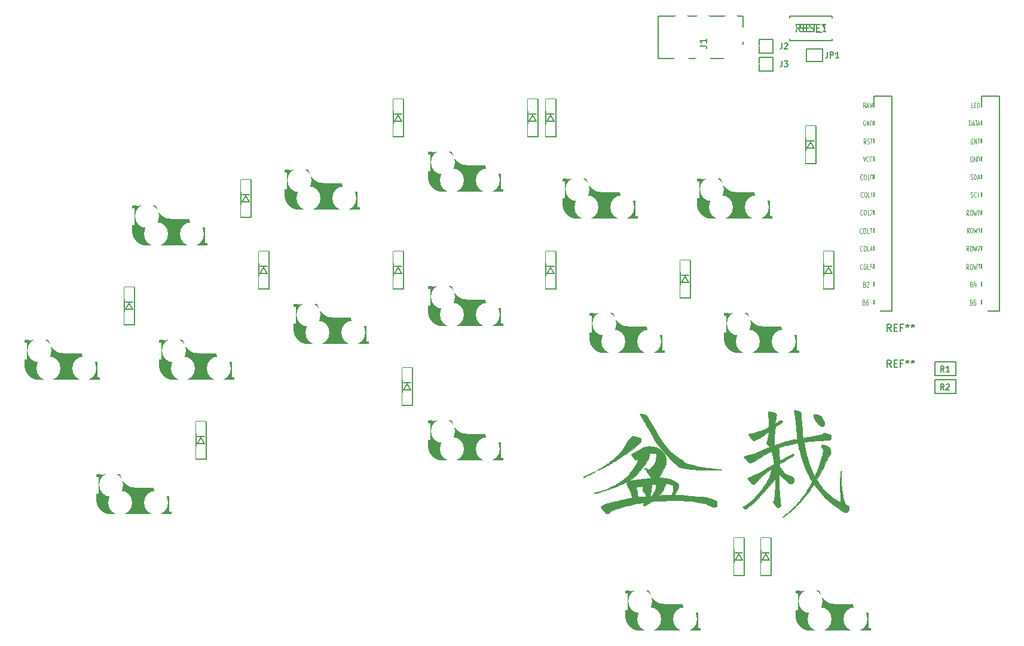
<source format=gbr>
G04 #@! TF.GenerationSoftware,KiCad,Pcbnew,5.0.2+dfsg1-1~bpo9+1*
G04 #@! TF.CreationDate,2019-02-28T23:45:42+09:00*
G04 #@! TF.ProjectId,bonsai,626f6e73-6169-42e6-9b69-6361645f7063,v 1.1*
G04 #@! TF.SameCoordinates,Original*
G04 #@! TF.FileFunction,Legend,Top*
G04 #@! TF.FilePolarity,Positive*
%FSLAX46Y46*%
G04 Gerber Fmt 4.6, Leading zero omitted, Abs format (unit mm)*
G04 Created by KiCad (PCBNEW 5.0.2+dfsg1-1~bpo9+1) date 2019年02月28日 23時45分42秒*
%MOMM*%
%LPD*%
G01*
G04 APERTURE LIST*
%ADD10C,0.300000*%
%ADD11C,0.800000*%
%ADD12C,3.000000*%
%ADD13C,0.500000*%
%ADD14C,1.000000*%
%ADD15C,3.500000*%
%ADD16C,0.150000*%
%ADD17C,0.400000*%
%ADD18C,0.010000*%
%ADD19C,0.152400*%
%ADD20C,0.125000*%
%ADD21R,2.700000X2.400000*%
%ADD22C,3.400000*%
%ADD23C,4.400000*%
%ADD24C,2.200000*%
%ADD25R,1.350000X1.700000*%
%ADD26C,1.797000*%
%ADD27R,1.797000X1.797000*%
%ADD28C,1.600000*%
%ADD29O,2.900000X2.100000*%
%ADD30R,1.924000X1.924000*%
%ADD31R,1.035000X1.543000*%
%ADD32R,0.781000X0.781000*%
%ADD33C,2.400000*%
%ADD34C,1.924000*%
%ADD35C,5.400000*%
%ADD36C,2.600000*%
G04 APERTURE END LIST*
D10*
G04 #@! TO.C,SW2*
X84370001Y-106670000D02*
X84370000Y-107569999D01*
D11*
X84870000Y-104470000D02*
X84870000Y-106270000D01*
D12*
X86000000Y-107970000D02*
X86000000Y-105730000D01*
D13*
X94470000Y-106170000D02*
X93070000Y-106170000D01*
D14*
X94070000Y-108870000D02*
X94070000Y-106370000D01*
D15*
X92770000Y-107670000D02*
X86070000Y-107670000D01*
D16*
X94770000Y-105870000D02*
X94770000Y-106870000D01*
X94770000Y-106870000D02*
X94570000Y-106870000D01*
X94550000Y-106870000D02*
X94550000Y-109120000D01*
X94570000Y-109120000D02*
X94770000Y-109120000D01*
X84270000Y-106570000D02*
X84470000Y-106570000D01*
X84500000Y-106570000D02*
X84500000Y-104330000D01*
X84470000Y-104330000D02*
X84270000Y-104330000D01*
X84270000Y-103970000D02*
X84270000Y-104330000D01*
X84270000Y-107570000D02*
X84270000Y-106570000D01*
X84270000Y-103970000D02*
X87550000Y-103970000D01*
X89770000Y-105870000D02*
X94770000Y-105870000D01*
X94770000Y-109470000D02*
X86370000Y-109470001D01*
X87553682Y-103991471D02*
G75*
G03X89770000Y-105870000I2151318J291471D01*
G01*
X84269999Y-107570000D02*
G75*
G03X86370000Y-109470001I2000001J100000D01*
G01*
X94770000Y-109120000D02*
X94770000Y-109470000D01*
D14*
X87153682Y-104391471D02*
G75*
G03X89370000Y-106270000I2151318J291471D01*
G01*
D13*
X84470000Y-104170000D02*
X87170000Y-104170000D01*
D17*
X94570000Y-109270000D02*
X93170000Y-109270000D01*
X94570000Y-106770000D02*
X94570000Y-106070000D01*
D10*
G04 #@! TO.C,SW14*
X183430001Y-102860000D02*
X183430000Y-103759999D01*
D11*
X183930000Y-100660000D02*
X183930000Y-102460000D01*
D12*
X185060000Y-104160000D02*
X185060000Y-101920000D01*
D13*
X193530000Y-102360000D02*
X192130000Y-102360000D01*
D14*
X193130000Y-105060000D02*
X193130000Y-102560000D01*
D15*
X191830000Y-103860000D02*
X185130000Y-103860000D01*
D16*
X193830000Y-102060000D02*
X193830000Y-103060000D01*
X193830000Y-103060000D02*
X193630000Y-103060000D01*
X193610000Y-103060000D02*
X193610000Y-105310000D01*
X193630000Y-105310000D02*
X193830000Y-105310000D01*
X183330000Y-102760000D02*
X183530000Y-102760000D01*
X183560000Y-102760000D02*
X183560000Y-100520000D01*
X183530000Y-100520000D02*
X183330000Y-100520000D01*
X183330000Y-100160000D02*
X183330000Y-100520000D01*
X183330000Y-103760000D02*
X183330000Y-102760000D01*
X183330000Y-100160000D02*
X186610000Y-100160000D01*
X188830000Y-102060000D02*
X193830000Y-102060000D01*
X193830000Y-105660000D02*
X185430000Y-105660001D01*
X186613682Y-100181471D02*
G75*
G03X188830000Y-102060000I2151318J291471D01*
G01*
X183329999Y-103760000D02*
G75*
G03X185430000Y-105660001I2000001J100000D01*
G01*
X193830000Y-105310000D02*
X193830000Y-105660000D01*
D14*
X186213682Y-100581471D02*
G75*
G03X188430000Y-102460000I2151318J291471D01*
G01*
D13*
X183530000Y-100360000D02*
X186230000Y-100360000D01*
D17*
X193630000Y-105460000D02*
X192230000Y-105460000D01*
X193630000Y-102960000D02*
X193630000Y-102260000D01*
G04 #@! TO.C,SW10*
X151720000Y-118200000D02*
X151720000Y-117500000D01*
X151720000Y-120700000D02*
X150320000Y-120700000D01*
D13*
X141620000Y-115600000D02*
X144320000Y-115600000D01*
D14*
X144303682Y-115821471D02*
G75*
G03X146520000Y-117700000I2151318J291471D01*
G01*
D16*
X151920000Y-120550000D02*
X151920000Y-120900000D01*
X141419999Y-119000000D02*
G75*
G03X143520000Y-120900001I2000001J100000D01*
G01*
X144703682Y-115421471D02*
G75*
G03X146920000Y-117300000I2151318J291471D01*
G01*
X151920000Y-120900000D02*
X143520000Y-120900001D01*
X146920000Y-117300000D02*
X151920000Y-117300000D01*
X141420000Y-115400000D02*
X144700000Y-115400000D01*
X141420000Y-119000000D02*
X141420000Y-118000000D01*
X141420000Y-115400000D02*
X141420000Y-115760000D01*
X141620000Y-115760000D02*
X141420000Y-115760000D01*
X141650000Y-118000000D02*
X141650000Y-115760000D01*
X141420000Y-118000000D02*
X141620000Y-118000000D01*
X151720000Y-120550000D02*
X151920000Y-120550000D01*
X151700000Y-118300000D02*
X151700000Y-120550000D01*
X151920000Y-118300000D02*
X151720000Y-118300000D01*
X151920000Y-117300000D02*
X151920000Y-118300000D01*
D15*
X149920000Y-119100000D02*
X143220000Y-119100000D01*
D14*
X151220000Y-120300000D02*
X151220000Y-117800000D01*
D13*
X151620000Y-117600000D02*
X150220000Y-117600000D01*
D12*
X143150000Y-119400000D02*
X143150000Y-117160000D01*
D11*
X142020000Y-115900000D02*
X142020000Y-117700000D01*
D10*
X141520001Y-118100000D02*
X141520000Y-118999999D01*
D16*
G04 #@! TO.C,D1*
X98310000Y-101760000D02*
X99810000Y-101760000D01*
X98310000Y-96360000D02*
X98310000Y-101760000D01*
X99810000Y-96360000D02*
X98310000Y-96360000D01*
X99810000Y-101760000D02*
X99810000Y-96360000D01*
X99560000Y-98560000D02*
X98560000Y-98560000D01*
X98560000Y-99560000D02*
X99060000Y-98660000D01*
X99560000Y-99560000D02*
X98560000Y-99560000D01*
X99060000Y-98660000D02*
X99560000Y-99560000D01*
G04 #@! TO.C,D2*
X109220000Y-117710000D02*
X109720000Y-118610000D01*
X109720000Y-118610000D02*
X108720000Y-118610000D01*
X108720000Y-118610000D02*
X109220000Y-117710000D01*
X109720000Y-117610000D02*
X108720000Y-117610000D01*
X109970000Y-120810000D02*
X109970000Y-115410000D01*
X109970000Y-115410000D02*
X108470000Y-115410000D01*
X108470000Y-115410000D02*
X108470000Y-120810000D01*
X108470000Y-120810000D02*
X109970000Y-120810000D01*
G04 #@! TO.C,D3*
X115570000Y-83420000D02*
X116070000Y-84320000D01*
X116070000Y-84320000D02*
X115070000Y-84320000D01*
X115070000Y-84320000D02*
X115570000Y-83420000D01*
X116070000Y-83320000D02*
X115070000Y-83320000D01*
X116320000Y-86520000D02*
X116320000Y-81120000D01*
X116320000Y-81120000D02*
X114820000Y-81120000D01*
X114820000Y-81120000D02*
X114820000Y-86520000D01*
X114820000Y-86520000D02*
X116320000Y-86520000D01*
G04 #@! TO.C,D4*
X117360000Y-96680000D02*
X118860000Y-96680000D01*
X117360000Y-91280000D02*
X117360000Y-96680000D01*
X118860000Y-91280000D02*
X117360000Y-91280000D01*
X118860000Y-96680000D02*
X118860000Y-91280000D01*
X118610000Y-93480000D02*
X117610000Y-93480000D01*
X117610000Y-94480000D02*
X118110000Y-93580000D01*
X118610000Y-94480000D02*
X117610000Y-94480000D01*
X118110000Y-93580000D02*
X118610000Y-94480000D01*
G04 #@! TO.C,D5*
X137160000Y-71990000D02*
X137660000Y-72890000D01*
X137660000Y-72890000D02*
X136660000Y-72890000D01*
X136660000Y-72890000D02*
X137160000Y-71990000D01*
X137660000Y-71890000D02*
X136660000Y-71890000D01*
X137910000Y-75090000D02*
X137910000Y-69690000D01*
X137910000Y-69690000D02*
X136410000Y-69690000D01*
X136410000Y-69690000D02*
X136410000Y-75090000D01*
X136410000Y-75090000D02*
X137910000Y-75090000D01*
G04 #@! TO.C,D6*
X136410000Y-96680000D02*
X137910000Y-96680000D01*
X136410000Y-91280000D02*
X136410000Y-96680000D01*
X137910000Y-91280000D02*
X136410000Y-91280000D01*
X137910000Y-96680000D02*
X137910000Y-91280000D01*
X137660000Y-93480000D02*
X136660000Y-93480000D01*
X136660000Y-94480000D02*
X137160000Y-93580000D01*
X137660000Y-94480000D02*
X136660000Y-94480000D01*
X137160000Y-93580000D02*
X137660000Y-94480000D01*
G04 #@! TO.C,D7*
X155460000Y-75090000D02*
X156960000Y-75090000D01*
X155460000Y-69690000D02*
X155460000Y-75090000D01*
X156960000Y-69690000D02*
X155460000Y-69690000D01*
X156960000Y-75090000D02*
X156960000Y-69690000D01*
X156710000Y-71890000D02*
X155710000Y-71890000D01*
X155710000Y-72890000D02*
X156210000Y-71990000D01*
X156710000Y-72890000D02*
X155710000Y-72890000D01*
X156210000Y-71990000D02*
X156710000Y-72890000D01*
G04 #@! TO.C,D8*
X158750000Y-93580000D02*
X159250000Y-94480000D01*
X159250000Y-94480000D02*
X158250000Y-94480000D01*
X158250000Y-94480000D02*
X158750000Y-93580000D01*
X159250000Y-93480000D02*
X158250000Y-93480000D01*
X159500000Y-96680000D02*
X159500000Y-91280000D01*
X159500000Y-91280000D02*
X158000000Y-91280000D01*
X158000000Y-91280000D02*
X158000000Y-96680000D01*
X158000000Y-96680000D02*
X159500000Y-96680000D01*
G04 #@! TO.C,D9*
X137680000Y-113190000D02*
X139180000Y-113190000D01*
X137680000Y-107790000D02*
X137680000Y-113190000D01*
X139180000Y-107790000D02*
X137680000Y-107790000D01*
X139180000Y-113190000D02*
X139180000Y-107790000D01*
X138930000Y-109990000D02*
X137930000Y-109990000D01*
X137930000Y-110990000D02*
X138430000Y-110090000D01*
X138930000Y-110990000D02*
X137930000Y-110990000D01*
X138430000Y-110090000D02*
X138930000Y-110990000D01*
G04 #@! TO.C,D10*
X158750000Y-71990000D02*
X159250000Y-72890000D01*
X159250000Y-72890000D02*
X158250000Y-72890000D01*
X158250000Y-72890000D02*
X158750000Y-71990000D01*
X159250000Y-71890000D02*
X158250000Y-71890000D01*
X159500000Y-75090000D02*
X159500000Y-69690000D01*
X159500000Y-69690000D02*
X158000000Y-69690000D01*
X158000000Y-69690000D02*
X158000000Y-75090000D01*
X158000000Y-75090000D02*
X159500000Y-75090000D01*
G04 #@! TO.C,D11*
X177800000Y-94850000D02*
X178300000Y-95750000D01*
X178300000Y-95750000D02*
X177300000Y-95750000D01*
X177300000Y-95750000D02*
X177800000Y-94850000D01*
X178300000Y-94750000D02*
X177300000Y-94750000D01*
X178550000Y-97950000D02*
X178550000Y-92550000D01*
X178550000Y-92550000D02*
X177050000Y-92550000D01*
X177050000Y-92550000D02*
X177050000Y-97950000D01*
X177050000Y-97950000D02*
X178550000Y-97950000D01*
G04 #@! TO.C,D12*
X194830000Y-78900000D02*
X196330000Y-78900000D01*
X194830000Y-73500000D02*
X194830000Y-78900000D01*
X196330000Y-73500000D02*
X194830000Y-73500000D01*
X196330000Y-78900000D02*
X196330000Y-73500000D01*
X196080000Y-75700000D02*
X195080000Y-75700000D01*
X195080000Y-76700000D02*
X195580000Y-75800000D01*
X196080000Y-76700000D02*
X195080000Y-76700000D01*
X195580000Y-75800000D02*
X196080000Y-76700000D01*
G04 #@! TO.C,D13*
X198120000Y-93580000D02*
X198620000Y-94480000D01*
X198620000Y-94480000D02*
X197620000Y-94480000D01*
X197620000Y-94480000D02*
X198120000Y-93580000D01*
X198620000Y-93480000D02*
X197620000Y-93480000D01*
X198870000Y-96680000D02*
X198870000Y-91280000D01*
X198870000Y-91280000D02*
X197370000Y-91280000D01*
X197370000Y-91280000D02*
X197370000Y-96680000D01*
X197370000Y-96680000D02*
X198870000Y-96680000D01*
G04 #@! TO.C,D14*
X185420000Y-134220000D02*
X185920000Y-135120000D01*
X185920000Y-135120000D02*
X184920000Y-135120000D01*
X184920000Y-135120000D02*
X185420000Y-134220000D01*
X185920000Y-134120000D02*
X184920000Y-134120000D01*
X186170000Y-137320000D02*
X186170000Y-131920000D01*
X186170000Y-131920000D02*
X184670000Y-131920000D01*
X184670000Y-131920000D02*
X184670000Y-137320000D01*
X184670000Y-137320000D02*
X186170000Y-137320000D01*
G04 #@! TO.C,D15*
X188480000Y-137320000D02*
X189980000Y-137320000D01*
X188480000Y-131920000D02*
X188480000Y-137320000D01*
X189980000Y-131920000D02*
X188480000Y-131920000D01*
X189980000Y-137320000D02*
X189980000Y-131920000D01*
X189730000Y-134120000D02*
X188730000Y-134120000D01*
X188730000Y-135120000D02*
X189230000Y-134220000D01*
X189730000Y-135120000D02*
X188730000Y-135120000D01*
X189230000Y-134220000D02*
X189730000Y-135120000D01*
G04 #@! TO.C,J1*
X173990000Y-63960000D02*
X173990000Y-57960000D01*
X173990000Y-57960000D02*
X185990000Y-57960000D01*
X185990000Y-57960000D02*
X185990000Y-63960000D01*
X185990000Y-63960000D02*
X173990000Y-63960000D01*
G04 #@! TO.C,J2*
X188230000Y-61230000D02*
X188230000Y-63230000D01*
X188230000Y-63230000D02*
X190230000Y-63230000D01*
X190230000Y-63230000D02*
X190230000Y-61230000D01*
X190230000Y-61230000D02*
X188230000Y-61230000D01*
G04 #@! TO.C,J3*
X190230000Y-63770000D02*
X188230000Y-63770000D01*
X190230000Y-65770000D02*
X190230000Y-63770000D01*
X188230000Y-65770000D02*
X190230000Y-65770000D01*
X188230000Y-63770000D02*
X188230000Y-65770000D01*
G04 #@! TO.C,JP1*
X197223380Y-64389000D02*
X194937380Y-64389000D01*
X194937380Y-64389000D02*
X194937380Y-62611000D01*
X194937380Y-62611000D02*
X197223380Y-62611000D01*
X197223380Y-62611000D02*
X197223380Y-64389000D01*
G04 #@! TO.C,R1*
X213128860Y-108950760D02*
X216131140Y-108950760D01*
X213128860Y-106949240D02*
X213128860Y-108950760D01*
X216131140Y-106949240D02*
X213128860Y-106949240D01*
X216131140Y-108950760D02*
X216131140Y-106949240D01*
G04 #@! TO.C,R2*
X216131140Y-111490760D02*
X216131140Y-109489240D01*
X216131140Y-109489240D02*
X213128860Y-109489240D01*
X213128860Y-109489240D02*
X213128860Y-111490760D01*
X213128860Y-111490760D02*
X216131140Y-111490760D01*
G04 #@! TO.C,SW1*
X192580000Y-61440000D02*
X198580000Y-61440000D01*
X198580000Y-61440000D02*
X198580000Y-61190000D01*
X192580000Y-61440000D02*
X192580000Y-61190000D01*
X192580000Y-57940000D02*
X192580000Y-58190000D01*
X192580000Y-57940000D02*
X198580000Y-57940000D01*
X198580000Y-57940000D02*
X198580000Y-58190000D01*
D17*
G04 #@! TO.C,SW3*
X104730000Y-125820000D02*
X104730000Y-125120000D01*
X104730000Y-128320000D02*
X103330000Y-128320000D01*
D13*
X94630000Y-123220000D02*
X97330000Y-123220000D01*
D14*
X97313682Y-123441471D02*
G75*
G03X99530000Y-125320000I2151318J291471D01*
G01*
D16*
X104930000Y-128170000D02*
X104930000Y-128520000D01*
X94429999Y-126620000D02*
G75*
G03X96530000Y-128520001I2000001J100000D01*
G01*
X97713682Y-123041471D02*
G75*
G03X99930000Y-124920000I2151318J291471D01*
G01*
X104930000Y-128520000D02*
X96530000Y-128520001D01*
X99930000Y-124920000D02*
X104930000Y-124920000D01*
X94430000Y-123020000D02*
X97710000Y-123020000D01*
X94430000Y-126620000D02*
X94430000Y-125620000D01*
X94430000Y-123020000D02*
X94430000Y-123380000D01*
X94630000Y-123380000D02*
X94430000Y-123380000D01*
X94660000Y-125620000D02*
X94660000Y-123380000D01*
X94430000Y-125620000D02*
X94630000Y-125620000D01*
X104730000Y-128170000D02*
X104930000Y-128170000D01*
X104710000Y-125920000D02*
X104710000Y-128170000D01*
X104930000Y-125920000D02*
X104730000Y-125920000D01*
X104930000Y-124920000D02*
X104930000Y-125920000D01*
D15*
X102930000Y-126720000D02*
X96230000Y-126720000D01*
D14*
X104230000Y-127920000D02*
X104230000Y-125420000D01*
D13*
X104630000Y-125220000D02*
X103230000Y-125220000D01*
D12*
X96160000Y-127020000D02*
X96160000Y-124780000D01*
D11*
X95030000Y-123520000D02*
X95030000Y-125320000D01*
D10*
X94530001Y-125720000D02*
X94530000Y-126619999D01*
G04 #@! TO.C,SW4*
X99610001Y-87620000D02*
X99610000Y-88519999D01*
D11*
X100110000Y-85420000D02*
X100110000Y-87220000D01*
D12*
X101240000Y-88920000D02*
X101240000Y-86680000D01*
D13*
X109710000Y-87120000D02*
X108310000Y-87120000D01*
D14*
X109310000Y-89820000D02*
X109310000Y-87320000D01*
D15*
X108010000Y-88620000D02*
X101310000Y-88620000D01*
D16*
X110010000Y-86820000D02*
X110010000Y-87820000D01*
X110010000Y-87820000D02*
X109810000Y-87820000D01*
X109790000Y-87820000D02*
X109790000Y-90070000D01*
X109810000Y-90070000D02*
X110010000Y-90070000D01*
X99510000Y-87520000D02*
X99710000Y-87520000D01*
X99740000Y-87520000D02*
X99740000Y-85280000D01*
X99710000Y-85280000D02*
X99510000Y-85280000D01*
X99510000Y-84920000D02*
X99510000Y-85280000D01*
X99510000Y-88520000D02*
X99510000Y-87520000D01*
X99510000Y-84920000D02*
X102790000Y-84920000D01*
X105010000Y-86820000D02*
X110010000Y-86820000D01*
X110010000Y-90420000D02*
X101610000Y-90420001D01*
X102793682Y-84941471D02*
G75*
G03X105010000Y-86820000I2151318J291471D01*
G01*
X99509999Y-88520000D02*
G75*
G03X101610000Y-90420001I2000001J100000D01*
G01*
X110010000Y-90070000D02*
X110010000Y-90420000D01*
D14*
X102393682Y-85341471D02*
G75*
G03X104610000Y-87220000I2151318J291471D01*
G01*
D13*
X99710000Y-85120000D02*
X102410000Y-85120000D01*
D17*
X109810000Y-90220000D02*
X108410000Y-90220000D01*
X109810000Y-87720000D02*
X109810000Y-87020000D01*
G04 #@! TO.C,SW5*
X113620000Y-106770000D02*
X113620000Y-106070000D01*
X113620000Y-109270000D02*
X112220000Y-109270000D01*
D13*
X103520000Y-104170000D02*
X106220000Y-104170000D01*
D14*
X106203682Y-104391471D02*
G75*
G03X108420000Y-106270000I2151318J291471D01*
G01*
D16*
X113820000Y-109120000D02*
X113820000Y-109470000D01*
X103319999Y-107570000D02*
G75*
G03X105420000Y-109470001I2000001J100000D01*
G01*
X106603682Y-103991471D02*
G75*
G03X108820000Y-105870000I2151318J291471D01*
G01*
X113820000Y-109470000D02*
X105420000Y-109470001D01*
X108820000Y-105870000D02*
X113820000Y-105870000D01*
X103320000Y-103970000D02*
X106600000Y-103970000D01*
X103320000Y-107570000D02*
X103320000Y-106570000D01*
X103320000Y-103970000D02*
X103320000Y-104330000D01*
X103520000Y-104330000D02*
X103320000Y-104330000D01*
X103550000Y-106570000D02*
X103550000Y-104330000D01*
X103320000Y-106570000D02*
X103520000Y-106570000D01*
X113620000Y-109120000D02*
X113820000Y-109120000D01*
X113600000Y-106870000D02*
X113600000Y-109120000D01*
X113820000Y-106870000D02*
X113620000Y-106870000D01*
X113820000Y-105870000D02*
X113820000Y-106870000D01*
D15*
X111820000Y-107670000D02*
X105120000Y-107670000D01*
D14*
X113120000Y-108870000D02*
X113120000Y-106370000D01*
D13*
X113520000Y-106170000D02*
X112120000Y-106170000D01*
D12*
X105050000Y-107970000D02*
X105050000Y-105730000D01*
D11*
X103920000Y-104470000D02*
X103920000Y-106270000D01*
D10*
X103420001Y-106670000D02*
X103420000Y-107569999D01*
D17*
G04 #@! TO.C,SW6*
X131400000Y-82640000D02*
X131400000Y-81940000D01*
X131400000Y-85140000D02*
X130000000Y-85140000D01*
D13*
X121300000Y-80040000D02*
X124000000Y-80040000D01*
D14*
X123983682Y-80261471D02*
G75*
G03X126200000Y-82140000I2151318J291471D01*
G01*
D16*
X131600000Y-84990000D02*
X131600000Y-85340000D01*
X121099999Y-83440000D02*
G75*
G03X123200000Y-85340001I2000001J100000D01*
G01*
X124383682Y-79861471D02*
G75*
G03X126600000Y-81740000I2151318J291471D01*
G01*
X131600000Y-85340000D02*
X123200000Y-85340001D01*
X126600000Y-81740000D02*
X131600000Y-81740000D01*
X121100000Y-79840000D02*
X124380000Y-79840000D01*
X121100000Y-83440000D02*
X121100000Y-82440000D01*
X121100000Y-79840000D02*
X121100000Y-80200000D01*
X121300000Y-80200000D02*
X121100000Y-80200000D01*
X121330000Y-82440000D02*
X121330000Y-80200000D01*
X121100000Y-82440000D02*
X121300000Y-82440000D01*
X131400000Y-84990000D02*
X131600000Y-84990000D01*
X131380000Y-82740000D02*
X131380000Y-84990000D01*
X131600000Y-82740000D02*
X131400000Y-82740000D01*
X131600000Y-81740000D02*
X131600000Y-82740000D01*
D15*
X129600000Y-83540000D02*
X122900000Y-83540000D01*
D14*
X130900000Y-84740000D02*
X130900000Y-82240000D01*
D13*
X131300000Y-82040000D02*
X129900000Y-82040000D01*
D12*
X122830000Y-83840000D02*
X122830000Y-81600000D01*
D11*
X121700000Y-80340000D02*
X121700000Y-82140000D01*
D10*
X121200001Y-82540000D02*
X121200000Y-83439999D01*
D17*
G04 #@! TO.C,SW7*
X132670000Y-101690000D02*
X132670000Y-100990000D01*
X132670000Y-104190000D02*
X131270000Y-104190000D01*
D13*
X122570000Y-99090000D02*
X125270000Y-99090000D01*
D14*
X125253682Y-99311471D02*
G75*
G03X127470000Y-101190000I2151318J291471D01*
G01*
D16*
X132870000Y-104040000D02*
X132870000Y-104390000D01*
X122369999Y-102490000D02*
G75*
G03X124470000Y-104390001I2000001J100000D01*
G01*
X125653682Y-98911471D02*
G75*
G03X127870000Y-100790000I2151318J291471D01*
G01*
X132870000Y-104390000D02*
X124470000Y-104390001D01*
X127870000Y-100790000D02*
X132870000Y-100790000D01*
X122370000Y-98890000D02*
X125650000Y-98890000D01*
X122370000Y-102490000D02*
X122370000Y-101490000D01*
X122370000Y-98890000D02*
X122370000Y-99250000D01*
X122570000Y-99250000D02*
X122370000Y-99250000D01*
X122600000Y-101490000D02*
X122600000Y-99250000D01*
X122370000Y-101490000D02*
X122570000Y-101490000D01*
X132670000Y-104040000D02*
X132870000Y-104040000D01*
X132650000Y-101790000D02*
X132650000Y-104040000D01*
X132870000Y-101790000D02*
X132670000Y-101790000D01*
X132870000Y-100790000D02*
X132870000Y-101790000D01*
D15*
X130870000Y-102590000D02*
X124170000Y-102590000D01*
D14*
X132170000Y-103790000D02*
X132170000Y-101290000D01*
D13*
X132570000Y-101090000D02*
X131170000Y-101090000D01*
D12*
X124100000Y-102890000D02*
X124100000Y-100650000D01*
D11*
X122970000Y-99390000D02*
X122970000Y-101190000D01*
D10*
X122470001Y-101590000D02*
X122470000Y-102489999D01*
G04 #@! TO.C,SW8*
X141520001Y-80000000D02*
X141520000Y-80899999D01*
D11*
X142020000Y-77800000D02*
X142020000Y-79600000D01*
D12*
X143150000Y-81300000D02*
X143150000Y-79060000D01*
D13*
X151620000Y-79500000D02*
X150220000Y-79500000D01*
D14*
X151220000Y-82200000D02*
X151220000Y-79700000D01*
D15*
X149920000Y-81000000D02*
X143220000Y-81000000D01*
D16*
X151920000Y-79200000D02*
X151920000Y-80200000D01*
X151920000Y-80200000D02*
X151720000Y-80200000D01*
X151700000Y-80200000D02*
X151700000Y-82450000D01*
X151720000Y-82450000D02*
X151920000Y-82450000D01*
X141420000Y-79900000D02*
X141620000Y-79900000D01*
X141650000Y-79900000D02*
X141650000Y-77660000D01*
X141620000Y-77660000D02*
X141420000Y-77660000D01*
X141420000Y-77300000D02*
X141420000Y-77660000D01*
X141420000Y-80900000D02*
X141420000Y-79900000D01*
X141420000Y-77300000D02*
X144700000Y-77300000D01*
X146920000Y-79200000D02*
X151920000Y-79200000D01*
X151920000Y-82800000D02*
X143520000Y-82800001D01*
X144703682Y-77321471D02*
G75*
G03X146920000Y-79200000I2151318J291471D01*
G01*
X141419999Y-80900000D02*
G75*
G03X143520000Y-82800001I2000001J100000D01*
G01*
X151920000Y-82450000D02*
X151920000Y-82800000D01*
D14*
X144303682Y-77721471D02*
G75*
G03X146520000Y-79600000I2151318J291471D01*
G01*
D13*
X141620000Y-77500000D02*
X144320000Y-77500000D01*
D17*
X151720000Y-82600000D02*
X150320000Y-82600000D01*
X151720000Y-80100000D02*
X151720000Y-79400000D01*
D10*
G04 #@! TO.C,SW9*
X141520001Y-99050000D02*
X141520000Y-99949999D01*
D11*
X142020000Y-96850000D02*
X142020000Y-98650000D01*
D12*
X143150000Y-100350000D02*
X143150000Y-98110000D01*
D13*
X151620000Y-98550000D02*
X150220000Y-98550000D01*
D14*
X151220000Y-101250000D02*
X151220000Y-98750000D01*
D15*
X149920000Y-100050000D02*
X143220000Y-100050000D01*
D16*
X151920000Y-98250000D02*
X151920000Y-99250000D01*
X151920000Y-99250000D02*
X151720000Y-99250000D01*
X151700000Y-99250000D02*
X151700000Y-101500000D01*
X151720000Y-101500000D02*
X151920000Y-101500000D01*
X141420000Y-98950000D02*
X141620000Y-98950000D01*
X141650000Y-98950000D02*
X141650000Y-96710000D01*
X141620000Y-96710000D02*
X141420000Y-96710000D01*
X141420000Y-96350000D02*
X141420000Y-96710000D01*
X141420000Y-99950000D02*
X141420000Y-98950000D01*
X141420000Y-96350000D02*
X144700000Y-96350000D01*
X146920000Y-98250000D02*
X151920000Y-98250000D01*
X151920000Y-101850000D02*
X143520000Y-101850001D01*
X144703682Y-96371471D02*
G75*
G03X146920000Y-98250000I2151318J291471D01*
G01*
X141419999Y-99950000D02*
G75*
G03X143520000Y-101850001I2000001J100000D01*
G01*
X151920000Y-101500000D02*
X151920000Y-101850000D01*
D14*
X144303682Y-96771471D02*
G75*
G03X146520000Y-98650000I2151318J291471D01*
G01*
D13*
X141620000Y-96550000D02*
X144320000Y-96550000D01*
D17*
X151720000Y-101650000D02*
X150320000Y-101650000D01*
X151720000Y-99150000D02*
X151720000Y-98450000D01*
G04 #@! TO.C,SW11*
X170770000Y-83910000D02*
X170770000Y-83210000D01*
X170770000Y-86410000D02*
X169370000Y-86410000D01*
D13*
X160670000Y-81310000D02*
X163370000Y-81310000D01*
D14*
X163353682Y-81531471D02*
G75*
G03X165570000Y-83410000I2151318J291471D01*
G01*
D16*
X170970000Y-86260000D02*
X170970000Y-86610000D01*
X160469999Y-84710000D02*
G75*
G03X162570000Y-86610001I2000001J100000D01*
G01*
X163753682Y-81131471D02*
G75*
G03X165970000Y-83010000I2151318J291471D01*
G01*
X170970000Y-86610000D02*
X162570000Y-86610001D01*
X165970000Y-83010000D02*
X170970000Y-83010000D01*
X160470000Y-81110000D02*
X163750000Y-81110000D01*
X160470000Y-84710000D02*
X160470000Y-83710000D01*
X160470000Y-81110000D02*
X160470000Y-81470000D01*
X160670000Y-81470000D02*
X160470000Y-81470000D01*
X160700000Y-83710000D02*
X160700000Y-81470000D01*
X160470000Y-83710000D02*
X160670000Y-83710000D01*
X170770000Y-86260000D02*
X170970000Y-86260000D01*
X170750000Y-84010000D02*
X170750000Y-86260000D01*
X170970000Y-84010000D02*
X170770000Y-84010000D01*
X170970000Y-83010000D02*
X170970000Y-84010000D01*
D15*
X168970000Y-84810000D02*
X162270000Y-84810000D01*
D14*
X170270000Y-86010000D02*
X170270000Y-83510000D01*
D13*
X170670000Y-83310000D02*
X169270000Y-83310000D01*
D12*
X162200000Y-85110000D02*
X162200000Y-82870000D01*
D11*
X161070000Y-81610000D02*
X161070000Y-83410000D01*
D10*
X160570001Y-83810000D02*
X160570000Y-84709999D01*
G04 #@! TO.C,SW12*
X164380001Y-102860000D02*
X164380000Y-103759999D01*
D11*
X164880000Y-100660000D02*
X164880000Y-102460000D01*
D12*
X166010000Y-104160000D02*
X166010000Y-101920000D01*
D13*
X174480000Y-102360000D02*
X173080000Y-102360000D01*
D14*
X174080000Y-105060000D02*
X174080000Y-102560000D01*
D15*
X172780000Y-103860000D02*
X166080000Y-103860000D01*
D16*
X174780000Y-102060000D02*
X174780000Y-103060000D01*
X174780000Y-103060000D02*
X174580000Y-103060000D01*
X174560000Y-103060000D02*
X174560000Y-105310000D01*
X174580000Y-105310000D02*
X174780000Y-105310000D01*
X164280000Y-102760000D02*
X164480000Y-102760000D01*
X164510000Y-102760000D02*
X164510000Y-100520000D01*
X164480000Y-100520000D02*
X164280000Y-100520000D01*
X164280000Y-100160000D02*
X164280000Y-100520000D01*
X164280000Y-103760000D02*
X164280000Y-102760000D01*
X164280000Y-100160000D02*
X167560000Y-100160000D01*
X169780000Y-102060000D02*
X174780000Y-102060000D01*
X174780000Y-105660000D02*
X166380000Y-105660001D01*
X167563682Y-100181471D02*
G75*
G03X169780000Y-102060000I2151318J291471D01*
G01*
X164279999Y-103760000D02*
G75*
G03X166380000Y-105660001I2000001J100000D01*
G01*
X174780000Y-105310000D02*
X174780000Y-105660000D01*
D14*
X167163682Y-100581471D02*
G75*
G03X169380000Y-102460000I2151318J291471D01*
G01*
D13*
X164480000Y-100360000D02*
X167180000Y-100360000D01*
D17*
X174580000Y-105460000D02*
X173180000Y-105460000D01*
X174580000Y-102960000D02*
X174580000Y-102260000D01*
D10*
G04 #@! TO.C,SW13*
X179620001Y-83810000D02*
X179620000Y-84709999D01*
D11*
X180120000Y-81610000D02*
X180120000Y-83410000D01*
D12*
X181250000Y-85110000D02*
X181250000Y-82870000D01*
D13*
X189720000Y-83310000D02*
X188320000Y-83310000D01*
D14*
X189320000Y-86010000D02*
X189320000Y-83510000D01*
D15*
X188020000Y-84810000D02*
X181320000Y-84810000D01*
D16*
X190020000Y-83010000D02*
X190020000Y-84010000D01*
X190020000Y-84010000D02*
X189820000Y-84010000D01*
X189800000Y-84010000D02*
X189800000Y-86260000D01*
X189820000Y-86260000D02*
X190020000Y-86260000D01*
X179520000Y-83710000D02*
X179720000Y-83710000D01*
X179750000Y-83710000D02*
X179750000Y-81470000D01*
X179720000Y-81470000D02*
X179520000Y-81470000D01*
X179520000Y-81110000D02*
X179520000Y-81470000D01*
X179520000Y-84710000D02*
X179520000Y-83710000D01*
X179520000Y-81110000D02*
X182800000Y-81110000D01*
X185020000Y-83010000D02*
X190020000Y-83010000D01*
X190020000Y-86610000D02*
X181620000Y-86610001D01*
X182803682Y-81131471D02*
G75*
G03X185020000Y-83010000I2151318J291471D01*
G01*
X179519999Y-84710000D02*
G75*
G03X181620000Y-86610001I2000001J100000D01*
G01*
X190020000Y-86260000D02*
X190020000Y-86610000D01*
D14*
X182403682Y-81531471D02*
G75*
G03X184620000Y-83410000I2151318J291471D01*
G01*
D13*
X179720000Y-81310000D02*
X182420000Y-81310000D01*
D17*
X189820000Y-86410000D02*
X188420000Y-86410000D01*
X189820000Y-83910000D02*
X189820000Y-83210000D01*
D10*
G04 #@! TO.C,SW15*
X169460001Y-142230000D02*
X169460000Y-143130000D01*
D11*
X169960000Y-140030000D02*
X169960000Y-141830000D01*
D12*
X171090000Y-143530000D02*
X171090000Y-141290000D01*
D13*
X179560000Y-141730000D02*
X178160000Y-141730000D01*
D14*
X179160000Y-144430000D02*
X179160000Y-141930000D01*
D15*
X177860000Y-143230000D02*
X171160000Y-143230000D01*
D16*
X179860001Y-141430000D02*
X179859999Y-142430000D01*
X179859999Y-142430000D02*
X179660000Y-142430000D01*
X179640000Y-142430000D02*
X179640000Y-144680000D01*
X179660001Y-144680000D02*
X179860000Y-144680000D01*
X169360000Y-142130000D02*
X169560000Y-142130000D01*
X169590000Y-142130000D02*
X169590000Y-139890000D01*
X169560000Y-139889999D02*
X169360000Y-139890000D01*
X169360000Y-139530000D02*
X169360000Y-139890000D01*
X169360000Y-143130000D02*
X169360000Y-142130000D01*
X169360000Y-139530000D02*
X172640000Y-139530000D01*
X174860001Y-141430000D02*
X179860001Y-141430000D01*
X179860000Y-145030000D02*
X171460000Y-145030001D01*
X172643683Y-139551473D02*
G75*
G03X174860001Y-141430000I2151317J291472D01*
G01*
X169359999Y-143130000D02*
G75*
G03X171460000Y-145030001I2000001J100000D01*
G01*
X179860000Y-144680000D02*
X179860000Y-145030000D01*
D14*
X172243682Y-139951471D02*
G75*
G03X174460000Y-141830000I2151318J291471D01*
G01*
D13*
X169560000Y-139730000D02*
X172260000Y-139730000D01*
D17*
X179660000Y-144829999D02*
X178260000Y-144830000D01*
X179660000Y-142330000D02*
X179660000Y-141630000D01*
G04 #@! TO.C,SW16*
X203790000Y-142330000D02*
X203790000Y-141630000D01*
X203790000Y-144830000D02*
X202390000Y-144830000D01*
D13*
X193690000Y-139730000D02*
X196390000Y-139730000D01*
D14*
X196373682Y-139951471D02*
G75*
G03X198590000Y-141830000I2151318J291471D01*
G01*
D16*
X203990000Y-144680000D02*
X203990000Y-145030000D01*
X193489999Y-143130000D02*
G75*
G03X195590000Y-145030001I2000001J100000D01*
G01*
X196773682Y-139551471D02*
G75*
G03X198990000Y-141430000I2151318J291471D01*
G01*
X203990000Y-145030000D02*
X195590000Y-145030001D01*
X198990000Y-141430000D02*
X203990000Y-141430000D01*
X193490000Y-139530000D02*
X196770000Y-139530000D01*
X193490000Y-143130000D02*
X193490000Y-142130000D01*
X193490000Y-139530000D02*
X193490000Y-139890000D01*
X193690000Y-139890000D02*
X193490000Y-139890000D01*
X193720000Y-142130000D02*
X193720000Y-139890000D01*
X193490000Y-142130000D02*
X193690000Y-142130000D01*
X203790000Y-144680000D02*
X203990000Y-144680000D01*
X203770000Y-142430000D02*
X203770000Y-144680000D01*
X203990000Y-142430000D02*
X203790000Y-142430000D01*
X203990000Y-141430000D02*
X203990000Y-142430000D01*
D15*
X201990000Y-143230000D02*
X195290000Y-143230000D01*
D14*
X203290000Y-144430000D02*
X203290000Y-141930000D01*
D13*
X203690000Y-141730000D02*
X202290000Y-141730000D01*
D12*
X195220000Y-143530000D02*
X195220000Y-141290000D01*
D11*
X194090000Y-140030000D02*
X194090000Y-141830000D01*
D10*
X193590001Y-142230000D02*
X193590000Y-143129999D01*
D16*
G04 #@! TO.C,U1*
X219746400Y-99822000D02*
X219746400Y-69342000D01*
X222286400Y-99822000D02*
X219746400Y-99822000D01*
X222286400Y-69342000D02*
X222286400Y-99822000D01*
X219746400Y-69342000D02*
X222286400Y-69342000D01*
X204526400Y-99822000D02*
X204526400Y-69342000D01*
X207066400Y-99822000D02*
X204526400Y-99822000D01*
X207066400Y-69342000D02*
X207066400Y-99822000D01*
X204526400Y-69342000D02*
X207066400Y-69342000D01*
D18*
G04 #@! TO.C,G\002A\002A\002A*
G36*
X175892178Y-125656622D02*
X175896231Y-125696814D01*
X175892178Y-125701778D01*
X175872044Y-125697129D01*
X175869600Y-125679200D01*
X175881991Y-125651324D01*
X175892178Y-125656622D01*
X175892178Y-125656622D01*
G37*
X175892178Y-125656622D02*
X175896231Y-125696814D01*
X175892178Y-125701778D01*
X175872044Y-125697129D01*
X175869600Y-125679200D01*
X175881991Y-125651324D01*
X175892178Y-125656622D01*
G36*
X196243339Y-114448328D02*
X196401913Y-114472885D01*
X196567022Y-114509670D01*
X196724223Y-114556419D01*
X196859075Y-114610865D01*
X196865831Y-114614175D01*
X196976455Y-114671291D01*
X197049364Y-114721084D01*
X197101391Y-114782054D01*
X197149364Y-114872705D01*
X197194714Y-114975726D01*
X197260826Y-115113113D01*
X197334190Y-115240766D01*
X197400066Y-115333291D01*
X197406369Y-115340394D01*
X197474818Y-115427196D01*
X197521384Y-115508499D01*
X197528646Y-115529309D01*
X197533190Y-115643689D01*
X197506272Y-115784068D01*
X197456160Y-115921586D01*
X197391120Y-116027385D01*
X197383583Y-116035667D01*
X197270342Y-116108434D01*
X197128807Y-116132813D01*
X196978731Y-116108158D01*
X196865652Y-116052600D01*
X196794850Y-115990639D01*
X196702122Y-115890189D01*
X196603351Y-115768956D01*
X196564310Y-115716685D01*
X196456306Y-115572383D01*
X196338157Y-115421623D01*
X196231590Y-115291980D01*
X196209355Y-115266160D01*
X196113722Y-115147940D01*
X196054612Y-115046723D01*
X196017725Y-114934737D01*
X196003043Y-114865475D01*
X195978464Y-114742970D01*
X195955360Y-114639549D01*
X195941727Y-114587867D01*
X195937688Y-114509436D01*
X195951235Y-114470686D01*
X196003558Y-114444963D01*
X196105740Y-114438265D01*
X196243339Y-114448328D01*
X196243339Y-114448328D01*
G37*
X196243339Y-114448328D02*
X196401913Y-114472885D01*
X196567022Y-114509670D01*
X196724223Y-114556419D01*
X196859075Y-114610865D01*
X196865831Y-114614175D01*
X196976455Y-114671291D01*
X197049364Y-114721084D01*
X197101391Y-114782054D01*
X197149364Y-114872705D01*
X197194714Y-114975726D01*
X197260826Y-115113113D01*
X197334190Y-115240766D01*
X197400066Y-115333291D01*
X197406369Y-115340394D01*
X197474818Y-115427196D01*
X197521384Y-115508499D01*
X197528646Y-115529309D01*
X197533190Y-115643689D01*
X197506272Y-115784068D01*
X197456160Y-115921586D01*
X197391120Y-116027385D01*
X197383583Y-116035667D01*
X197270342Y-116108434D01*
X197128807Y-116132813D01*
X196978731Y-116108158D01*
X196865652Y-116052600D01*
X196794850Y-115990639D01*
X196702122Y-115890189D01*
X196603351Y-115768956D01*
X196564310Y-115716685D01*
X196456306Y-115572383D01*
X196338157Y-115421623D01*
X196231590Y-115291980D01*
X196209355Y-115266160D01*
X196113722Y-115147940D01*
X196054612Y-115046723D01*
X196017725Y-114934737D01*
X196003043Y-114865475D01*
X195978464Y-114742970D01*
X195955360Y-114639549D01*
X195941727Y-114587867D01*
X195937688Y-114509436D01*
X195951235Y-114470686D01*
X196003558Y-114444963D01*
X196105740Y-114438265D01*
X196243339Y-114448328D01*
G36*
X191369244Y-120881422D02*
X191364595Y-120901556D01*
X191346666Y-120904000D01*
X191318790Y-120891609D01*
X191324089Y-120881422D01*
X191364281Y-120877369D01*
X191369244Y-120881422D01*
X191369244Y-120881422D01*
G37*
X191369244Y-120881422D02*
X191364595Y-120901556D01*
X191346666Y-120904000D01*
X191318790Y-120891609D01*
X191324089Y-120881422D01*
X191364281Y-120877369D01*
X191369244Y-120881422D01*
G36*
X167165867Y-121090266D02*
X167148933Y-121107200D01*
X167132000Y-121090266D01*
X167148933Y-121073333D01*
X167165867Y-121090266D01*
X167165867Y-121090266D01*
G37*
X167165867Y-121090266D02*
X167148933Y-121107200D01*
X167132000Y-121090266D01*
X167148933Y-121073333D01*
X167165867Y-121090266D01*
G36*
X166691733Y-121428933D02*
X166674800Y-121445866D01*
X166657867Y-121428933D01*
X166674800Y-121412000D01*
X166691733Y-121428933D01*
X166691733Y-121428933D01*
G37*
X166691733Y-121428933D02*
X166674800Y-121445866D01*
X166657867Y-121428933D01*
X166674800Y-121412000D01*
X166691733Y-121428933D01*
G36*
X166240178Y-121965155D02*
X166244231Y-122005347D01*
X166240178Y-122010311D01*
X166220044Y-122005662D01*
X166217600Y-121987733D01*
X166229991Y-121959857D01*
X166240178Y-121965155D01*
X166240178Y-121965155D01*
G37*
X166240178Y-121965155D02*
X166244231Y-122005347D01*
X166240178Y-122010311D01*
X166220044Y-122005662D01*
X166217600Y-121987733D01*
X166229991Y-121959857D01*
X166240178Y-121965155D01*
G36*
X171584985Y-114378453D02*
X171591678Y-114379075D01*
X171797057Y-114409522D01*
X171989278Y-114458654D01*
X172153035Y-114521107D01*
X172273023Y-114591515D01*
X172315711Y-114632828D01*
X172369272Y-114706601D01*
X172437111Y-114806993D01*
X172509226Y-114918228D01*
X172575617Y-115024528D01*
X172626282Y-115110115D01*
X172651220Y-115159211D01*
X172652267Y-115163771D01*
X172669296Y-115200292D01*
X172713943Y-115276808D01*
X172776546Y-115376764D01*
X172776629Y-115376893D01*
X172851987Y-115496239D01*
X172938227Y-115636495D01*
X173028374Y-115785847D01*
X173115450Y-115932484D01*
X173192480Y-116064593D01*
X173252489Y-116170361D01*
X173288500Y-116237976D01*
X173295733Y-116255893D01*
X173315673Y-116294381D01*
X173343568Y-116329333D01*
X173383346Y-116385490D01*
X173447114Y-116488627D01*
X173527508Y-116625686D01*
X173617168Y-116783606D01*
X173708732Y-116949326D01*
X173794839Y-117109786D01*
X173868127Y-117251927D01*
X173898663Y-117314133D01*
X173941340Y-117399270D01*
X173990583Y-117488332D01*
X174051044Y-117588268D01*
X174127374Y-117706027D01*
X174224225Y-117848559D01*
X174346247Y-118022813D01*
X174498092Y-118235737D01*
X174684412Y-118494281D01*
X174739875Y-118570937D01*
X174945598Y-118852331D01*
X175120758Y-119085147D01*
X175272061Y-119277368D01*
X175406208Y-119436976D01*
X175529903Y-119571955D01*
X175649850Y-119690287D01*
X175769839Y-119797467D01*
X175956227Y-119952322D01*
X176161507Y-120115392D01*
X176373014Y-120277260D01*
X176578088Y-120428504D01*
X176764065Y-120559707D01*
X176918282Y-120661449D01*
X176985272Y-120701603D01*
X177232081Y-120848814D01*
X177419480Y-120977900D01*
X177552228Y-121092433D01*
X177627362Y-121183629D01*
X177668171Y-121239745D01*
X177715394Y-121283151D01*
X177782767Y-121321135D01*
X177884024Y-121360983D01*
X178032900Y-121409983D01*
X178084562Y-121426202D01*
X178481871Y-121541052D01*
X178930901Y-121654683D01*
X179415674Y-121763765D01*
X179920212Y-121864964D01*
X180428534Y-121954951D01*
X180924664Y-122030393D01*
X181085067Y-122051796D01*
X181421578Y-122094656D01*
X181699090Y-122129186D01*
X181925704Y-122156300D01*
X182109521Y-122176914D01*
X182258641Y-122191941D01*
X182381165Y-122202295D01*
X182469309Y-122208043D01*
X182592764Y-122217072D01*
X182687642Y-122228119D01*
X182735589Y-122238979D01*
X182737420Y-122240264D01*
X182783288Y-122256170D01*
X182815912Y-122258667D01*
X182878377Y-122275608D01*
X182896933Y-122292533D01*
X182868965Y-122299552D01*
X182780814Y-122305603D01*
X182640021Y-122310692D01*
X182454129Y-122314824D01*
X182230682Y-122318004D01*
X181977220Y-122320239D01*
X181701288Y-122321534D01*
X181410428Y-122321894D01*
X181112182Y-122321324D01*
X180814093Y-122319831D01*
X180523703Y-122317420D01*
X180248555Y-122314096D01*
X179996191Y-122309864D01*
X179774155Y-122304731D01*
X179589988Y-122298702D01*
X179451233Y-122291783D01*
X179425600Y-122289995D01*
X179108146Y-122264025D01*
X178787781Y-122233999D01*
X178474645Y-122201156D01*
X178178875Y-122166737D01*
X177910610Y-122131981D01*
X177679988Y-122098131D01*
X177497146Y-122066424D01*
X177376666Y-122039345D01*
X177237345Y-122001696D01*
X177091722Y-121963512D01*
X177048364Y-121952437D01*
X176930571Y-121902028D01*
X176776566Y-121803650D01*
X176592156Y-121662457D01*
X176383147Y-121483606D01*
X176155345Y-121272252D01*
X175914558Y-121033550D01*
X175666591Y-120772657D01*
X175454293Y-120537052D01*
X175310016Y-120372965D01*
X175152849Y-120194280D01*
X175002439Y-120023331D01*
X174885662Y-119890661D01*
X174476725Y-119415693D01*
X174120519Y-118979358D01*
X173815569Y-118579671D01*
X173560402Y-118214646D01*
X173353546Y-117882300D01*
X173237568Y-117669733D01*
X173155342Y-117513396D01*
X173055542Y-117330515D01*
X172955465Y-117152612D01*
X172921620Y-117094000D01*
X172734182Y-116770683D01*
X172576832Y-116495466D01*
X172444125Y-116258782D01*
X172381944Y-116145733D01*
X172299723Y-116001947D01*
X172203916Y-115844051D01*
X172139905Y-115743941D01*
X172074961Y-115643072D01*
X172028068Y-115565480D01*
X172008862Y-115527149D01*
X172008800Y-115526474D01*
X171989000Y-115488839D01*
X171961368Y-115454133D01*
X171918228Y-115394322D01*
X171860258Y-115300407D01*
X171825901Y-115239800D01*
X171726165Y-115058059D01*
X171650353Y-114921434D01*
X171590217Y-114815431D01*
X171537512Y-114725560D01*
X171483993Y-114637327D01*
X171472087Y-114617988D01*
X171399898Y-114495307D01*
X171370426Y-114419339D01*
X171388338Y-114380757D01*
X171458301Y-114370237D01*
X171584985Y-114378453D01*
X171584985Y-114378453D01*
G37*
X171584985Y-114378453D02*
X171591678Y-114379075D01*
X171797057Y-114409522D01*
X171989278Y-114458654D01*
X172153035Y-114521107D01*
X172273023Y-114591515D01*
X172315711Y-114632828D01*
X172369272Y-114706601D01*
X172437111Y-114806993D01*
X172509226Y-114918228D01*
X172575617Y-115024528D01*
X172626282Y-115110115D01*
X172651220Y-115159211D01*
X172652267Y-115163771D01*
X172669296Y-115200292D01*
X172713943Y-115276808D01*
X172776546Y-115376764D01*
X172776629Y-115376893D01*
X172851987Y-115496239D01*
X172938227Y-115636495D01*
X173028374Y-115785847D01*
X173115450Y-115932484D01*
X173192480Y-116064593D01*
X173252489Y-116170361D01*
X173288500Y-116237976D01*
X173295733Y-116255893D01*
X173315673Y-116294381D01*
X173343568Y-116329333D01*
X173383346Y-116385490D01*
X173447114Y-116488627D01*
X173527508Y-116625686D01*
X173617168Y-116783606D01*
X173708732Y-116949326D01*
X173794839Y-117109786D01*
X173868127Y-117251927D01*
X173898663Y-117314133D01*
X173941340Y-117399270D01*
X173990583Y-117488332D01*
X174051044Y-117588268D01*
X174127374Y-117706027D01*
X174224225Y-117848559D01*
X174346247Y-118022813D01*
X174498092Y-118235737D01*
X174684412Y-118494281D01*
X174739875Y-118570937D01*
X174945598Y-118852331D01*
X175120758Y-119085147D01*
X175272061Y-119277368D01*
X175406208Y-119436976D01*
X175529903Y-119571955D01*
X175649850Y-119690287D01*
X175769839Y-119797467D01*
X175956227Y-119952322D01*
X176161507Y-120115392D01*
X176373014Y-120277260D01*
X176578088Y-120428504D01*
X176764065Y-120559707D01*
X176918282Y-120661449D01*
X176985272Y-120701603D01*
X177232081Y-120848814D01*
X177419480Y-120977900D01*
X177552228Y-121092433D01*
X177627362Y-121183629D01*
X177668171Y-121239745D01*
X177715394Y-121283151D01*
X177782767Y-121321135D01*
X177884024Y-121360983D01*
X178032900Y-121409983D01*
X178084562Y-121426202D01*
X178481871Y-121541052D01*
X178930901Y-121654683D01*
X179415674Y-121763765D01*
X179920212Y-121864964D01*
X180428534Y-121954951D01*
X180924664Y-122030393D01*
X181085067Y-122051796D01*
X181421578Y-122094656D01*
X181699090Y-122129186D01*
X181925704Y-122156300D01*
X182109521Y-122176914D01*
X182258641Y-122191941D01*
X182381165Y-122202295D01*
X182469309Y-122208043D01*
X182592764Y-122217072D01*
X182687642Y-122228119D01*
X182735589Y-122238979D01*
X182737420Y-122240264D01*
X182783288Y-122256170D01*
X182815912Y-122258667D01*
X182878377Y-122275608D01*
X182896933Y-122292533D01*
X182868965Y-122299552D01*
X182780814Y-122305603D01*
X182640021Y-122310692D01*
X182454129Y-122314824D01*
X182230682Y-122318004D01*
X181977220Y-122320239D01*
X181701288Y-122321534D01*
X181410428Y-122321894D01*
X181112182Y-122321324D01*
X180814093Y-122319831D01*
X180523703Y-122317420D01*
X180248555Y-122314096D01*
X179996191Y-122309864D01*
X179774155Y-122304731D01*
X179589988Y-122298702D01*
X179451233Y-122291783D01*
X179425600Y-122289995D01*
X179108146Y-122264025D01*
X178787781Y-122233999D01*
X178474645Y-122201156D01*
X178178875Y-122166737D01*
X177910610Y-122131981D01*
X177679988Y-122098131D01*
X177497146Y-122066424D01*
X177376666Y-122039345D01*
X177237345Y-122001696D01*
X177091722Y-121963512D01*
X177048364Y-121952437D01*
X176930571Y-121902028D01*
X176776566Y-121803650D01*
X176592156Y-121662457D01*
X176383147Y-121483606D01*
X176155345Y-121272252D01*
X175914558Y-121033550D01*
X175666591Y-120772657D01*
X175454293Y-120537052D01*
X175310016Y-120372965D01*
X175152849Y-120194280D01*
X175002439Y-120023331D01*
X174885662Y-119890661D01*
X174476725Y-119415693D01*
X174120519Y-118979358D01*
X173815569Y-118579671D01*
X173560402Y-118214646D01*
X173353546Y-117882300D01*
X173237568Y-117669733D01*
X173155342Y-117513396D01*
X173055542Y-117330515D01*
X172955465Y-117152612D01*
X172921620Y-117094000D01*
X172734182Y-116770683D01*
X172576832Y-116495466D01*
X172444125Y-116258782D01*
X172381944Y-116145733D01*
X172299723Y-116001947D01*
X172203916Y-115844051D01*
X172139905Y-115743941D01*
X172074961Y-115643072D01*
X172028068Y-115565480D01*
X172008862Y-115527149D01*
X172008800Y-115526474D01*
X171989000Y-115488839D01*
X171961368Y-115454133D01*
X171918228Y-115394322D01*
X171860258Y-115300407D01*
X171825901Y-115239800D01*
X171726165Y-115058059D01*
X171650353Y-114921434D01*
X171590217Y-114815431D01*
X171537512Y-114725560D01*
X171483993Y-114637327D01*
X171472087Y-114617988D01*
X171399898Y-114495307D01*
X171370426Y-114419339D01*
X171388338Y-114380757D01*
X171458301Y-114370237D01*
X171584985Y-114378453D01*
G36*
X170527270Y-117532789D02*
X170779631Y-117569527D01*
X171016017Y-117626277D01*
X171223244Y-117698507D01*
X171388126Y-117781682D01*
X171491301Y-117864215D01*
X171531923Y-117951513D01*
X171543534Y-118073730D01*
X171526902Y-118204953D01*
X171482798Y-118319266D01*
X171477533Y-118327800D01*
X171410727Y-118411246D01*
X171321253Y-118499591D01*
X171297600Y-118519650D01*
X171230875Y-118575717D01*
X171125617Y-118666319D01*
X170993898Y-118780972D01*
X170847790Y-118909191D01*
X170772667Y-118975507D01*
X170566853Y-119153621D01*
X170365353Y-119318850D01*
X170152032Y-119483718D01*
X169910750Y-119660753D01*
X169672000Y-119829893D01*
X169582288Y-119891397D01*
X169447452Y-119982186D01*
X169279122Y-120094574D01*
X169088931Y-120220880D01*
X168888509Y-120353419D01*
X168689486Y-120484507D01*
X168503496Y-120606461D01*
X168342167Y-120711597D01*
X168217133Y-120792231D01*
X168170321Y-120821925D01*
X168009535Y-120924210D01*
X167828124Y-121041622D01*
X167661486Y-121151224D01*
X167638614Y-121166466D01*
X167522094Y-121243344D01*
X167428194Y-121303494D01*
X167370010Y-121338619D01*
X167357930Y-121344266D01*
X167316014Y-121361869D01*
X167237304Y-121406766D01*
X167140273Y-121467096D01*
X167043395Y-121530996D01*
X166965143Y-121586603D01*
X166923988Y-121622054D01*
X166922854Y-121623660D01*
X166899539Y-121645308D01*
X166895452Y-121627129D01*
X166867563Y-121626641D01*
X166792059Y-121654193D01*
X166680539Y-121704942D01*
X166547800Y-121772343D01*
X166395377Y-121852358D01*
X166251795Y-121926294D01*
X166135220Y-121984875D01*
X166073694Y-122014414D01*
X165988712Y-122064465D01*
X165934329Y-122117266D01*
X165928027Y-122129938D01*
X165893019Y-122170782D01*
X165867056Y-122171254D01*
X165817099Y-122177373D01*
X165727614Y-122209180D01*
X165623257Y-122257220D01*
X165504177Y-122316710D01*
X165431539Y-122347865D01*
X165391488Y-122353209D01*
X165370171Y-122335267D01*
X165357239Y-122305696D01*
X165354698Y-122266783D01*
X165386398Y-122270350D01*
X165440354Y-122271333D01*
X165455189Y-122259332D01*
X165496508Y-122223364D01*
X165566340Y-122181633D01*
X165804619Y-122056608D01*
X165986058Y-121954718D01*
X166116031Y-121872325D01*
X166199916Y-121805793D01*
X166243089Y-121751483D01*
X166251985Y-121717740D01*
X166259077Y-121685681D01*
X166280708Y-121710475D01*
X166311821Y-121731100D01*
X166363833Y-121708266D01*
X166407189Y-121675508D01*
X166554675Y-121568764D01*
X166737072Y-121455336D01*
X166903485Y-121364333D01*
X166983268Y-121312157D01*
X167029054Y-121259928D01*
X167033074Y-121245800D01*
X167042324Y-121217640D01*
X167051173Y-121229232D01*
X167082154Y-121230456D01*
X167145302Y-121190455D01*
X167192433Y-121150217D01*
X167301278Y-121052807D01*
X167418709Y-120952327D01*
X167449909Y-120926584D01*
X167537806Y-120851267D01*
X167652316Y-120748154D01*
X167771708Y-120636891D01*
X167797042Y-120612723D01*
X167892524Y-120522666D01*
X167966319Y-120455898D01*
X168007524Y-120422150D01*
X168012533Y-120420409D01*
X168032243Y-120411985D01*
X168063333Y-120383905D01*
X168105030Y-120325726D01*
X168114133Y-120294820D01*
X168131688Y-120269994D01*
X168141646Y-120273539D01*
X168182525Y-120264732D01*
X168248897Y-120221448D01*
X168265447Y-120207805D01*
X168319439Y-120155181D01*
X168335317Y-120126026D01*
X168331067Y-120124037D01*
X168328782Y-120110017D01*
X168354704Y-120091265D01*
X168401455Y-120049468D01*
X168472882Y-119969690D01*
X168553925Y-119868804D01*
X168557818Y-119863694D01*
X168633068Y-119765590D01*
X168692336Y-119690024D01*
X168723798Y-119652050D01*
X168724924Y-119650933D01*
X168773242Y-119595564D01*
X168848620Y-119497088D01*
X168941390Y-119369309D01*
X169041883Y-119226032D01*
X169140430Y-119081060D01*
X169227363Y-118948196D01*
X169293014Y-118841244D01*
X169297386Y-118833645D01*
X169477318Y-118540003D01*
X169680963Y-118250795D01*
X169921541Y-117947712D01*
X170026518Y-117823787D01*
X170296369Y-117510037D01*
X170527270Y-117532789D01*
X170527270Y-117532789D01*
G37*
X170527270Y-117532789D02*
X170779631Y-117569527D01*
X171016017Y-117626277D01*
X171223244Y-117698507D01*
X171388126Y-117781682D01*
X171491301Y-117864215D01*
X171531923Y-117951513D01*
X171543534Y-118073730D01*
X171526902Y-118204953D01*
X171482798Y-118319266D01*
X171477533Y-118327800D01*
X171410727Y-118411246D01*
X171321253Y-118499591D01*
X171297600Y-118519650D01*
X171230875Y-118575717D01*
X171125617Y-118666319D01*
X170993898Y-118780972D01*
X170847790Y-118909191D01*
X170772667Y-118975507D01*
X170566853Y-119153621D01*
X170365353Y-119318850D01*
X170152032Y-119483718D01*
X169910750Y-119660753D01*
X169672000Y-119829893D01*
X169582288Y-119891397D01*
X169447452Y-119982186D01*
X169279122Y-120094574D01*
X169088931Y-120220880D01*
X168888509Y-120353419D01*
X168689486Y-120484507D01*
X168503496Y-120606461D01*
X168342167Y-120711597D01*
X168217133Y-120792231D01*
X168170321Y-120821925D01*
X168009535Y-120924210D01*
X167828124Y-121041622D01*
X167661486Y-121151224D01*
X167638614Y-121166466D01*
X167522094Y-121243344D01*
X167428194Y-121303494D01*
X167370010Y-121338619D01*
X167357930Y-121344266D01*
X167316014Y-121361869D01*
X167237304Y-121406766D01*
X167140273Y-121467096D01*
X167043395Y-121530996D01*
X166965143Y-121586603D01*
X166923988Y-121622054D01*
X166922854Y-121623660D01*
X166899539Y-121645308D01*
X166895452Y-121627129D01*
X166867563Y-121626641D01*
X166792059Y-121654193D01*
X166680539Y-121704942D01*
X166547800Y-121772343D01*
X166395377Y-121852358D01*
X166251795Y-121926294D01*
X166135220Y-121984875D01*
X166073694Y-122014414D01*
X165988712Y-122064465D01*
X165934329Y-122117266D01*
X165928027Y-122129938D01*
X165893019Y-122170782D01*
X165867056Y-122171254D01*
X165817099Y-122177373D01*
X165727614Y-122209180D01*
X165623257Y-122257220D01*
X165504177Y-122316710D01*
X165431539Y-122347865D01*
X165391488Y-122353209D01*
X165370171Y-122335267D01*
X165357239Y-122305696D01*
X165354698Y-122266783D01*
X165386398Y-122270350D01*
X165440354Y-122271333D01*
X165455189Y-122259332D01*
X165496508Y-122223364D01*
X165566340Y-122181633D01*
X165804619Y-122056608D01*
X165986058Y-121954718D01*
X166116031Y-121872325D01*
X166199916Y-121805793D01*
X166243089Y-121751483D01*
X166251985Y-121717740D01*
X166259077Y-121685681D01*
X166280708Y-121710475D01*
X166311821Y-121731100D01*
X166363833Y-121708266D01*
X166407189Y-121675508D01*
X166554675Y-121568764D01*
X166737072Y-121455336D01*
X166903485Y-121364333D01*
X166983268Y-121312157D01*
X167029054Y-121259928D01*
X167033074Y-121245800D01*
X167042324Y-121217640D01*
X167051173Y-121229232D01*
X167082154Y-121230456D01*
X167145302Y-121190455D01*
X167192433Y-121150217D01*
X167301278Y-121052807D01*
X167418709Y-120952327D01*
X167449909Y-120926584D01*
X167537806Y-120851267D01*
X167652316Y-120748154D01*
X167771708Y-120636891D01*
X167797042Y-120612723D01*
X167892524Y-120522666D01*
X167966319Y-120455898D01*
X168007524Y-120422150D01*
X168012533Y-120420409D01*
X168032243Y-120411985D01*
X168063333Y-120383905D01*
X168105030Y-120325726D01*
X168114133Y-120294820D01*
X168131688Y-120269994D01*
X168141646Y-120273539D01*
X168182525Y-120264732D01*
X168248897Y-120221448D01*
X168265447Y-120207805D01*
X168319439Y-120155181D01*
X168335317Y-120126026D01*
X168331067Y-120124037D01*
X168328782Y-120110017D01*
X168354704Y-120091265D01*
X168401455Y-120049468D01*
X168472882Y-119969690D01*
X168553925Y-119868804D01*
X168557818Y-119863694D01*
X168633068Y-119765590D01*
X168692336Y-119690024D01*
X168723798Y-119652050D01*
X168724924Y-119650933D01*
X168773242Y-119595564D01*
X168848620Y-119497088D01*
X168941390Y-119369309D01*
X169041883Y-119226032D01*
X169140430Y-119081060D01*
X169227363Y-118948196D01*
X169293014Y-118841244D01*
X169297386Y-118833645D01*
X169477318Y-118540003D01*
X169680963Y-118250795D01*
X169921541Y-117947712D01*
X170026518Y-117823787D01*
X170296369Y-117510037D01*
X170527270Y-117532789D01*
G36*
X165099016Y-122521505D02*
X165100000Y-122529600D01*
X165074228Y-122562482D01*
X165066133Y-122563467D01*
X165033251Y-122537695D01*
X165032267Y-122529600D01*
X165058038Y-122496717D01*
X165066133Y-122495733D01*
X165099016Y-122521505D01*
X165099016Y-122521505D01*
G37*
X165099016Y-122521505D02*
X165100000Y-122529600D01*
X165074228Y-122562482D01*
X165066133Y-122563467D01*
X165033251Y-122537695D01*
X165032267Y-122529600D01*
X165058038Y-122496717D01*
X165066133Y-122495733D01*
X165099016Y-122521505D01*
G36*
X164998400Y-122546533D02*
X164981467Y-122563467D01*
X164964533Y-122546533D01*
X164981467Y-122529600D01*
X164998400Y-122546533D01*
X164998400Y-122546533D01*
G37*
X164998400Y-122546533D02*
X164981467Y-122563467D01*
X164964533Y-122546533D01*
X164981467Y-122529600D01*
X164998400Y-122546533D01*
G36*
X163700178Y-123048889D02*
X163704231Y-123089081D01*
X163700178Y-123094044D01*
X163680044Y-123089395D01*
X163677600Y-123071467D01*
X163689991Y-123043590D01*
X163700178Y-123048889D01*
X163700178Y-123048889D01*
G37*
X163700178Y-123048889D02*
X163704231Y-123089081D01*
X163700178Y-123094044D01*
X163680044Y-123089395D01*
X163677600Y-123071467D01*
X163689991Y-123043590D01*
X163700178Y-123048889D01*
G36*
X164927957Y-122613051D02*
X164930667Y-122635197D01*
X164912700Y-122656531D01*
X164905267Y-122653450D01*
X164863780Y-122660198D01*
X164787616Y-122695126D01*
X164744400Y-122719718D01*
X164649429Y-122773892D01*
X164570325Y-122813579D01*
X164549667Y-122821950D01*
X164499792Y-122849554D01*
X164490400Y-122865009D01*
X164462000Y-122885920D01*
X164425688Y-122892594D01*
X164357861Y-122912982D01*
X164265144Y-122958285D01*
X164230955Y-122978482D01*
X164141321Y-123029768D01*
X164001859Y-123103832D01*
X163824106Y-123194772D01*
X163619596Y-123296685D01*
X163401303Y-123402977D01*
X163366581Y-123389173D01*
X163353796Y-123372916D01*
X163358164Y-123326218D01*
X163404299Y-123276658D01*
X163470256Y-123244371D01*
X163497806Y-123240800D01*
X163538553Y-123220230D01*
X163542133Y-123206933D01*
X163560944Y-123179199D01*
X163567533Y-123179776D01*
X163624082Y-123175252D01*
X163691946Y-123149575D01*
X163739248Y-123116502D01*
X163745333Y-123103051D01*
X163765527Y-123075326D01*
X163770733Y-123075477D01*
X163813066Y-123072886D01*
X163857034Y-123061634D01*
X163891033Y-123054679D01*
X163962694Y-123029235D01*
X164036622Y-122986740D01*
X164091305Y-122941811D01*
X164105262Y-122909112D01*
X164121667Y-122889065D01*
X164167080Y-122880617D01*
X164246916Y-122864442D01*
X164336703Y-122830722D01*
X164416368Y-122789427D01*
X164465837Y-122750526D01*
X164471409Y-122729471D01*
X164478268Y-122711917D01*
X164497108Y-122716115D01*
X164550206Y-122711352D01*
X164639769Y-122681618D01*
X164709742Y-122650739D01*
X164827551Y-122600071D01*
X164897684Y-122587692D01*
X164927957Y-122613051D01*
X164927957Y-122613051D01*
G37*
X164927957Y-122613051D02*
X164930667Y-122635197D01*
X164912700Y-122656531D01*
X164905267Y-122653450D01*
X164863780Y-122660198D01*
X164787616Y-122695126D01*
X164744400Y-122719718D01*
X164649429Y-122773892D01*
X164570325Y-122813579D01*
X164549667Y-122821950D01*
X164499792Y-122849554D01*
X164490400Y-122865009D01*
X164462000Y-122885920D01*
X164425688Y-122892594D01*
X164357861Y-122912982D01*
X164265144Y-122958285D01*
X164230955Y-122978482D01*
X164141321Y-123029768D01*
X164001859Y-123103832D01*
X163824106Y-123194772D01*
X163619596Y-123296685D01*
X163401303Y-123402977D01*
X163366581Y-123389173D01*
X163353796Y-123372916D01*
X163358164Y-123326218D01*
X163404299Y-123276658D01*
X163470256Y-123244371D01*
X163497806Y-123240800D01*
X163538553Y-123220230D01*
X163542133Y-123206933D01*
X163560944Y-123179199D01*
X163567533Y-123179776D01*
X163624082Y-123175252D01*
X163691946Y-123149575D01*
X163739248Y-123116502D01*
X163745333Y-123103051D01*
X163765527Y-123075326D01*
X163770733Y-123075477D01*
X163813066Y-123072886D01*
X163857034Y-123061634D01*
X163891033Y-123054679D01*
X163962694Y-123029235D01*
X164036622Y-122986740D01*
X164091305Y-122941811D01*
X164105262Y-122909112D01*
X164121667Y-122889065D01*
X164167080Y-122880617D01*
X164246916Y-122864442D01*
X164336703Y-122830722D01*
X164416368Y-122789427D01*
X164465837Y-122750526D01*
X164471409Y-122729471D01*
X164478268Y-122711917D01*
X164497108Y-122716115D01*
X164550206Y-122711352D01*
X164639769Y-122681618D01*
X164709742Y-122650739D01*
X164827551Y-122600071D01*
X164897684Y-122587692D01*
X164927957Y-122613051D01*
G36*
X167436800Y-124951067D02*
X167419867Y-124968000D01*
X167402933Y-124951067D01*
X167419867Y-124934133D01*
X167436800Y-124951067D01*
X167436800Y-124951067D01*
G37*
X167436800Y-124951067D02*
X167419867Y-124968000D01*
X167402933Y-124951067D01*
X167419867Y-124934133D01*
X167436800Y-124951067D01*
G36*
X166917511Y-125114755D02*
X166912862Y-125134889D01*
X166894933Y-125137333D01*
X166867057Y-125124942D01*
X166872355Y-125114755D01*
X166912547Y-125110702D01*
X166917511Y-125114755D01*
X166917511Y-125114755D01*
G37*
X166917511Y-125114755D02*
X166912862Y-125134889D01*
X166894933Y-125137333D01*
X166867057Y-125124942D01*
X166872355Y-125114755D01*
X166912547Y-125110702D01*
X166917511Y-125114755D01*
G36*
X166082133Y-125188133D02*
X166065200Y-125205067D01*
X166048266Y-125188133D01*
X166065200Y-125171200D01*
X166082133Y-125188133D01*
X166082133Y-125188133D01*
G37*
X166082133Y-125188133D02*
X166065200Y-125205067D01*
X166048266Y-125188133D01*
X166065200Y-125171200D01*
X166082133Y-125188133D01*
G36*
X166420800Y-125289733D02*
X166403867Y-125306667D01*
X166386933Y-125289733D01*
X166403867Y-125272800D01*
X166420800Y-125289733D01*
X166420800Y-125289733D01*
G37*
X166420800Y-125289733D02*
X166403867Y-125306667D01*
X166386933Y-125289733D01*
X166403867Y-125272800D01*
X166420800Y-125289733D01*
G36*
X164896800Y-125526800D02*
X164879867Y-125543733D01*
X164862933Y-125526800D01*
X164879867Y-125509867D01*
X164896800Y-125526800D01*
X164896800Y-125526800D01*
G37*
X164896800Y-125526800D02*
X164879867Y-125543733D01*
X164862933Y-125526800D01*
X164879867Y-125509867D01*
X164896800Y-125526800D01*
G36*
X172955637Y-118979833D02*
X173263860Y-119031962D01*
X173570058Y-119112536D01*
X173859992Y-119218757D01*
X174119426Y-119347827D01*
X174251181Y-119432676D01*
X174497413Y-119627018D01*
X174689277Y-119823683D01*
X174838816Y-120038314D01*
X174958074Y-120286549D01*
X175004038Y-120410393D01*
X175069896Y-120681175D01*
X175095919Y-120980048D01*
X175081186Y-121279663D01*
X175040705Y-121496666D01*
X174988405Y-121653993D01*
X174905082Y-121852789D01*
X174797972Y-122078632D01*
X174674312Y-122317099D01*
X174541338Y-122553764D01*
X174406286Y-122774206D01*
X174378088Y-122817467D01*
X174283445Y-122965837D01*
X174197825Y-123108970D01*
X174131519Y-123229131D01*
X174097992Y-123300067D01*
X174041348Y-123444000D01*
X174330920Y-123444000D01*
X174582801Y-123452156D01*
X174834541Y-123478535D01*
X175105271Y-123526002D01*
X175414116Y-123597424D01*
X175497066Y-123618717D01*
X175802100Y-123705452D01*
X176052806Y-123793861D01*
X176262474Y-123889622D01*
X176444391Y-123998413D01*
X176530000Y-124060159D01*
X176668805Y-124167994D01*
X176761700Y-124249647D01*
X176817174Y-124319289D01*
X176843718Y-124391089D01*
X176849821Y-124479218D01*
X176844772Y-124585516D01*
X176824257Y-124756653D01*
X176780979Y-124907667D01*
X176705716Y-125065376D01*
X176643328Y-125171200D01*
X176587841Y-125265892D01*
X176518635Y-125390590D01*
X176464041Y-125492933D01*
X176400137Y-125611936D01*
X176339922Y-125718333D01*
X176301720Y-125780800D01*
X176245438Y-125865467D01*
X176777186Y-125867486D01*
X177113139Y-125875536D01*
X177400759Y-125896525D01*
X177612205Y-125926266D01*
X177725277Y-125943257D01*
X177894098Y-125963070D01*
X178106798Y-125984586D01*
X178351508Y-126006681D01*
X178616359Y-126028235D01*
X178889481Y-126048126D01*
X178933005Y-126051069D01*
X179351642Y-126079496D01*
X179709880Y-126105158D01*
X180014943Y-126129145D01*
X180274056Y-126152549D01*
X180494442Y-126176462D01*
X180683326Y-126201976D01*
X180847932Y-126230181D01*
X180995484Y-126262171D01*
X181133208Y-126299036D01*
X181268326Y-126341868D01*
X181408063Y-126391759D01*
X181552044Y-126446833D01*
X181779950Y-126537393D01*
X181951801Y-126609975D01*
X182075594Y-126668628D01*
X182159325Y-126717400D01*
X182210991Y-126760342D01*
X182234055Y-126792168D01*
X182250621Y-126853857D01*
X182265276Y-126963052D01*
X182275539Y-127099528D01*
X182277520Y-127146532D01*
X182280647Y-127291378D01*
X182276169Y-127385794D01*
X182261051Y-127446930D01*
X182232259Y-127491935D01*
X182212699Y-127512834D01*
X182126268Y-127568503D01*
X182007863Y-127589572D01*
X181850916Y-127575570D01*
X181648863Y-127526026D01*
X181442315Y-127457618D01*
X181283025Y-127395844D01*
X181137687Y-127331119D01*
X181024218Y-127271903D01*
X180967623Y-127233480D01*
X180926211Y-127199242D01*
X180882060Y-127170149D01*
X180827019Y-127144001D01*
X180752933Y-127118597D01*
X180651651Y-127091738D01*
X180515019Y-127061222D01*
X180334884Y-127024850D01*
X180103094Y-126980420D01*
X179863007Y-126935357D01*
X179242101Y-126832967D01*
X178589135Y-126752358D01*
X177899766Y-126693408D01*
X177169653Y-126655992D01*
X176394453Y-126639985D01*
X175569824Y-126645263D01*
X174691421Y-126671703D01*
X173754904Y-126719179D01*
X173306314Y-126747851D01*
X173177358Y-126759190D01*
X173067838Y-126777646D01*
X172965799Y-126808882D01*
X172859281Y-126858561D01*
X172736328Y-126932347D01*
X172584981Y-127035902D01*
X172393284Y-127174890D01*
X172372766Y-127189976D01*
X172203988Y-127300011D01*
X172069933Y-127355164D01*
X171967087Y-127356459D01*
X171910644Y-127324850D01*
X171856062Y-127292197D01*
X171826462Y-127295227D01*
X171816631Y-127290042D01*
X171826498Y-127255879D01*
X171835165Y-127211949D01*
X171810413Y-127217158D01*
X171804658Y-127206880D01*
X171832284Y-127154102D01*
X171870139Y-127095714D01*
X171927050Y-127010368D01*
X171947902Y-126965729D01*
X171935189Y-126946812D01*
X171896171Y-126939271D01*
X171831191Y-126940355D01*
X171718713Y-126951522D01*
X171577869Y-126970661D01*
X171500490Y-126982942D01*
X171310853Y-127014154D01*
X171099817Y-127048256D01*
X170907413Y-127078791D01*
X170874267Y-127083967D01*
X170609435Y-127129812D01*
X170324700Y-127188671D01*
X170005844Y-127263716D01*
X169638651Y-127358118D01*
X169604266Y-127367266D01*
X169421619Y-127415804D01*
X169199484Y-127474572D01*
X168963911Y-127536691D01*
X168740950Y-127595284D01*
X168706800Y-127604236D01*
X168366908Y-127702074D01*
X168063244Y-127810564D01*
X167773484Y-127939418D01*
X167475304Y-128098346D01*
X167219693Y-128251189D01*
X167018081Y-128370338D01*
X166858926Y-128448666D01*
X166732395Y-128488405D01*
X166628651Y-128491785D01*
X166537861Y-128461035D01*
X166476027Y-128419832D01*
X166405212Y-128350730D01*
X166322891Y-128251757D01*
X166279050Y-128191232D01*
X166201482Y-128084862D01*
X166099803Y-127955621D01*
X165995470Y-127830751D01*
X165991324Y-127825977D01*
X165907015Y-127723400D01*
X165843825Y-127635644D01*
X165812694Y-127578238D01*
X165811200Y-127570249D01*
X165839609Y-127532383D01*
X165916451Y-127472747D01*
X166029150Y-127398989D01*
X166165129Y-127318759D01*
X166311810Y-127239707D01*
X166456617Y-127169481D01*
X166505380Y-127148040D01*
X166598407Y-127114880D01*
X166741152Y-127071828D01*
X166917171Y-127023502D01*
X167110023Y-126974517D01*
X167199733Y-126953065D01*
X167431073Y-126898600D01*
X167698764Y-126835088D01*
X167973354Y-126769542D01*
X168225393Y-126708978D01*
X168283467Y-126694944D01*
X168505183Y-126642636D01*
X168761436Y-126584387D01*
X169036646Y-126523540D01*
X169315236Y-126463436D01*
X169581626Y-126407419D01*
X169820237Y-126358831D01*
X170015492Y-126321014D01*
X170084738Y-126308458D01*
X170209609Y-126286529D01*
X170194567Y-126092931D01*
X170146408Y-125808983D01*
X170043081Y-125488073D01*
X169884405Y-125129743D01*
X169708068Y-124803583D01*
X170756878Y-124803583D01*
X170810313Y-124928125D01*
X170901685Y-125160795D01*
X170961807Y-125369441D01*
X170998165Y-125585602D01*
X171015648Y-125793146D01*
X171037223Y-126161093D01*
X171192811Y-126139171D01*
X171291310Y-126128634D01*
X171436008Y-126117281D01*
X171605414Y-126106657D01*
X171737867Y-126100003D01*
X171915961Y-126091152D01*
X172089917Y-126080844D01*
X172236437Y-126070543D01*
X172312483Y-126063890D01*
X172497633Y-126045023D01*
X172472797Y-126034580D01*
X172653349Y-126034580D01*
X172693174Y-126038147D01*
X172787733Y-126030626D01*
X172913744Y-126009622D01*
X172997144Y-125971808D01*
X173044785Y-125927092D01*
X174091600Y-125927092D01*
X174664275Y-125904746D01*
X174886447Y-125896906D01*
X175115065Y-125890268D01*
X175328717Y-125885361D01*
X175505991Y-125882714D01*
X175569564Y-125882400D01*
X175902176Y-125882400D01*
X175924424Y-125789267D01*
X175949794Y-125708572D01*
X175972978Y-125662267D01*
X175997339Y-125600852D01*
X176019892Y-125493106D01*
X176037353Y-125360412D01*
X176046442Y-125224156D01*
X176047038Y-125179667D01*
X176051242Y-125091696D01*
X176062452Y-125040703D01*
X176068115Y-125035588D01*
X176081185Y-125004905D01*
X176088310Y-124925631D01*
X176089973Y-124816604D01*
X176086659Y-124696662D01*
X176078855Y-124584640D01*
X176067043Y-124499376D01*
X176053329Y-124461026D01*
X176004451Y-124437003D01*
X175904608Y-124404035D01*
X175769364Y-124365883D01*
X175614285Y-124326312D01*
X175454935Y-124289083D01*
X175306879Y-124257960D01*
X175185683Y-124236706D01*
X175106911Y-124229083D01*
X175096319Y-124229666D01*
X175055985Y-124240576D01*
X175022680Y-124270111D01*
X174989940Y-124329993D01*
X174951301Y-124431942D01*
X174902236Y-124581596D01*
X174751776Y-124983771D01*
X174574479Y-125331591D01*
X174372607Y-125620848D01*
X174297924Y-125706018D01*
X174091600Y-125927092D01*
X173044785Y-125927092D01*
X173050724Y-125921518D01*
X173119155Y-125842849D01*
X173177090Y-125778636D01*
X173177724Y-125777959D01*
X173218375Y-125723084D01*
X173228000Y-125696489D01*
X173246817Y-125653794D01*
X173293454Y-125582922D01*
X173307593Y-125563863D01*
X173360671Y-125481590D01*
X173422730Y-125368341D01*
X173481199Y-125249113D01*
X173523505Y-125148902D01*
X173535264Y-125111229D01*
X173550748Y-125062671D01*
X173568573Y-125013785D01*
X173587848Y-124949910D01*
X173606120Y-124857685D01*
X173625309Y-124725113D01*
X173647338Y-124540198D01*
X173653912Y-124480741D01*
X173675703Y-124281348D01*
X173358737Y-124306144D01*
X173216243Y-124321051D01*
X173101638Y-124340141D01*
X173030841Y-124360438D01*
X173016871Y-124370070D01*
X173004301Y-124421807D01*
X172995127Y-124520152D01*
X172991303Y-124643996D01*
X172991296Y-124646267D01*
X172985257Y-124793932D01*
X172969381Y-124974291D01*
X172945949Y-125172228D01*
X172917243Y-125372623D01*
X172885545Y-125560361D01*
X172853137Y-125720323D01*
X172822302Y-125837392D01*
X172804724Y-125882289D01*
X172746111Y-125963962D01*
X172678859Y-126017351D01*
X172675893Y-126018655D01*
X172653349Y-126034580D01*
X172472797Y-126034580D01*
X172393636Y-126001296D01*
X172304856Y-125943489D01*
X172221993Y-125858349D01*
X172211398Y-125843784D01*
X172153850Y-125765042D01*
X172068417Y-125653990D01*
X171970448Y-125530459D01*
X171935647Y-125487466D01*
X171738137Y-125244932D01*
X171720933Y-124612400D01*
X171619333Y-124621528D01*
X171545589Y-124632643D01*
X171423963Y-124655735D01*
X171272495Y-124687227D01*
X171137306Y-124717119D01*
X170756878Y-124803583D01*
X169708068Y-124803583D01*
X169670196Y-124733535D01*
X169608440Y-124629333D01*
X169515002Y-124468568D01*
X169459269Y-124355438D01*
X169439934Y-124282210D01*
X169455692Y-124241147D01*
X169505239Y-124224512D01*
X169539869Y-124222933D01*
X169644804Y-124222933D01*
X169548335Y-124110517D01*
X169451866Y-123998100D01*
X169328928Y-124074511D01*
X169231109Y-124128670D01*
X169101260Y-124192128D01*
X168990261Y-124241379D01*
X168837719Y-124306854D01*
X168672302Y-124380111D01*
X168571333Y-124426133D01*
X168260213Y-124564183D01*
X167976277Y-124677620D01*
X167775467Y-124747555D01*
X167651495Y-124788979D01*
X167537640Y-124830312D01*
X167487600Y-124850329D01*
X167394038Y-124887484D01*
X167273357Y-124931744D01*
X167216667Y-124951454D01*
X167105679Y-124990136D01*
X167012321Y-125024282D01*
X166979600Y-125037105D01*
X166873633Y-125076935D01*
X166721842Y-125128788D01*
X166543631Y-125186436D01*
X166358404Y-125243652D01*
X166185567Y-125294209D01*
X166132933Y-125308813D01*
X165938332Y-125363449D01*
X165758387Y-125416909D01*
X165605782Y-125465180D01*
X165493200Y-125504249D01*
X165433324Y-125530102D01*
X165433077Y-125530254D01*
X165421587Y-125561714D01*
X165443517Y-125581315D01*
X165467482Y-125604713D01*
X165430200Y-125610948D01*
X165379976Y-125594505D01*
X165370933Y-125575601D01*
X165349454Y-125557587D01*
X165328600Y-125566090D01*
X165262568Y-125583355D01*
X165210066Y-125582598D01*
X165151024Y-125587546D01*
X165133867Y-125606778D01*
X165104688Y-125630936D01*
X165040733Y-125639146D01*
X164953771Y-125642228D01*
X164901033Y-125649878D01*
X164850901Y-125639219D01*
X164840312Y-125624036D01*
X164864061Y-125596623D01*
X164945426Y-125560299D01*
X165075494Y-125518869D01*
X165107012Y-125510185D01*
X165236997Y-125472075D01*
X165340580Y-125435888D01*
X165401130Y-125407659D01*
X165409264Y-125400494D01*
X165453561Y-125377734D01*
X165539510Y-125360939D01*
X165578597Y-125357442D01*
X165778026Y-125323993D01*
X165924908Y-125251620D01*
X165958344Y-125222417D01*
X166000452Y-125192708D01*
X166014400Y-125202647D01*
X166041055Y-125230992D01*
X166098261Y-125237823D01*
X166151878Y-125221699D01*
X166164385Y-125208974D01*
X166206464Y-125186281D01*
X166291082Y-125163911D01*
X166334927Y-125156218D01*
X166430653Y-125135962D01*
X166494916Y-125111440D01*
X166506676Y-125101510D01*
X166552221Y-125077054D01*
X166611064Y-125069600D01*
X166670469Y-125057975D01*
X166671243Y-125029978D01*
X166669496Y-125004169D01*
X166698984Y-125010398D01*
X166760517Y-125012801D01*
X166780740Y-125001521D01*
X166831463Y-124967057D01*
X166928009Y-124912963D01*
X167054333Y-124847180D01*
X167194392Y-124777651D01*
X167332139Y-124712318D01*
X167451531Y-124659123D01*
X167536523Y-124626008D01*
X167544270Y-124623573D01*
X167625937Y-124592691D01*
X167670862Y-124563237D01*
X167673867Y-124556239D01*
X167695479Y-124533405D01*
X167699267Y-124534025D01*
X167743772Y-124525564D01*
X167823647Y-124496760D01*
X167851322Y-124485097D01*
X167934209Y-124440031D01*
X167962046Y-124396182D01*
X167958194Y-124368739D01*
X167948475Y-124328794D01*
X167968914Y-124348768D01*
X167976160Y-124358400D01*
X168008525Y-124386250D01*
X168045774Y-124367720D01*
X168083462Y-124326151D01*
X168146554Y-124265491D01*
X168200723Y-124236100D01*
X168200810Y-124236087D01*
X168264096Y-124213353D01*
X168345953Y-124168408D01*
X168424219Y-124115612D01*
X168476734Y-124069326D01*
X168486666Y-124050838D01*
X168513624Y-124022198D01*
X168530795Y-124019733D01*
X168580476Y-123998908D01*
X168670772Y-123941901D01*
X168791135Y-123856913D01*
X168802191Y-123848632D01*
X169776463Y-123848632D01*
X169782329Y-123849801D01*
X169836148Y-123845536D01*
X169943162Y-123833414D01*
X170089509Y-123815124D01*
X170261328Y-123792356D01*
X170324196Y-123783741D01*
X170535474Y-123755460D01*
X170758901Y-123727083D01*
X170968510Y-123701822D01*
X171138330Y-123682890D01*
X171145200Y-123682179D01*
X171324307Y-123660842D01*
X171510353Y-123633990D01*
X171672088Y-123606278D01*
X171720921Y-123596437D01*
X171873071Y-123569639D01*
X172029645Y-123551219D01*
X172137766Y-123545600D01*
X172266952Y-123541408D01*
X172416490Y-123530139D01*
X172571739Y-123513749D01*
X172718060Y-123494197D01*
X172840814Y-123473439D01*
X172925363Y-123453433D01*
X172957065Y-123436137D01*
X172957067Y-123436046D01*
X172936794Y-123393691D01*
X172881690Y-123310691D01*
X172800326Y-123198401D01*
X172701275Y-123068174D01*
X172593107Y-122931367D01*
X172484396Y-122799333D01*
X172418302Y-122722362D01*
X172310783Y-122587675D01*
X172256866Y-122488297D01*
X172255160Y-122420000D01*
X172304274Y-122378550D01*
X172305133Y-122378212D01*
X172336338Y-122358025D01*
X172317019Y-122331943D01*
X172262800Y-122299848D01*
X172180475Y-122264495D01*
X172118306Y-122253478D01*
X172115468Y-122253925D01*
X172085499Y-122245402D01*
X172089269Y-122231591D01*
X172081767Y-122188401D01*
X172041868Y-122139410D01*
X171991431Y-122103683D01*
X171974972Y-122121217D01*
X171974933Y-122123595D01*
X171964926Y-122153851D01*
X171957203Y-122150625D01*
X171948601Y-122104203D01*
X171982282Y-122053605D01*
X172039334Y-122023694D01*
X172054757Y-122022359D01*
X172121889Y-122037308D01*
X172225206Y-122075553D01*
X172330533Y-122123200D01*
X172442093Y-122174676D01*
X172534383Y-122211065D01*
X172584641Y-122224041D01*
X172645904Y-122203199D01*
X172741160Y-122146706D01*
X172855112Y-122065365D01*
X172972458Y-121969978D01*
X173063233Y-121886133D01*
X173196038Y-121739983D01*
X173328211Y-121570174D01*
X173443524Y-121399164D01*
X173525746Y-121249412D01*
X173529700Y-121240628D01*
X173597906Y-121045488D01*
X173651823Y-120812196D01*
X173686229Y-120569728D01*
X173695900Y-120347055D01*
X173695140Y-120322795D01*
X173687403Y-120193433D01*
X173672954Y-120112226D01*
X173645190Y-120059596D01*
X173597504Y-120015963D01*
X173589630Y-120010029D01*
X173536139Y-119976754D01*
X173472830Y-119955626D01*
X173383566Y-119944033D01*
X173252208Y-119939364D01*
X173149363Y-119938800D01*
X172929956Y-119942606D01*
X172774446Y-119954503D01*
X172679400Y-119975208D01*
X172641386Y-120005441D01*
X172653924Y-120042397D01*
X172679095Y-120120607D01*
X172672021Y-120245264D01*
X172636874Y-120405707D01*
X172577829Y-120591272D01*
X172499058Y-120791298D01*
X172404734Y-120995123D01*
X172299031Y-121192084D01*
X172186123Y-121371519D01*
X172078072Y-121513600D01*
X172007728Y-121599373D01*
X171906266Y-121727476D01*
X171783014Y-121885908D01*
X171647303Y-122062671D01*
X171508463Y-122245764D01*
X171498749Y-122258667D01*
X171260359Y-122566963D01*
X171044236Y-122825955D01*
X170839802Y-123045577D01*
X170636481Y-123235761D01*
X170423698Y-123406441D01*
X170190874Y-123567552D01*
X169942933Y-123719948D01*
X169846928Y-123780474D01*
X169788195Y-123825991D01*
X169776463Y-123848632D01*
X168802191Y-123848632D01*
X168931016Y-123752147D01*
X169079864Y-123635803D01*
X169227130Y-123516085D01*
X169362266Y-123401193D01*
X169474722Y-123299329D01*
X169536533Y-123237801D01*
X169693630Y-123065034D01*
X169859494Y-122872863D01*
X170015392Y-122683517D01*
X170142588Y-122519222D01*
X170145367Y-122515453D01*
X170220541Y-122414248D01*
X170280150Y-122335691D01*
X170312905Y-122294626D01*
X170314893Y-122292533D01*
X170352859Y-122248235D01*
X170407126Y-122176350D01*
X170462747Y-122097876D01*
X170504780Y-122033812D01*
X170518667Y-122006200D01*
X170535793Y-121968568D01*
X170578128Y-121896629D01*
X170632104Y-121811612D01*
X170684155Y-121734748D01*
X170720714Y-121687265D01*
X170725252Y-121682933D01*
X170767017Y-121630200D01*
X170823114Y-121533793D01*
X170887533Y-121407364D01*
X170954268Y-121264567D01*
X171017313Y-121119052D01*
X171070659Y-120984473D01*
X171108301Y-120874482D01*
X171124232Y-120802730D01*
X171120894Y-120783738D01*
X171080715Y-120784396D01*
X171007659Y-120811966D01*
X170991833Y-120819833D01*
X170848400Y-120861237D01*
X170712556Y-120836569D01*
X170590933Y-120747482D01*
X170561258Y-120712424D01*
X170494090Y-120626677D01*
X170402439Y-120511186D01*
X170304472Y-120388827D01*
X170290067Y-120370937D01*
X170208539Y-120266792D01*
X170146692Y-120182102D01*
X170114606Y-120130887D01*
X170112266Y-120123675D01*
X170125384Y-120105264D01*
X170168908Y-120073115D01*
X170249091Y-120023484D01*
X170372188Y-119952627D01*
X170544452Y-119856800D01*
X170704933Y-119768881D01*
X170836406Y-119693767D01*
X170979432Y-119607135D01*
X171043600Y-119566367D01*
X171163843Y-119494981D01*
X171328259Y-119406542D01*
X171518903Y-119309790D01*
X171717830Y-119213465D01*
X171907094Y-119126306D01*
X172068750Y-119057053D01*
X172161200Y-119022080D01*
X172390069Y-118972094D01*
X172659627Y-118958944D01*
X172955637Y-118979833D01*
X172955637Y-118979833D01*
G37*
X172955637Y-118979833D02*
X173263860Y-119031962D01*
X173570058Y-119112536D01*
X173859992Y-119218757D01*
X174119426Y-119347827D01*
X174251181Y-119432676D01*
X174497413Y-119627018D01*
X174689277Y-119823683D01*
X174838816Y-120038314D01*
X174958074Y-120286549D01*
X175004038Y-120410393D01*
X175069896Y-120681175D01*
X175095919Y-120980048D01*
X175081186Y-121279663D01*
X175040705Y-121496666D01*
X174988405Y-121653993D01*
X174905082Y-121852789D01*
X174797972Y-122078632D01*
X174674312Y-122317099D01*
X174541338Y-122553764D01*
X174406286Y-122774206D01*
X174378088Y-122817467D01*
X174283445Y-122965837D01*
X174197825Y-123108970D01*
X174131519Y-123229131D01*
X174097992Y-123300067D01*
X174041348Y-123444000D01*
X174330920Y-123444000D01*
X174582801Y-123452156D01*
X174834541Y-123478535D01*
X175105271Y-123526002D01*
X175414116Y-123597424D01*
X175497066Y-123618717D01*
X175802100Y-123705452D01*
X176052806Y-123793861D01*
X176262474Y-123889622D01*
X176444391Y-123998413D01*
X176530000Y-124060159D01*
X176668805Y-124167994D01*
X176761700Y-124249647D01*
X176817174Y-124319289D01*
X176843718Y-124391089D01*
X176849821Y-124479218D01*
X176844772Y-124585516D01*
X176824257Y-124756653D01*
X176780979Y-124907667D01*
X176705716Y-125065376D01*
X176643328Y-125171200D01*
X176587841Y-125265892D01*
X176518635Y-125390590D01*
X176464041Y-125492933D01*
X176400137Y-125611936D01*
X176339922Y-125718333D01*
X176301720Y-125780800D01*
X176245438Y-125865467D01*
X176777186Y-125867486D01*
X177113139Y-125875536D01*
X177400759Y-125896525D01*
X177612205Y-125926266D01*
X177725277Y-125943257D01*
X177894098Y-125963070D01*
X178106798Y-125984586D01*
X178351508Y-126006681D01*
X178616359Y-126028235D01*
X178889481Y-126048126D01*
X178933005Y-126051069D01*
X179351642Y-126079496D01*
X179709880Y-126105158D01*
X180014943Y-126129145D01*
X180274056Y-126152549D01*
X180494442Y-126176462D01*
X180683326Y-126201976D01*
X180847932Y-126230181D01*
X180995484Y-126262171D01*
X181133208Y-126299036D01*
X181268326Y-126341868D01*
X181408063Y-126391759D01*
X181552044Y-126446833D01*
X181779950Y-126537393D01*
X181951801Y-126609975D01*
X182075594Y-126668628D01*
X182159325Y-126717400D01*
X182210991Y-126760342D01*
X182234055Y-126792168D01*
X182250621Y-126853857D01*
X182265276Y-126963052D01*
X182275539Y-127099528D01*
X182277520Y-127146532D01*
X182280647Y-127291378D01*
X182276169Y-127385794D01*
X182261051Y-127446930D01*
X182232259Y-127491935D01*
X182212699Y-127512834D01*
X182126268Y-127568503D01*
X182007863Y-127589572D01*
X181850916Y-127575570D01*
X181648863Y-127526026D01*
X181442315Y-127457618D01*
X181283025Y-127395844D01*
X181137687Y-127331119D01*
X181024218Y-127271903D01*
X180967623Y-127233480D01*
X180926211Y-127199242D01*
X180882060Y-127170149D01*
X180827019Y-127144001D01*
X180752933Y-127118597D01*
X180651651Y-127091738D01*
X180515019Y-127061222D01*
X180334884Y-127024850D01*
X180103094Y-126980420D01*
X179863007Y-126935357D01*
X179242101Y-126832967D01*
X178589135Y-126752358D01*
X177899766Y-126693408D01*
X177169653Y-126655992D01*
X176394453Y-126639985D01*
X175569824Y-126645263D01*
X174691421Y-126671703D01*
X173754904Y-126719179D01*
X173306314Y-126747851D01*
X173177358Y-126759190D01*
X173067838Y-126777646D01*
X172965799Y-126808882D01*
X172859281Y-126858561D01*
X172736328Y-126932347D01*
X172584981Y-127035902D01*
X172393284Y-127174890D01*
X172372766Y-127189976D01*
X172203988Y-127300011D01*
X172069933Y-127355164D01*
X171967087Y-127356459D01*
X171910644Y-127324850D01*
X171856062Y-127292197D01*
X171826462Y-127295227D01*
X171816631Y-127290042D01*
X171826498Y-127255879D01*
X171835165Y-127211949D01*
X171810413Y-127217158D01*
X171804658Y-127206880D01*
X171832284Y-127154102D01*
X171870139Y-127095714D01*
X171927050Y-127010368D01*
X171947902Y-126965729D01*
X171935189Y-126946812D01*
X171896171Y-126939271D01*
X171831191Y-126940355D01*
X171718713Y-126951522D01*
X171577869Y-126970661D01*
X171500490Y-126982942D01*
X171310853Y-127014154D01*
X171099817Y-127048256D01*
X170907413Y-127078791D01*
X170874267Y-127083967D01*
X170609435Y-127129812D01*
X170324700Y-127188671D01*
X170005844Y-127263716D01*
X169638651Y-127358118D01*
X169604266Y-127367266D01*
X169421619Y-127415804D01*
X169199484Y-127474572D01*
X168963911Y-127536691D01*
X168740950Y-127595284D01*
X168706800Y-127604236D01*
X168366908Y-127702074D01*
X168063244Y-127810564D01*
X167773484Y-127939418D01*
X167475304Y-128098346D01*
X167219693Y-128251189D01*
X167018081Y-128370338D01*
X166858926Y-128448666D01*
X166732395Y-128488405D01*
X166628651Y-128491785D01*
X166537861Y-128461035D01*
X166476027Y-128419832D01*
X166405212Y-128350730D01*
X166322891Y-128251757D01*
X166279050Y-128191232D01*
X166201482Y-128084862D01*
X166099803Y-127955621D01*
X165995470Y-127830751D01*
X165991324Y-127825977D01*
X165907015Y-127723400D01*
X165843825Y-127635644D01*
X165812694Y-127578238D01*
X165811200Y-127570249D01*
X165839609Y-127532383D01*
X165916451Y-127472747D01*
X166029150Y-127398989D01*
X166165129Y-127318759D01*
X166311810Y-127239707D01*
X166456617Y-127169481D01*
X166505380Y-127148040D01*
X166598407Y-127114880D01*
X166741152Y-127071828D01*
X166917171Y-127023502D01*
X167110023Y-126974517D01*
X167199733Y-126953065D01*
X167431073Y-126898600D01*
X167698764Y-126835088D01*
X167973354Y-126769542D01*
X168225393Y-126708978D01*
X168283467Y-126694944D01*
X168505183Y-126642636D01*
X168761436Y-126584387D01*
X169036646Y-126523540D01*
X169315236Y-126463436D01*
X169581626Y-126407419D01*
X169820237Y-126358831D01*
X170015492Y-126321014D01*
X170084738Y-126308458D01*
X170209609Y-126286529D01*
X170194567Y-126092931D01*
X170146408Y-125808983D01*
X170043081Y-125488073D01*
X169884405Y-125129743D01*
X169708068Y-124803583D01*
X170756878Y-124803583D01*
X170810313Y-124928125D01*
X170901685Y-125160795D01*
X170961807Y-125369441D01*
X170998165Y-125585602D01*
X171015648Y-125793146D01*
X171037223Y-126161093D01*
X171192811Y-126139171D01*
X171291310Y-126128634D01*
X171436008Y-126117281D01*
X171605414Y-126106657D01*
X171737867Y-126100003D01*
X171915961Y-126091152D01*
X172089917Y-126080844D01*
X172236437Y-126070543D01*
X172312483Y-126063890D01*
X172497633Y-126045023D01*
X172472797Y-126034580D01*
X172653349Y-126034580D01*
X172693174Y-126038147D01*
X172787733Y-126030626D01*
X172913744Y-126009622D01*
X172997144Y-125971808D01*
X173044785Y-125927092D01*
X174091600Y-125927092D01*
X174664275Y-125904746D01*
X174886447Y-125896906D01*
X175115065Y-125890268D01*
X175328717Y-125885361D01*
X175505991Y-125882714D01*
X175569564Y-125882400D01*
X175902176Y-125882400D01*
X175924424Y-125789267D01*
X175949794Y-125708572D01*
X175972978Y-125662267D01*
X175997339Y-125600852D01*
X176019892Y-125493106D01*
X176037353Y-125360412D01*
X176046442Y-125224156D01*
X176047038Y-125179667D01*
X176051242Y-125091696D01*
X176062452Y-125040703D01*
X176068115Y-125035588D01*
X176081185Y-125004905D01*
X176088310Y-124925631D01*
X176089973Y-124816604D01*
X176086659Y-124696662D01*
X176078855Y-124584640D01*
X176067043Y-124499376D01*
X176053329Y-124461026D01*
X176004451Y-124437003D01*
X175904608Y-124404035D01*
X175769364Y-124365883D01*
X175614285Y-124326312D01*
X175454935Y-124289083D01*
X175306879Y-124257960D01*
X175185683Y-124236706D01*
X175106911Y-124229083D01*
X175096319Y-124229666D01*
X175055985Y-124240576D01*
X175022680Y-124270111D01*
X174989940Y-124329993D01*
X174951301Y-124431942D01*
X174902236Y-124581596D01*
X174751776Y-124983771D01*
X174574479Y-125331591D01*
X174372607Y-125620848D01*
X174297924Y-125706018D01*
X174091600Y-125927092D01*
X173044785Y-125927092D01*
X173050724Y-125921518D01*
X173119155Y-125842849D01*
X173177090Y-125778636D01*
X173177724Y-125777959D01*
X173218375Y-125723084D01*
X173228000Y-125696489D01*
X173246817Y-125653794D01*
X173293454Y-125582922D01*
X173307593Y-125563863D01*
X173360671Y-125481590D01*
X173422730Y-125368341D01*
X173481199Y-125249113D01*
X173523505Y-125148902D01*
X173535264Y-125111229D01*
X173550748Y-125062671D01*
X173568573Y-125013785D01*
X173587848Y-124949910D01*
X173606120Y-124857685D01*
X173625309Y-124725113D01*
X173647338Y-124540198D01*
X173653912Y-124480741D01*
X173675703Y-124281348D01*
X173358737Y-124306144D01*
X173216243Y-124321051D01*
X173101638Y-124340141D01*
X173030841Y-124360438D01*
X173016871Y-124370070D01*
X173004301Y-124421807D01*
X172995127Y-124520152D01*
X172991303Y-124643996D01*
X172991296Y-124646267D01*
X172985257Y-124793932D01*
X172969381Y-124974291D01*
X172945949Y-125172228D01*
X172917243Y-125372623D01*
X172885545Y-125560361D01*
X172853137Y-125720323D01*
X172822302Y-125837392D01*
X172804724Y-125882289D01*
X172746111Y-125963962D01*
X172678859Y-126017351D01*
X172675893Y-126018655D01*
X172653349Y-126034580D01*
X172472797Y-126034580D01*
X172393636Y-126001296D01*
X172304856Y-125943489D01*
X172221993Y-125858349D01*
X172211398Y-125843784D01*
X172153850Y-125765042D01*
X172068417Y-125653990D01*
X171970448Y-125530459D01*
X171935647Y-125487466D01*
X171738137Y-125244932D01*
X171720933Y-124612400D01*
X171619333Y-124621528D01*
X171545589Y-124632643D01*
X171423963Y-124655735D01*
X171272495Y-124687227D01*
X171137306Y-124717119D01*
X170756878Y-124803583D01*
X169708068Y-124803583D01*
X169670196Y-124733535D01*
X169608440Y-124629333D01*
X169515002Y-124468568D01*
X169459269Y-124355438D01*
X169439934Y-124282210D01*
X169455692Y-124241147D01*
X169505239Y-124224512D01*
X169539869Y-124222933D01*
X169644804Y-124222933D01*
X169548335Y-124110517D01*
X169451866Y-123998100D01*
X169328928Y-124074511D01*
X169231109Y-124128670D01*
X169101260Y-124192128D01*
X168990261Y-124241379D01*
X168837719Y-124306854D01*
X168672302Y-124380111D01*
X168571333Y-124426133D01*
X168260213Y-124564183D01*
X167976277Y-124677620D01*
X167775467Y-124747555D01*
X167651495Y-124788979D01*
X167537640Y-124830312D01*
X167487600Y-124850329D01*
X167394038Y-124887484D01*
X167273357Y-124931744D01*
X167216667Y-124951454D01*
X167105679Y-124990136D01*
X167012321Y-125024282D01*
X166979600Y-125037105D01*
X166873633Y-125076935D01*
X166721842Y-125128788D01*
X166543631Y-125186436D01*
X166358404Y-125243652D01*
X166185567Y-125294209D01*
X166132933Y-125308813D01*
X165938332Y-125363449D01*
X165758387Y-125416909D01*
X165605782Y-125465180D01*
X165493200Y-125504249D01*
X165433324Y-125530102D01*
X165433077Y-125530254D01*
X165421587Y-125561714D01*
X165443517Y-125581315D01*
X165467482Y-125604713D01*
X165430200Y-125610948D01*
X165379976Y-125594505D01*
X165370933Y-125575601D01*
X165349454Y-125557587D01*
X165328600Y-125566090D01*
X165262568Y-125583355D01*
X165210066Y-125582598D01*
X165151024Y-125587546D01*
X165133867Y-125606778D01*
X165104688Y-125630936D01*
X165040733Y-125639146D01*
X164953771Y-125642228D01*
X164901033Y-125649878D01*
X164850901Y-125639219D01*
X164840312Y-125624036D01*
X164864061Y-125596623D01*
X164945426Y-125560299D01*
X165075494Y-125518869D01*
X165107012Y-125510185D01*
X165236997Y-125472075D01*
X165340580Y-125435888D01*
X165401130Y-125407659D01*
X165409264Y-125400494D01*
X165453561Y-125377734D01*
X165539510Y-125360939D01*
X165578597Y-125357442D01*
X165778026Y-125323993D01*
X165924908Y-125251620D01*
X165958344Y-125222417D01*
X166000452Y-125192708D01*
X166014400Y-125202647D01*
X166041055Y-125230992D01*
X166098261Y-125237823D01*
X166151878Y-125221699D01*
X166164385Y-125208974D01*
X166206464Y-125186281D01*
X166291082Y-125163911D01*
X166334927Y-125156218D01*
X166430653Y-125135962D01*
X166494916Y-125111440D01*
X166506676Y-125101510D01*
X166552221Y-125077054D01*
X166611064Y-125069600D01*
X166670469Y-125057975D01*
X166671243Y-125029978D01*
X166669496Y-125004169D01*
X166698984Y-125010398D01*
X166760517Y-125012801D01*
X166780740Y-125001521D01*
X166831463Y-124967057D01*
X166928009Y-124912963D01*
X167054333Y-124847180D01*
X167194392Y-124777651D01*
X167332139Y-124712318D01*
X167451531Y-124659123D01*
X167536523Y-124626008D01*
X167544270Y-124623573D01*
X167625937Y-124592691D01*
X167670862Y-124563237D01*
X167673867Y-124556239D01*
X167695479Y-124533405D01*
X167699267Y-124534025D01*
X167743772Y-124525564D01*
X167823647Y-124496760D01*
X167851322Y-124485097D01*
X167934209Y-124440031D01*
X167962046Y-124396182D01*
X167958194Y-124368739D01*
X167948475Y-124328794D01*
X167968914Y-124348768D01*
X167976160Y-124358400D01*
X168008525Y-124386250D01*
X168045774Y-124367720D01*
X168083462Y-124326151D01*
X168146554Y-124265491D01*
X168200723Y-124236100D01*
X168200810Y-124236087D01*
X168264096Y-124213353D01*
X168345953Y-124168408D01*
X168424219Y-124115612D01*
X168476734Y-124069326D01*
X168486666Y-124050838D01*
X168513624Y-124022198D01*
X168530795Y-124019733D01*
X168580476Y-123998908D01*
X168670772Y-123941901D01*
X168791135Y-123856913D01*
X168802191Y-123848632D01*
X169776463Y-123848632D01*
X169782329Y-123849801D01*
X169836148Y-123845536D01*
X169943162Y-123833414D01*
X170089509Y-123815124D01*
X170261328Y-123792356D01*
X170324196Y-123783741D01*
X170535474Y-123755460D01*
X170758901Y-123727083D01*
X170968510Y-123701822D01*
X171138330Y-123682890D01*
X171145200Y-123682179D01*
X171324307Y-123660842D01*
X171510353Y-123633990D01*
X171672088Y-123606278D01*
X171720921Y-123596437D01*
X171873071Y-123569639D01*
X172029645Y-123551219D01*
X172137766Y-123545600D01*
X172266952Y-123541408D01*
X172416490Y-123530139D01*
X172571739Y-123513749D01*
X172718060Y-123494197D01*
X172840814Y-123473439D01*
X172925363Y-123453433D01*
X172957065Y-123436137D01*
X172957067Y-123436046D01*
X172936794Y-123393691D01*
X172881690Y-123310691D01*
X172800326Y-123198401D01*
X172701275Y-123068174D01*
X172593107Y-122931367D01*
X172484396Y-122799333D01*
X172418302Y-122722362D01*
X172310783Y-122587675D01*
X172256866Y-122488297D01*
X172255160Y-122420000D01*
X172304274Y-122378550D01*
X172305133Y-122378212D01*
X172336338Y-122358025D01*
X172317019Y-122331943D01*
X172262800Y-122299848D01*
X172180475Y-122264495D01*
X172118306Y-122253478D01*
X172115468Y-122253925D01*
X172085499Y-122245402D01*
X172089269Y-122231591D01*
X172081767Y-122188401D01*
X172041868Y-122139410D01*
X171991431Y-122103683D01*
X171974972Y-122121217D01*
X171974933Y-122123595D01*
X171964926Y-122153851D01*
X171957203Y-122150625D01*
X171948601Y-122104203D01*
X171982282Y-122053605D01*
X172039334Y-122023694D01*
X172054757Y-122022359D01*
X172121889Y-122037308D01*
X172225206Y-122075553D01*
X172330533Y-122123200D01*
X172442093Y-122174676D01*
X172534383Y-122211065D01*
X172584641Y-122224041D01*
X172645904Y-122203199D01*
X172741160Y-122146706D01*
X172855112Y-122065365D01*
X172972458Y-121969978D01*
X173063233Y-121886133D01*
X173196038Y-121739983D01*
X173328211Y-121570174D01*
X173443524Y-121399164D01*
X173525746Y-121249412D01*
X173529700Y-121240628D01*
X173597906Y-121045488D01*
X173651823Y-120812196D01*
X173686229Y-120569728D01*
X173695900Y-120347055D01*
X173695140Y-120322795D01*
X173687403Y-120193433D01*
X173672954Y-120112226D01*
X173645190Y-120059596D01*
X173597504Y-120015963D01*
X173589630Y-120010029D01*
X173536139Y-119976754D01*
X173472830Y-119955626D01*
X173383566Y-119944033D01*
X173252208Y-119939364D01*
X173149363Y-119938800D01*
X172929956Y-119942606D01*
X172774446Y-119954503D01*
X172679400Y-119975208D01*
X172641386Y-120005441D01*
X172653924Y-120042397D01*
X172679095Y-120120607D01*
X172672021Y-120245264D01*
X172636874Y-120405707D01*
X172577829Y-120591272D01*
X172499058Y-120791298D01*
X172404734Y-120995123D01*
X172299031Y-121192084D01*
X172186123Y-121371519D01*
X172078072Y-121513600D01*
X172007728Y-121599373D01*
X171906266Y-121727476D01*
X171783014Y-121885908D01*
X171647303Y-122062671D01*
X171508463Y-122245764D01*
X171498749Y-122258667D01*
X171260359Y-122566963D01*
X171044236Y-122825955D01*
X170839802Y-123045577D01*
X170636481Y-123235761D01*
X170423698Y-123406441D01*
X170190874Y-123567552D01*
X169942933Y-123719948D01*
X169846928Y-123780474D01*
X169788195Y-123825991D01*
X169776463Y-123848632D01*
X168802191Y-123848632D01*
X168931016Y-123752147D01*
X169079864Y-123635803D01*
X169227130Y-123516085D01*
X169362266Y-123401193D01*
X169474722Y-123299329D01*
X169536533Y-123237801D01*
X169693630Y-123065034D01*
X169859494Y-122872863D01*
X170015392Y-122683517D01*
X170142588Y-122519222D01*
X170145367Y-122515453D01*
X170220541Y-122414248D01*
X170280150Y-122335691D01*
X170312905Y-122294626D01*
X170314893Y-122292533D01*
X170352859Y-122248235D01*
X170407126Y-122176350D01*
X170462747Y-122097876D01*
X170504780Y-122033812D01*
X170518667Y-122006200D01*
X170535793Y-121968568D01*
X170578128Y-121896629D01*
X170632104Y-121811612D01*
X170684155Y-121734748D01*
X170720714Y-121687265D01*
X170725252Y-121682933D01*
X170767017Y-121630200D01*
X170823114Y-121533793D01*
X170887533Y-121407364D01*
X170954268Y-121264567D01*
X171017313Y-121119052D01*
X171070659Y-120984473D01*
X171108301Y-120874482D01*
X171124232Y-120802730D01*
X171120894Y-120783738D01*
X171080715Y-120784396D01*
X171007659Y-120811966D01*
X170991833Y-120819833D01*
X170848400Y-120861237D01*
X170712556Y-120836569D01*
X170590933Y-120747482D01*
X170561258Y-120712424D01*
X170494090Y-120626677D01*
X170402439Y-120511186D01*
X170304472Y-120388827D01*
X170290067Y-120370937D01*
X170208539Y-120266792D01*
X170146692Y-120182102D01*
X170114606Y-120130887D01*
X170112266Y-120123675D01*
X170125384Y-120105264D01*
X170168908Y-120073115D01*
X170249091Y-120023484D01*
X170372188Y-119952627D01*
X170544452Y-119856800D01*
X170704933Y-119768881D01*
X170836406Y-119693767D01*
X170979432Y-119607135D01*
X171043600Y-119566367D01*
X171163843Y-119494981D01*
X171328259Y-119406542D01*
X171518903Y-119309790D01*
X171717830Y-119213465D01*
X171907094Y-119126306D01*
X172068750Y-119057053D01*
X172161200Y-119022080D01*
X172390069Y-118972094D01*
X172659627Y-118958944D01*
X172955637Y-118979833D01*
G36*
X192024000Y-128507066D02*
X192007066Y-128524000D01*
X191990133Y-128507066D01*
X192007066Y-128490133D01*
X192024000Y-128507066D01*
X192024000Y-128507066D01*
G37*
X192024000Y-128507066D02*
X192007066Y-128524000D01*
X191990133Y-128507066D01*
X192007066Y-128490133D01*
X192024000Y-128507066D01*
G36*
X191843378Y-128670755D02*
X191838729Y-128690889D01*
X191820800Y-128693333D01*
X191792924Y-128680942D01*
X191798222Y-128670755D01*
X191838414Y-128666702D01*
X191843378Y-128670755D01*
X191843378Y-128670755D01*
G37*
X191843378Y-128670755D02*
X191838729Y-128690889D01*
X191820800Y-128693333D01*
X191792924Y-128680942D01*
X191798222Y-128670755D01*
X191838414Y-128666702D01*
X191843378Y-128670755D01*
G36*
X193385688Y-113881158D02*
X193515508Y-113900276D01*
X193658509Y-113930484D01*
X193797617Y-113968487D01*
X193915757Y-114010992D01*
X193952113Y-114027900D01*
X194037236Y-114079084D01*
X194095153Y-114139528D01*
X194132759Y-114224189D01*
X194156944Y-114348018D01*
X194173102Y-114507362D01*
X194183781Y-114636331D01*
X194196816Y-114790860D01*
X194212900Y-114978974D01*
X194232721Y-115208698D01*
X194256970Y-115488057D01*
X194286337Y-115825077D01*
X194293633Y-115908667D01*
X194307785Y-116086037D01*
X194323527Y-116308450D01*
X194339367Y-116553288D01*
X194353812Y-116797931D01*
X194360646Y-116924666D01*
X194379620Y-117228157D01*
X194401744Y-117466900D01*
X194426914Y-117640183D01*
X194455022Y-117747290D01*
X194485963Y-117787509D01*
X194489392Y-117787822D01*
X194530857Y-117781136D01*
X194622921Y-117763524D01*
X194749907Y-117738038D01*
X194834933Y-117720530D01*
X194993691Y-117690037D01*
X195194979Y-117655022D01*
X195414148Y-117619597D01*
X195626548Y-117587877D01*
X195647733Y-117584889D01*
X195837974Y-117555301D01*
X196053811Y-117516898D01*
X196282937Y-117472375D01*
X196513046Y-117424425D01*
X196731832Y-117375742D01*
X196926988Y-117329019D01*
X197086207Y-117286951D01*
X197197184Y-117252230D01*
X197231000Y-117238338D01*
X197289692Y-117185635D01*
X197307200Y-117135132D01*
X197312532Y-117100537D01*
X197338417Y-117083500D01*
X197399685Y-117081255D01*
X197511167Y-117091038D01*
X197531916Y-117093241D01*
X197832218Y-117141587D01*
X198075543Y-117215455D01*
X198260449Y-117313568D01*
X198385493Y-117434647D01*
X198449232Y-117577416D01*
X198450222Y-117740595D01*
X198410695Y-117871387D01*
X198378079Y-117941330D01*
X198340100Y-117995455D01*
X198288028Y-118036024D01*
X198213136Y-118065303D01*
X198106693Y-118085556D01*
X197959972Y-118099046D01*
X197764242Y-118108038D01*
X197510775Y-118114795D01*
X197468690Y-118115725D01*
X197218142Y-118123165D01*
X196956823Y-118134374D01*
X196704450Y-118148269D01*
X196480741Y-118163765D01*
X196308133Y-118179482D01*
X196099828Y-118200618D01*
X195853950Y-118223081D01*
X195600542Y-118244250D01*
X195369650Y-118261506D01*
X195359866Y-118262176D01*
X195108221Y-118279526D01*
X194916308Y-118293943D01*
X194776283Y-118307073D01*
X194680301Y-118320558D01*
X194620516Y-118336045D01*
X194589084Y-118355176D01*
X194578158Y-118379596D01*
X194579894Y-118410950D01*
X194582265Y-118425158D01*
X194667864Y-118895160D01*
X194756711Y-119330903D01*
X194852910Y-119748094D01*
X194960564Y-120162442D01*
X195083778Y-120589653D01*
X195226655Y-121045433D01*
X195393300Y-121545491D01*
X195411337Y-121598267D01*
X195480671Y-121791460D01*
X195561345Y-122001111D01*
X195649247Y-122218045D01*
X195740269Y-122433087D01*
X195830299Y-122637064D01*
X195915227Y-122820799D01*
X195990943Y-122975119D01*
X196053336Y-123090849D01*
X196098297Y-123158815D01*
X196116871Y-123173067D01*
X196144795Y-123142225D01*
X196194848Y-123049394D01*
X196267246Y-122894113D01*
X196362206Y-122675923D01*
X196452036Y-122461867D01*
X196552416Y-122216614D01*
X196626824Y-122026580D01*
X196677308Y-121885315D01*
X196705916Y-121786371D01*
X196714697Y-121723299D01*
X196705698Y-121689652D01*
X196699116Y-121683870D01*
X196683628Y-121658599D01*
X196720137Y-121641930D01*
X196758665Y-121610931D01*
X196800124Y-121533087D01*
X196848189Y-121400553D01*
X196877130Y-121307031D01*
X196927014Y-121142903D01*
X196989588Y-120941812D01*
X197056276Y-120731107D01*
X197109645Y-120565333D01*
X197207022Y-120253007D01*
X197277094Y-119998291D01*
X197320824Y-119797239D01*
X197339174Y-119645910D01*
X197339877Y-119621890D01*
X197326163Y-119541534D01*
X197287621Y-119417137D01*
X197229808Y-119265193D01*
X197182708Y-119155408D01*
X197106791Y-118981851D01*
X197063883Y-118861620D01*
X197058062Y-118786798D01*
X197093407Y-118749467D01*
X197173995Y-118741711D01*
X197303903Y-118755611D01*
X197382607Y-118767289D01*
X197656022Y-118820705D01*
X197878869Y-118889030D01*
X198045012Y-118970064D01*
X198124265Y-119033150D01*
X198180155Y-119115304D01*
X198241516Y-119242939D01*
X198300756Y-119395072D01*
X198350282Y-119550723D01*
X198382502Y-119688911D01*
X198390744Y-119769582D01*
X198369743Y-119940115D01*
X198313720Y-120098945D01*
X198232209Y-120219132D01*
X198231305Y-120220040D01*
X198178684Y-120289095D01*
X198103926Y-120409932D01*
X198012337Y-120572408D01*
X197909224Y-120766381D01*
X197799893Y-120981707D01*
X197689651Y-121208245D01*
X197583804Y-121435851D01*
X197519102Y-121581333D01*
X197370733Y-121915731D01*
X197235542Y-122205317D01*
X197103874Y-122469052D01*
X196966074Y-122725891D01*
X196812489Y-122994796D01*
X196718257Y-123153922D01*
X196395498Y-123693578D01*
X196463722Y-123814967D01*
X196527217Y-123916241D01*
X196625514Y-124058660D01*
X196750210Y-124231205D01*
X196892901Y-124422857D01*
X197045184Y-124622595D01*
X197198655Y-124819402D01*
X197344911Y-125002257D01*
X197475548Y-125160142D01*
X197582162Y-125282038D01*
X197584451Y-125284533D01*
X197895851Y-125602569D01*
X198230582Y-125906614D01*
X198576696Y-126187425D01*
X198922248Y-126435759D01*
X199255290Y-126642373D01*
X199508688Y-126773267D01*
X199762533Y-126890581D01*
X199771875Y-126564290D01*
X199772881Y-126381246D01*
X199767707Y-126166034D01*
X199757399Y-125953833D01*
X199751103Y-125865467D01*
X199744750Y-125750923D01*
X199739526Y-125584956D01*
X199735416Y-125377167D01*
X199732405Y-125137153D01*
X199730480Y-124874515D01*
X199729625Y-124598851D01*
X199729827Y-124319760D01*
X199731072Y-124046843D01*
X199733344Y-123789697D01*
X199736629Y-123557922D01*
X199740913Y-123361118D01*
X199746182Y-123208884D01*
X199752420Y-123110818D01*
X199755272Y-123088400D01*
X199766943Y-123004803D01*
X199781103Y-122879418D01*
X199794866Y-122737980D01*
X199796076Y-122724333D01*
X199811396Y-122585545D01*
X199829487Y-122503368D01*
X199853520Y-122466684D01*
X199870925Y-122461867D01*
X199900358Y-122473615D01*
X199910902Y-122518815D01*
X199905180Y-122612396D01*
X199902148Y-122639667D01*
X199842498Y-123440321D01*
X199850005Y-124232205D01*
X199924671Y-125015388D01*
X200031229Y-125628400D01*
X200093475Y-125918126D01*
X200152510Y-126172603D01*
X200214648Y-126416615D01*
X200286201Y-126674947D01*
X200373483Y-126972384D01*
X200374047Y-126974272D01*
X200407913Y-127077161D01*
X200445187Y-127146430D01*
X200502458Y-127201090D01*
X200596315Y-127260151D01*
X200649974Y-127290472D01*
X200811582Y-127398913D01*
X200927635Y-127514919D01*
X200990012Y-127629317D01*
X200998540Y-127684133D01*
X200984049Y-127816338D01*
X200946067Y-127964060D01*
X200893591Y-128098667D01*
X200841071Y-128185331D01*
X200714427Y-128288590D01*
X200561450Y-128330690D01*
X200384593Y-128311784D01*
X200186308Y-128232027D01*
X200027812Y-128134333D01*
X199910626Y-128054818D01*
X199756968Y-127953920D01*
X199588194Y-127845525D01*
X199449492Y-127758296D01*
X199171420Y-127579428D01*
X198910947Y-127398036D01*
X198656712Y-127204976D01*
X198397357Y-126991103D01*
X198121520Y-126747273D01*
X197817843Y-126464342D01*
X197689486Y-126341499D01*
X197288671Y-125932592D01*
X196890340Y-125479282D01*
X196488511Y-124974404D01*
X196077205Y-124410794D01*
X196074772Y-124407328D01*
X196029409Y-124348560D01*
X196002332Y-124341583D01*
X195976066Y-124379584D01*
X195938952Y-124438701D01*
X195920820Y-124460000D01*
X195894248Y-124494691D01*
X195841619Y-124572114D01*
X195772826Y-124677593D01*
X195749570Y-124714000D01*
X195643110Y-124875678D01*
X195514257Y-125062804D01*
X195381598Y-125248914D01*
X195263717Y-125407544D01*
X195250111Y-125425200D01*
X195176328Y-125531933D01*
X195131090Y-125621089D01*
X195122088Y-125677079D01*
X195123910Y-125680996D01*
X195119411Y-125706105D01*
X195103586Y-125705439D01*
X195062927Y-125726598D01*
X194990421Y-125794580D01*
X194893550Y-125901060D01*
X194779798Y-126037717D01*
X194656647Y-126196226D01*
X194628703Y-126233653D01*
X194559757Y-126319936D01*
X194461730Y-126434259D01*
X194352536Y-126555889D01*
X194319163Y-126591897D01*
X194200295Y-126720492D01*
X194076993Y-126856241D01*
X193972297Y-126973734D01*
X193954400Y-126994206D01*
X193880899Y-127073080D01*
X193768288Y-127186912D01*
X193627483Y-127324997D01*
X193469399Y-127476629D01*
X193305188Y-127630883D01*
X193154226Y-127773312D01*
X193022598Y-127901717D01*
X192917669Y-128008562D01*
X192846802Y-128086311D01*
X192817362Y-128127428D01*
X192817037Y-128130388D01*
X192816873Y-128151504D01*
X192812388Y-128145682D01*
X192777445Y-128141898D01*
X192717292Y-128169286D01*
X192655823Y-128212366D01*
X192616932Y-128255656D01*
X192613935Y-128274257D01*
X192600127Y-128304658D01*
X192573636Y-128308124D01*
X192516962Y-128331722D01*
X192482916Y-128374334D01*
X192440416Y-128424050D01*
X192407400Y-128431667D01*
X192369646Y-128437935D01*
X192305927Y-128478005D01*
X192209701Y-128556815D01*
X192074423Y-128679308D01*
X192053096Y-128699195D01*
X191992523Y-128750859D01*
X191958773Y-128770000D01*
X191956266Y-128767274D01*
X191936426Y-128774421D01*
X191887049Y-128819936D01*
X191869550Y-128838345D01*
X191807319Y-128894717D01*
X191762165Y-128916800D01*
X191756121Y-128915354D01*
X191723132Y-128929170D01*
X191684715Y-128982356D01*
X191639716Y-129038924D01*
X191591919Y-129065355D01*
X191560458Y-129055385D01*
X191558333Y-129023725D01*
X191588107Y-128981152D01*
X191656034Y-128915532D01*
X191719833Y-128862859D01*
X191872019Y-128741481D01*
X191974552Y-128651032D01*
X192034127Y-128584859D01*
X192057440Y-128536306D01*
X192058385Y-128526359D01*
X192066137Y-128494165D01*
X192085915Y-128515745D01*
X192118173Y-128529949D01*
X192176075Y-128497946D01*
X192229329Y-128452887D01*
X192318625Y-128375948D01*
X192401011Y-128311146D01*
X192421642Y-128296571D01*
X192471045Y-128249403D01*
X192478392Y-128214656D01*
X192482121Y-128191705D01*
X192493048Y-128192961D01*
X192539507Y-128177415D01*
X192619032Y-128123205D01*
X192720729Y-128040675D01*
X192833700Y-127940172D01*
X192947051Y-127832042D01*
X193049885Y-127726629D01*
X193131307Y-127634281D01*
X193180422Y-127565342D01*
X193188487Y-127532620D01*
X193181363Y-127508871D01*
X193191614Y-127515466D01*
X193232909Y-127513555D01*
X193298834Y-127480683D01*
X193365153Y-127432796D01*
X193407632Y-127385835D01*
X193412533Y-127370139D01*
X193435798Y-127331326D01*
X193495475Y-127265931D01*
X193546088Y-127217832D01*
X193624937Y-127134618D01*
X193661278Y-127069349D01*
X193660998Y-127048587D01*
X193668758Y-127008861D01*
X193713710Y-127000000D01*
X193771699Y-126979660D01*
X193785066Y-126949200D01*
X193804410Y-126904148D01*
X193820932Y-126898400D01*
X193841158Y-126877652D01*
X193835866Y-126864533D01*
X193843544Y-126835540D01*
X193867734Y-126830666D01*
X193914128Y-126817174D01*
X193920533Y-126804920D01*
X193940956Y-126764344D01*
X193990728Y-126699925D01*
X193996733Y-126693058D01*
X194060243Y-126616991D01*
X194106561Y-126554315D01*
X194106800Y-126553941D01*
X194145000Y-126501134D01*
X194211381Y-126415462D01*
X194284667Y-126324011D01*
X194354799Y-126231018D01*
X194400249Y-126157289D01*
X194411177Y-126118782D01*
X194411175Y-126118779D01*
X194423322Y-126087448D01*
X194456778Y-126070451D01*
X194509774Y-126028983D01*
X194566809Y-125949122D01*
X194584269Y-125916001D01*
X194628557Y-125834406D01*
X194664623Y-125786467D01*
X194674066Y-125781188D01*
X194698606Y-125754575D01*
X194699466Y-125745455D01*
X194720699Y-125698930D01*
X194772722Y-125631323D01*
X194781803Y-125621315D01*
X194853280Y-125531201D01*
X194921939Y-125423253D01*
X194978622Y-125315117D01*
X195014172Y-125224441D01*
X195019432Y-125168873D01*
X195018027Y-125166066D01*
X195013918Y-125142486D01*
X195029196Y-125148743D01*
X195068101Y-125138839D01*
X195117114Y-125088866D01*
X195159960Y-125021140D01*
X195180363Y-124957976D01*
X195179543Y-124942600D01*
X195197276Y-124904253D01*
X195215312Y-124900267D01*
X195243866Y-124873489D01*
X195293275Y-124801952D01*
X195356337Y-124698846D01*
X195425848Y-124577364D01*
X195494608Y-124450698D01*
X195555415Y-124332039D01*
X195601065Y-124234581D01*
X195624357Y-124171513D01*
X195622363Y-124154681D01*
X195619414Y-124139760D01*
X195631582Y-124129281D01*
X195673474Y-124084500D01*
X195723459Y-124014375D01*
X195743489Y-123985021D01*
X195756947Y-123960728D01*
X195759955Y-123933224D01*
X195748633Y-123894237D01*
X195719102Y-123835494D01*
X195667482Y-123748723D01*
X195589896Y-123625652D01*
X195482463Y-123458008D01*
X195408346Y-123342400D01*
X195343774Y-123234260D01*
X195263214Y-123088854D01*
X195175706Y-122923718D01*
X195090289Y-122756389D01*
X195016003Y-122604403D01*
X194961888Y-122485297D01*
X194945723Y-122444933D01*
X194885217Y-122278498D01*
X194812501Y-122075525D01*
X194730786Y-121845255D01*
X194643285Y-121596933D01*
X194553212Y-121339799D01*
X194463777Y-121083097D01*
X194378195Y-120836070D01*
X194299676Y-120607959D01*
X194231435Y-120408007D01*
X194176683Y-120245457D01*
X194138633Y-120129552D01*
X194121728Y-120074266D01*
X194101496Y-120000611D01*
X194068048Y-119879782D01*
X194026392Y-119729842D01*
X193990263Y-119600133D01*
X193941395Y-119420117D01*
X193893416Y-119235193D01*
X193853098Y-119071839D01*
X193834374Y-118990533D01*
X193790806Y-118793534D01*
X193757771Y-118653547D01*
X193731367Y-118561405D01*
X193707694Y-118507943D01*
X193682850Y-118483994D01*
X193652934Y-118480393D01*
X193619919Y-118486640D01*
X193548685Y-118503391D01*
X193431433Y-118531558D01*
X193287916Y-118566379D01*
X193209333Y-118585568D01*
X192867636Y-118664297D01*
X192496593Y-118741332D01*
X192148079Y-118806348D01*
X192016828Y-118833649D01*
X191856212Y-118873714D01*
X191677730Y-118922901D01*
X191492881Y-118977567D01*
X191313162Y-119034070D01*
X191150071Y-119088767D01*
X191015108Y-119138015D01*
X190919770Y-119178172D01*
X190875556Y-119205595D01*
X190873838Y-119210026D01*
X190900482Y-119237613D01*
X190964847Y-119283849D01*
X190983904Y-119296113D01*
X191092666Y-119364625D01*
X191095281Y-120007313D01*
X191098221Y-120264185D01*
X191104540Y-120497668D01*
X191113724Y-120699568D01*
X191125264Y-120861691D01*
X191138648Y-120975843D01*
X191153364Y-121033829D01*
X191159686Y-121039467D01*
X191191471Y-121023209D01*
X191269625Y-120978945D01*
X191382387Y-120913437D01*
X191517875Y-120833517D01*
X191661106Y-120749773D01*
X191789215Y-120677244D01*
X191887541Y-120624084D01*
X191939169Y-120599262D01*
X192004319Y-120567967D01*
X192105691Y-120512258D01*
X192222167Y-120443772D01*
X192230477Y-120438717D01*
X192381490Y-120350440D01*
X192556478Y-120253961D01*
X192732493Y-120161467D01*
X192886590Y-120085144D01*
X192955333Y-120053759D01*
X193049336Y-120034588D01*
X193134302Y-120051445D01*
X193191727Y-120095653D01*
X193203108Y-120158540D01*
X193199938Y-120168433D01*
X193165141Y-120203888D01*
X193083999Y-120264981D01*
X192968622Y-120343131D01*
X192831375Y-120429601D01*
X192671230Y-120527482D01*
X192510292Y-120626453D01*
X192369658Y-120713509D01*
X192287341Y-120764958D01*
X192057895Y-120908705D01*
X191867762Y-121025817D01*
X191699582Y-121126752D01*
X191535994Y-121221965D01*
X191406044Y-121295816D01*
X191109821Y-121462800D01*
X191109710Y-121669729D01*
X191113382Y-121790867D01*
X191130823Y-121871501D01*
X191171430Y-121938718D01*
X191223322Y-121997240D01*
X191301410Y-122088246D01*
X191395448Y-122209443D01*
X191482220Y-122330502D01*
X191721551Y-122626473D01*
X192000813Y-122869719D01*
X192324031Y-123063253D01*
X192629026Y-123188444D01*
X192853603Y-123273425D01*
X193017616Y-123357478D01*
X193127875Y-123446632D01*
X193191190Y-123546917D01*
X193214374Y-123664363D01*
X193214423Y-123706723D01*
X193185995Y-123922940D01*
X193117986Y-124084601D01*
X193009557Y-124192707D01*
X192859868Y-124248262D01*
X192754261Y-124256800D01*
X192562323Y-124225622D01*
X192387489Y-124130900D01*
X192244785Y-123993254D01*
X192189472Y-123935907D01*
X192095401Y-123846666D01*
X191975453Y-123737461D01*
X191842512Y-123620226D01*
X191834562Y-123613333D01*
X191680204Y-123478180D01*
X191517494Y-123333271D01*
X191367585Y-123197568D01*
X191267847Y-123105333D01*
X191033529Y-122885200D01*
X191057763Y-123952000D01*
X191064807Y-124233450D01*
X191072927Y-124509964D01*
X191081687Y-124769668D01*
X191090648Y-125000687D01*
X191099373Y-125191147D01*
X191107425Y-125329172D01*
X191109553Y-125357467D01*
X191129165Y-125591815D01*
X191151256Y-125844581D01*
X191174670Y-126103584D01*
X191198254Y-126356640D01*
X191220854Y-126591569D01*
X191241317Y-126796190D01*
X191258488Y-126958319D01*
X191271213Y-127065777D01*
X191271739Y-127069697D01*
X191282032Y-127286032D01*
X191250100Y-127458708D01*
X191177979Y-127583892D01*
X191067704Y-127657752D01*
X190949141Y-127677333D01*
X190860253Y-127664053D01*
X190780260Y-127615264D01*
X190713958Y-127550333D01*
X190634998Y-127460714D01*
X190540683Y-127347023D01*
X190440291Y-127221316D01*
X190343098Y-127095651D01*
X190258382Y-126982084D01*
X190195418Y-126892673D01*
X190163484Y-126839474D01*
X190161333Y-126832084D01*
X190189251Y-126798329D01*
X190228471Y-126780056D01*
X190278938Y-126754112D01*
X190320059Y-126706507D01*
X190353816Y-126629447D01*
X190382192Y-126515136D01*
X190407170Y-126355779D01*
X190430731Y-126143584D01*
X190452502Y-125899333D01*
X190466207Y-125740219D01*
X190482887Y-125554970D01*
X190498207Y-125391333D01*
X190505713Y-125282198D01*
X190511967Y-125130906D01*
X190516936Y-124948045D01*
X190520589Y-124744205D01*
X190522891Y-124529975D01*
X190523811Y-124315944D01*
X190523315Y-124112702D01*
X190521372Y-123930836D01*
X190517948Y-123780938D01*
X190513011Y-123673595D01*
X190506528Y-123619397D01*
X190503685Y-123614936D01*
X190474047Y-123640327D01*
X190415143Y-123705755D01*
X190339116Y-123797654D01*
X190330666Y-123808246D01*
X189944623Y-124285088D01*
X189550095Y-124755756D01*
X189152755Y-125214162D01*
X188758277Y-125654219D01*
X188372334Y-126069840D01*
X188000599Y-126454936D01*
X187648745Y-126803421D01*
X187322445Y-127109207D01*
X187027373Y-127366205D01*
X186973862Y-127410194D01*
X186761747Y-127580977D01*
X186593532Y-127710348D01*
X186461656Y-127800933D01*
X186358559Y-127855363D01*
X186276680Y-127876267D01*
X186208459Y-127866272D01*
X186146336Y-127828008D01*
X186082750Y-127764104D01*
X186053705Y-127730150D01*
X185985480Y-127643112D01*
X185939827Y-127574493D01*
X185928000Y-127546148D01*
X185955645Y-127514558D01*
X186028404Y-127462993D01*
X186131013Y-127402179D01*
X186139667Y-127397446D01*
X186377089Y-127266207D01*
X186567064Y-127155564D01*
X186723191Y-127056768D01*
X186859073Y-126961074D01*
X186988308Y-126859736D01*
X187031106Y-126824161D01*
X187135546Y-126731433D01*
X187213792Y-126652474D01*
X187255500Y-126598269D01*
X187258791Y-126582368D01*
X187260013Y-126564701D01*
X187273010Y-126570699D01*
X187310225Y-126555285D01*
X187389812Y-126488977D01*
X187512007Y-126371544D01*
X187677047Y-126202753D01*
X187885167Y-125982370D01*
X188024989Y-125831600D01*
X188118532Y-125721984D01*
X188218063Y-125593158D01*
X188265240Y-125526800D01*
X188325447Y-125438479D01*
X188369593Y-125375003D01*
X188410603Y-125318951D01*
X188461399Y-125252902D01*
X188534905Y-125159435D01*
X188582308Y-125099388D01*
X188660059Y-124996650D01*
X188762236Y-124855643D01*
X188875851Y-124694561D01*
X188987916Y-124531599D01*
X188993296Y-124523654D01*
X189092233Y-124378251D01*
X189180472Y-124250113D01*
X189249654Y-124151271D01*
X189291419Y-124093755D01*
X189296409Y-124087467D01*
X189335927Y-124028632D01*
X189398195Y-123922662D01*
X189475788Y-123783064D01*
X189561283Y-123623343D01*
X189647255Y-123457005D01*
X189691244Y-123369225D01*
X189747895Y-123237477D01*
X189802587Y-123079646D01*
X189852847Y-122907446D01*
X189896201Y-122732591D01*
X189930175Y-122566795D01*
X189952295Y-122421773D01*
X189960088Y-122309239D01*
X189951080Y-122240907D01*
X189932733Y-122225657D01*
X189887430Y-122247612D01*
X189790091Y-122311943D01*
X189641227Y-122418287D01*
X189441348Y-122566280D01*
X189223124Y-122731086D01*
X189078972Y-122847217D01*
X188905609Y-122997196D01*
X188713617Y-123170866D01*
X188513579Y-123358070D01*
X188316078Y-123548652D01*
X188131698Y-123732454D01*
X187971022Y-123899320D01*
X187844633Y-124039093D01*
X187786374Y-124109964D01*
X187650171Y-124253158D01*
X187514977Y-124328632D01*
X187381120Y-124336397D01*
X187248929Y-124276463D01*
X187118732Y-124148840D01*
X187073411Y-124087773D01*
X186980798Y-123961764D01*
X186868458Y-123819754D01*
X186775017Y-123709041D01*
X186693531Y-123612445D01*
X186633433Y-123533536D01*
X186605953Y-123487225D01*
X186605333Y-123483736D01*
X186634402Y-123455824D01*
X186710704Y-123413610D01*
X186817878Y-123366118D01*
X186820618Y-123365018D01*
X186989557Y-123295071D01*
X187188565Y-123208931D01*
X187407200Y-123111492D01*
X187635021Y-123007651D01*
X187861587Y-122902301D01*
X188076456Y-122800339D01*
X188269188Y-122706659D01*
X188429340Y-122626155D01*
X188546473Y-122563724D01*
X188603466Y-122529190D01*
X188688068Y-122474193D01*
X188793743Y-122410886D01*
X188822117Y-122394754D01*
X189016365Y-122285337D01*
X189205742Y-122177535D01*
X189380982Y-122076741D01*
X189532817Y-121988342D01*
X189651979Y-121917730D01*
X189729201Y-121870294D01*
X189754933Y-121852232D01*
X189793965Y-121822156D01*
X189874484Y-121770085D01*
X189980236Y-121705561D01*
X190094968Y-121638123D01*
X190202428Y-121577310D01*
X190286362Y-121532662D01*
X190330517Y-121513719D01*
X190331868Y-121513600D01*
X190354499Y-121503708D01*
X190362538Y-121465839D01*
X190355981Y-121387697D01*
X190334825Y-121256989D01*
X190331780Y-121239848D01*
X190312064Y-121124922D01*
X190286283Y-120968461D01*
X190258595Y-120795888D01*
X190244503Y-120706159D01*
X190215647Y-120539340D01*
X190179391Y-120357183D01*
X190138933Y-120172940D01*
X190097475Y-119999866D01*
X190058216Y-119851211D01*
X190024358Y-119740229D01*
X189999100Y-119680172D01*
X189995677Y-119675754D01*
X189956108Y-119680550D01*
X189866995Y-119717381D01*
X189735934Y-119781909D01*
X189570519Y-119869797D01*
X189378346Y-119976709D01*
X189167011Y-120098305D01*
X188944108Y-120230250D01*
X188717232Y-120368206D01*
X188493980Y-120507835D01*
X188281946Y-120644801D01*
X188180133Y-120712528D01*
X187939832Y-120864557D01*
X187697777Y-121000078D01*
X187465059Y-121114062D01*
X187252768Y-121201483D01*
X187071994Y-121257313D01*
X186935934Y-121276533D01*
X186816619Y-121266306D01*
X186724879Y-121227594D01*
X186641327Y-121148352D01*
X186567179Y-121047425D01*
X186489887Y-120940934D01*
X186388103Y-120810967D01*
X186282808Y-120684247D01*
X186274642Y-120674798D01*
X186191798Y-120572040D01*
X186132768Y-120484726D01*
X186107157Y-120427611D01*
X186107572Y-120418167D01*
X186146580Y-120390348D01*
X186234971Y-120356008D01*
X186355624Y-120321500D01*
X186390364Y-120313239D01*
X186548698Y-120275681D01*
X186732299Y-120229842D01*
X186922825Y-120180546D01*
X187101935Y-120132613D01*
X187251289Y-120090867D01*
X187350400Y-120060838D01*
X187438847Y-120032152D01*
X187548954Y-119997033D01*
X187570533Y-119990218D01*
X187633578Y-119969307D01*
X187701368Y-119943986D01*
X187785012Y-119909503D01*
X187895616Y-119861105D01*
X188044287Y-119794040D01*
X188242131Y-119703556D01*
X188264800Y-119693150D01*
X188554605Y-119561650D01*
X188825769Y-119441625D01*
X189069404Y-119336847D01*
X189276623Y-119251088D01*
X189438537Y-119188121D01*
X189526333Y-119157671D01*
X189629331Y-119120382D01*
X189699917Y-119085192D01*
X189721066Y-119063626D01*
X189700582Y-119019659D01*
X189645906Y-118938019D01*
X189567205Y-118832219D01*
X189474644Y-118715774D01*
X189378390Y-118602199D01*
X189350092Y-118570461D01*
X189288263Y-118497270D01*
X189268365Y-118451717D01*
X189284429Y-118413553D01*
X189298857Y-118396625D01*
X189331891Y-118334340D01*
X189372496Y-118218676D01*
X189417375Y-118063110D01*
X189463229Y-117881117D01*
X189506759Y-117686174D01*
X189544668Y-117491758D01*
X189573657Y-117311344D01*
X189583385Y-117234123D01*
X189597604Y-117098951D01*
X189607144Y-116992553D01*
X189610702Y-116930366D01*
X189609855Y-116920699D01*
X189581045Y-116935534D01*
X189511242Y-116981738D01*
X189413854Y-117050326D01*
X189382227Y-117073222D01*
X189133741Y-117253151D01*
X188930190Y-117397893D01*
X188762662Y-117513348D01*
X188622245Y-117605419D01*
X188500027Y-117680006D01*
X188387098Y-117743010D01*
X188312900Y-117781328D01*
X188161133Y-117859483D01*
X188006207Y-117942471D01*
X187877079Y-118014717D01*
X187855700Y-118027215D01*
X187670107Y-118112819D01*
X187507085Y-118135147D01*
X187363416Y-118093556D01*
X187235887Y-117987404D01*
X187163482Y-117888835D01*
X187100091Y-117797692D01*
X187009480Y-117678704D01*
X186909236Y-117554819D01*
X186889900Y-117531853D01*
X186806318Y-117426654D01*
X186745819Y-117337534D01*
X186717769Y-117278861D01*
X186717572Y-117267525D01*
X186755013Y-117246139D01*
X186848252Y-117215083D01*
X186986553Y-117177381D01*
X187159182Y-117136060D01*
X187270669Y-117111656D01*
X187616634Y-117029631D01*
X187978719Y-116928064D01*
X188342545Y-116812029D01*
X188693730Y-116686600D01*
X189017895Y-116556852D01*
X189300659Y-116427858D01*
X189483568Y-116330833D01*
X189635536Y-116243099D01*
X189628629Y-115821883D01*
X189624444Y-115636275D01*
X189618352Y-115453520D01*
X189611215Y-115296209D01*
X189604812Y-115197466D01*
X189595343Y-115083735D01*
X189582007Y-114923637D01*
X189566565Y-114738305D01*
X189550778Y-114548873D01*
X189550545Y-114546084D01*
X189538294Y-114377061D01*
X189531187Y-114231468D01*
X189529644Y-114123061D01*
X189534087Y-114065596D01*
X189535714Y-114061454D01*
X189582637Y-114043388D01*
X189679701Y-114042326D01*
X189812211Y-114055680D01*
X189965470Y-114080863D01*
X190124782Y-114115286D01*
X190275450Y-114156363D01*
X190402780Y-114201505D01*
X190447698Y-114222027D01*
X190597196Y-114317717D01*
X190681354Y-114421854D01*
X190703109Y-114517570D01*
X190694874Y-114590904D01*
X190672549Y-114712451D01*
X190639593Y-114865003D01*
X190601509Y-115023279D01*
X190557406Y-115214106D01*
X190524531Y-115389388D01*
X190504188Y-115538168D01*
X190497681Y-115649491D01*
X190506314Y-115712401D01*
X190518282Y-115722400D01*
X190578547Y-115705215D01*
X190665724Y-115660682D01*
X190764637Y-115599336D01*
X190860108Y-115531711D01*
X190936962Y-115468342D01*
X190980021Y-115419761D01*
X190982145Y-115400427D01*
X190980114Y-115387340D01*
X190993919Y-115393766D01*
X191043788Y-115392278D01*
X191128055Y-115364584D01*
X191173459Y-115343995D01*
X191300453Y-115301319D01*
X191414553Y-115298538D01*
X191500392Y-115333071D01*
X191542599Y-115402331D01*
X191543219Y-115406170D01*
X191535288Y-115449781D01*
X191493850Y-115502871D01*
X191410547Y-115573790D01*
X191280752Y-115668268D01*
X191164301Y-115755036D01*
X191072637Y-115833170D01*
X191017968Y-115891716D01*
X191008000Y-115913052D01*
X190987052Y-115950773D01*
X190956546Y-115946968D01*
X190902169Y-115955966D01*
X190810944Y-116002099D01*
X190708024Y-116070345D01*
X190510957Y-116213467D01*
X190469322Y-116772266D01*
X190442752Y-117130901D01*
X190421105Y-117429132D01*
X190404025Y-117674084D01*
X190391156Y-117872880D01*
X190382144Y-118032644D01*
X190376634Y-118160500D01*
X190374271Y-118263573D01*
X190374699Y-118348986D01*
X190377563Y-118423862D01*
X190382509Y-118495327D01*
X190383089Y-118502375D01*
X190396538Y-118631473D01*
X190412382Y-118735996D01*
X190427498Y-118795905D01*
X190429468Y-118799738D01*
X190460388Y-118809303D01*
X190532733Y-118797450D01*
X190652480Y-118762577D01*
X190825604Y-118703081D01*
X190925968Y-118666578D01*
X191171264Y-118576319D01*
X191364260Y-118505569D01*
X191516196Y-118450376D01*
X191638312Y-118406785D01*
X191741847Y-118370844D01*
X191838041Y-118338600D01*
X191938133Y-118306098D01*
X192053365Y-118269385D01*
X192072237Y-118263402D01*
X192282478Y-118203653D01*
X192538034Y-118141716D01*
X192816826Y-118082179D01*
X193096777Y-118029632D01*
X193355807Y-117988666D01*
X193456966Y-117975550D01*
X193653799Y-117952201D01*
X193633869Y-117777101D01*
X193623375Y-117673086D01*
X193609877Y-117522379D01*
X193595179Y-117345851D01*
X193582152Y-117178666D01*
X193547974Y-116734845D01*
X193516456Y-116351058D01*
X193486822Y-116019696D01*
X193458293Y-115733146D01*
X193430093Y-115483799D01*
X193401445Y-115264043D01*
X193371570Y-115066266D01*
X193358218Y-114986464D01*
X193304942Y-114670356D01*
X193264786Y-114415550D01*
X193237181Y-114217014D01*
X193221556Y-114069715D01*
X193217341Y-113968620D01*
X193223965Y-113908696D01*
X193233891Y-113889362D01*
X193286124Y-113876422D01*
X193385688Y-113881158D01*
X193385688Y-113881158D01*
G37*
X193385688Y-113881158D02*
X193515508Y-113900276D01*
X193658509Y-113930484D01*
X193797617Y-113968487D01*
X193915757Y-114010992D01*
X193952113Y-114027900D01*
X194037236Y-114079084D01*
X194095153Y-114139528D01*
X194132759Y-114224189D01*
X194156944Y-114348018D01*
X194173102Y-114507362D01*
X194183781Y-114636331D01*
X194196816Y-114790860D01*
X194212900Y-114978974D01*
X194232721Y-115208698D01*
X194256970Y-115488057D01*
X194286337Y-115825077D01*
X194293633Y-115908667D01*
X194307785Y-116086037D01*
X194323527Y-116308450D01*
X194339367Y-116553288D01*
X194353812Y-116797931D01*
X194360646Y-116924666D01*
X194379620Y-117228157D01*
X194401744Y-117466900D01*
X194426914Y-117640183D01*
X194455022Y-117747290D01*
X194485963Y-117787509D01*
X194489392Y-117787822D01*
X194530857Y-117781136D01*
X194622921Y-117763524D01*
X194749907Y-117738038D01*
X194834933Y-117720530D01*
X194993691Y-117690037D01*
X195194979Y-117655022D01*
X195414148Y-117619597D01*
X195626548Y-117587877D01*
X195647733Y-117584889D01*
X195837974Y-117555301D01*
X196053811Y-117516898D01*
X196282937Y-117472375D01*
X196513046Y-117424425D01*
X196731832Y-117375742D01*
X196926988Y-117329019D01*
X197086207Y-117286951D01*
X197197184Y-117252230D01*
X197231000Y-117238338D01*
X197289692Y-117185635D01*
X197307200Y-117135132D01*
X197312532Y-117100537D01*
X197338417Y-117083500D01*
X197399685Y-117081255D01*
X197511167Y-117091038D01*
X197531916Y-117093241D01*
X197832218Y-117141587D01*
X198075543Y-117215455D01*
X198260449Y-117313568D01*
X198385493Y-117434647D01*
X198449232Y-117577416D01*
X198450222Y-117740595D01*
X198410695Y-117871387D01*
X198378079Y-117941330D01*
X198340100Y-117995455D01*
X198288028Y-118036024D01*
X198213136Y-118065303D01*
X198106693Y-118085556D01*
X197959972Y-118099046D01*
X197764242Y-118108038D01*
X197510775Y-118114795D01*
X197468690Y-118115725D01*
X197218142Y-118123165D01*
X196956823Y-118134374D01*
X196704450Y-118148269D01*
X196480741Y-118163765D01*
X196308133Y-118179482D01*
X196099828Y-118200618D01*
X195853950Y-118223081D01*
X195600542Y-118244250D01*
X195369650Y-118261506D01*
X195359866Y-118262176D01*
X195108221Y-118279526D01*
X194916308Y-118293943D01*
X194776283Y-118307073D01*
X194680301Y-118320558D01*
X194620516Y-118336045D01*
X194589084Y-118355176D01*
X194578158Y-118379596D01*
X194579894Y-118410950D01*
X194582265Y-118425158D01*
X194667864Y-118895160D01*
X194756711Y-119330903D01*
X194852910Y-119748094D01*
X194960564Y-120162442D01*
X195083778Y-120589653D01*
X195226655Y-121045433D01*
X195393300Y-121545491D01*
X195411337Y-121598267D01*
X195480671Y-121791460D01*
X195561345Y-122001111D01*
X195649247Y-122218045D01*
X195740269Y-122433087D01*
X195830299Y-122637064D01*
X195915227Y-122820799D01*
X195990943Y-122975119D01*
X196053336Y-123090849D01*
X196098297Y-123158815D01*
X196116871Y-123173067D01*
X196144795Y-123142225D01*
X196194848Y-123049394D01*
X196267246Y-122894113D01*
X196362206Y-122675923D01*
X196452036Y-122461867D01*
X196552416Y-122216614D01*
X196626824Y-122026580D01*
X196677308Y-121885315D01*
X196705916Y-121786371D01*
X196714697Y-121723299D01*
X196705698Y-121689652D01*
X196699116Y-121683870D01*
X196683628Y-121658599D01*
X196720137Y-121641930D01*
X196758665Y-121610931D01*
X196800124Y-121533087D01*
X196848189Y-121400553D01*
X196877130Y-121307031D01*
X196927014Y-121142903D01*
X196989588Y-120941812D01*
X197056276Y-120731107D01*
X197109645Y-120565333D01*
X197207022Y-120253007D01*
X197277094Y-119998291D01*
X197320824Y-119797239D01*
X197339174Y-119645910D01*
X197339877Y-119621890D01*
X197326163Y-119541534D01*
X197287621Y-119417137D01*
X197229808Y-119265193D01*
X197182708Y-119155408D01*
X197106791Y-118981851D01*
X197063883Y-118861620D01*
X197058062Y-118786798D01*
X197093407Y-118749467D01*
X197173995Y-118741711D01*
X197303903Y-118755611D01*
X197382607Y-118767289D01*
X197656022Y-118820705D01*
X197878869Y-118889030D01*
X198045012Y-118970064D01*
X198124265Y-119033150D01*
X198180155Y-119115304D01*
X198241516Y-119242939D01*
X198300756Y-119395072D01*
X198350282Y-119550723D01*
X198382502Y-119688911D01*
X198390744Y-119769582D01*
X198369743Y-119940115D01*
X198313720Y-120098945D01*
X198232209Y-120219132D01*
X198231305Y-120220040D01*
X198178684Y-120289095D01*
X198103926Y-120409932D01*
X198012337Y-120572408D01*
X197909224Y-120766381D01*
X197799893Y-120981707D01*
X197689651Y-121208245D01*
X197583804Y-121435851D01*
X197519102Y-121581333D01*
X197370733Y-121915731D01*
X197235542Y-122205317D01*
X197103874Y-122469052D01*
X196966074Y-122725891D01*
X196812489Y-122994796D01*
X196718257Y-123153922D01*
X196395498Y-123693578D01*
X196463722Y-123814967D01*
X196527217Y-123916241D01*
X196625514Y-124058660D01*
X196750210Y-124231205D01*
X196892901Y-124422857D01*
X197045184Y-124622595D01*
X197198655Y-124819402D01*
X197344911Y-125002257D01*
X197475548Y-125160142D01*
X197582162Y-125282038D01*
X197584451Y-125284533D01*
X197895851Y-125602569D01*
X198230582Y-125906614D01*
X198576696Y-126187425D01*
X198922248Y-126435759D01*
X199255290Y-126642373D01*
X199508688Y-126773267D01*
X199762533Y-126890581D01*
X199771875Y-126564290D01*
X199772881Y-126381246D01*
X199767707Y-126166034D01*
X199757399Y-125953833D01*
X199751103Y-125865467D01*
X199744750Y-125750923D01*
X199739526Y-125584956D01*
X199735416Y-125377167D01*
X199732405Y-125137153D01*
X199730480Y-124874515D01*
X199729625Y-124598851D01*
X199729827Y-124319760D01*
X199731072Y-124046843D01*
X199733344Y-123789697D01*
X199736629Y-123557922D01*
X199740913Y-123361118D01*
X199746182Y-123208884D01*
X199752420Y-123110818D01*
X199755272Y-123088400D01*
X199766943Y-123004803D01*
X199781103Y-122879418D01*
X199794866Y-122737980D01*
X199796076Y-122724333D01*
X199811396Y-122585545D01*
X199829487Y-122503368D01*
X199853520Y-122466684D01*
X199870925Y-122461867D01*
X199900358Y-122473615D01*
X199910902Y-122518815D01*
X199905180Y-122612396D01*
X199902148Y-122639667D01*
X199842498Y-123440321D01*
X199850005Y-124232205D01*
X199924671Y-125015388D01*
X200031229Y-125628400D01*
X200093475Y-125918126D01*
X200152510Y-126172603D01*
X200214648Y-126416615D01*
X200286201Y-126674947D01*
X200373483Y-126972384D01*
X200374047Y-126974272D01*
X200407913Y-127077161D01*
X200445187Y-127146430D01*
X200502458Y-127201090D01*
X200596315Y-127260151D01*
X200649974Y-127290472D01*
X200811582Y-127398913D01*
X200927635Y-127514919D01*
X200990012Y-127629317D01*
X200998540Y-127684133D01*
X200984049Y-127816338D01*
X200946067Y-127964060D01*
X200893591Y-128098667D01*
X200841071Y-128185331D01*
X200714427Y-128288590D01*
X200561450Y-128330690D01*
X200384593Y-128311784D01*
X200186308Y-128232027D01*
X200027812Y-128134333D01*
X199910626Y-128054818D01*
X199756968Y-127953920D01*
X199588194Y-127845525D01*
X199449492Y-127758296D01*
X199171420Y-127579428D01*
X198910947Y-127398036D01*
X198656712Y-127204976D01*
X198397357Y-126991103D01*
X198121520Y-126747273D01*
X197817843Y-126464342D01*
X197689486Y-126341499D01*
X197288671Y-125932592D01*
X196890340Y-125479282D01*
X196488511Y-124974404D01*
X196077205Y-124410794D01*
X196074772Y-124407328D01*
X196029409Y-124348560D01*
X196002332Y-124341583D01*
X195976066Y-124379584D01*
X195938952Y-124438701D01*
X195920820Y-124460000D01*
X195894248Y-124494691D01*
X195841619Y-124572114D01*
X195772826Y-124677593D01*
X195749570Y-124714000D01*
X195643110Y-124875678D01*
X195514257Y-125062804D01*
X195381598Y-125248914D01*
X195263717Y-125407544D01*
X195250111Y-125425200D01*
X195176328Y-125531933D01*
X195131090Y-125621089D01*
X195122088Y-125677079D01*
X195123910Y-125680996D01*
X195119411Y-125706105D01*
X195103586Y-125705439D01*
X195062927Y-125726598D01*
X194990421Y-125794580D01*
X194893550Y-125901060D01*
X194779798Y-126037717D01*
X194656647Y-126196226D01*
X194628703Y-126233653D01*
X194559757Y-126319936D01*
X194461730Y-126434259D01*
X194352536Y-126555889D01*
X194319163Y-126591897D01*
X194200295Y-126720492D01*
X194076993Y-126856241D01*
X193972297Y-126973734D01*
X193954400Y-126994206D01*
X193880899Y-127073080D01*
X193768288Y-127186912D01*
X193627483Y-127324997D01*
X193469399Y-127476629D01*
X193305188Y-127630883D01*
X193154226Y-127773312D01*
X193022598Y-127901717D01*
X192917669Y-128008562D01*
X192846802Y-128086311D01*
X192817362Y-128127428D01*
X192817037Y-128130388D01*
X192816873Y-128151504D01*
X192812388Y-128145682D01*
X192777445Y-128141898D01*
X192717292Y-128169286D01*
X192655823Y-128212366D01*
X192616932Y-128255656D01*
X192613935Y-128274257D01*
X192600127Y-128304658D01*
X192573636Y-128308124D01*
X192516962Y-128331722D01*
X192482916Y-128374334D01*
X192440416Y-128424050D01*
X192407400Y-128431667D01*
X192369646Y-128437935D01*
X192305927Y-128478005D01*
X192209701Y-128556815D01*
X192074423Y-128679308D01*
X192053096Y-128699195D01*
X191992523Y-128750859D01*
X191958773Y-128770000D01*
X191956266Y-128767274D01*
X191936426Y-128774421D01*
X191887049Y-128819936D01*
X191869550Y-128838345D01*
X191807319Y-128894717D01*
X191762165Y-128916800D01*
X191756121Y-128915354D01*
X191723132Y-128929170D01*
X191684715Y-128982356D01*
X191639716Y-129038924D01*
X191591919Y-129065355D01*
X191560458Y-129055385D01*
X191558333Y-129023725D01*
X191588107Y-128981152D01*
X191656034Y-128915532D01*
X191719833Y-128862859D01*
X191872019Y-128741481D01*
X191974552Y-128651032D01*
X192034127Y-128584859D01*
X192057440Y-128536306D01*
X192058385Y-128526359D01*
X192066137Y-128494165D01*
X192085915Y-128515745D01*
X192118173Y-128529949D01*
X192176075Y-128497946D01*
X192229329Y-128452887D01*
X192318625Y-128375948D01*
X192401011Y-128311146D01*
X192421642Y-128296571D01*
X192471045Y-128249403D01*
X192478392Y-128214656D01*
X192482121Y-128191705D01*
X192493048Y-128192961D01*
X192539507Y-128177415D01*
X192619032Y-128123205D01*
X192720729Y-128040675D01*
X192833700Y-127940172D01*
X192947051Y-127832042D01*
X193049885Y-127726629D01*
X193131307Y-127634281D01*
X193180422Y-127565342D01*
X193188487Y-127532620D01*
X193181363Y-127508871D01*
X193191614Y-127515466D01*
X193232909Y-127513555D01*
X193298834Y-127480683D01*
X193365153Y-127432796D01*
X193407632Y-127385835D01*
X193412533Y-127370139D01*
X193435798Y-127331326D01*
X193495475Y-127265931D01*
X193546088Y-127217832D01*
X193624937Y-127134618D01*
X193661278Y-127069349D01*
X193660998Y-127048587D01*
X193668758Y-127008861D01*
X193713710Y-127000000D01*
X193771699Y-126979660D01*
X193785066Y-126949200D01*
X193804410Y-126904148D01*
X193820932Y-126898400D01*
X193841158Y-126877652D01*
X193835866Y-126864533D01*
X193843544Y-126835540D01*
X193867734Y-126830666D01*
X193914128Y-126817174D01*
X193920533Y-126804920D01*
X193940956Y-126764344D01*
X193990728Y-126699925D01*
X193996733Y-126693058D01*
X194060243Y-126616991D01*
X194106561Y-126554315D01*
X194106800Y-126553941D01*
X194145000Y-126501134D01*
X194211381Y-126415462D01*
X194284667Y-126324011D01*
X194354799Y-126231018D01*
X194400249Y-126157289D01*
X194411177Y-126118782D01*
X194411175Y-126118779D01*
X194423322Y-126087448D01*
X194456778Y-126070451D01*
X194509774Y-126028983D01*
X194566809Y-125949122D01*
X194584269Y-125916001D01*
X194628557Y-125834406D01*
X194664623Y-125786467D01*
X194674066Y-125781188D01*
X194698606Y-125754575D01*
X194699466Y-125745455D01*
X194720699Y-125698930D01*
X194772722Y-125631323D01*
X194781803Y-125621315D01*
X194853280Y-125531201D01*
X194921939Y-125423253D01*
X194978622Y-125315117D01*
X195014172Y-125224441D01*
X195019432Y-125168873D01*
X195018027Y-125166066D01*
X195013918Y-125142486D01*
X195029196Y-125148743D01*
X195068101Y-125138839D01*
X195117114Y-125088866D01*
X195159960Y-125021140D01*
X195180363Y-124957976D01*
X195179543Y-124942600D01*
X195197276Y-124904253D01*
X195215312Y-124900267D01*
X195243866Y-124873489D01*
X195293275Y-124801952D01*
X195356337Y-124698846D01*
X195425848Y-124577364D01*
X195494608Y-124450698D01*
X195555415Y-124332039D01*
X195601065Y-124234581D01*
X195624357Y-124171513D01*
X195622363Y-124154681D01*
X195619414Y-124139760D01*
X195631582Y-124129281D01*
X195673474Y-124084500D01*
X195723459Y-124014375D01*
X195743489Y-123985021D01*
X195756947Y-123960728D01*
X195759955Y-123933224D01*
X195748633Y-123894237D01*
X195719102Y-123835494D01*
X195667482Y-123748723D01*
X195589896Y-123625652D01*
X195482463Y-123458008D01*
X195408346Y-123342400D01*
X195343774Y-123234260D01*
X195263214Y-123088854D01*
X195175706Y-122923718D01*
X195090289Y-122756389D01*
X195016003Y-122604403D01*
X194961888Y-122485297D01*
X194945723Y-122444933D01*
X194885217Y-122278498D01*
X194812501Y-122075525D01*
X194730786Y-121845255D01*
X194643285Y-121596933D01*
X194553212Y-121339799D01*
X194463777Y-121083097D01*
X194378195Y-120836070D01*
X194299676Y-120607959D01*
X194231435Y-120408007D01*
X194176683Y-120245457D01*
X194138633Y-120129552D01*
X194121728Y-120074266D01*
X194101496Y-120000611D01*
X194068048Y-119879782D01*
X194026392Y-119729842D01*
X193990263Y-119600133D01*
X193941395Y-119420117D01*
X193893416Y-119235193D01*
X193853098Y-119071839D01*
X193834374Y-118990533D01*
X193790806Y-118793534D01*
X193757771Y-118653547D01*
X193731367Y-118561405D01*
X193707694Y-118507943D01*
X193682850Y-118483994D01*
X193652934Y-118480393D01*
X193619919Y-118486640D01*
X193548685Y-118503391D01*
X193431433Y-118531558D01*
X193287916Y-118566379D01*
X193209333Y-118585568D01*
X192867636Y-118664297D01*
X192496593Y-118741332D01*
X192148079Y-118806348D01*
X192016828Y-118833649D01*
X191856212Y-118873714D01*
X191677730Y-118922901D01*
X191492881Y-118977567D01*
X191313162Y-119034070D01*
X191150071Y-119088767D01*
X191015108Y-119138015D01*
X190919770Y-119178172D01*
X190875556Y-119205595D01*
X190873838Y-119210026D01*
X190900482Y-119237613D01*
X190964847Y-119283849D01*
X190983904Y-119296113D01*
X191092666Y-119364625D01*
X191095281Y-120007313D01*
X191098221Y-120264185D01*
X191104540Y-120497668D01*
X191113724Y-120699568D01*
X191125264Y-120861691D01*
X191138648Y-120975843D01*
X191153364Y-121033829D01*
X191159686Y-121039467D01*
X191191471Y-121023209D01*
X191269625Y-120978945D01*
X191382387Y-120913437D01*
X191517875Y-120833517D01*
X191661106Y-120749773D01*
X191789215Y-120677244D01*
X191887541Y-120624084D01*
X191939169Y-120599262D01*
X192004319Y-120567967D01*
X192105691Y-120512258D01*
X192222167Y-120443772D01*
X192230477Y-120438717D01*
X192381490Y-120350440D01*
X192556478Y-120253961D01*
X192732493Y-120161467D01*
X192886590Y-120085144D01*
X192955333Y-120053759D01*
X193049336Y-120034588D01*
X193134302Y-120051445D01*
X193191727Y-120095653D01*
X193203108Y-120158540D01*
X193199938Y-120168433D01*
X193165141Y-120203888D01*
X193083999Y-120264981D01*
X192968622Y-120343131D01*
X192831375Y-120429601D01*
X192671230Y-120527482D01*
X192510292Y-120626453D01*
X192369658Y-120713509D01*
X192287341Y-120764958D01*
X192057895Y-120908705D01*
X191867762Y-121025817D01*
X191699582Y-121126752D01*
X191535994Y-121221965D01*
X191406044Y-121295816D01*
X191109821Y-121462800D01*
X191109710Y-121669729D01*
X191113382Y-121790867D01*
X191130823Y-121871501D01*
X191171430Y-121938718D01*
X191223322Y-121997240D01*
X191301410Y-122088246D01*
X191395448Y-122209443D01*
X191482220Y-122330502D01*
X191721551Y-122626473D01*
X192000813Y-122869719D01*
X192324031Y-123063253D01*
X192629026Y-123188444D01*
X192853603Y-123273425D01*
X193017616Y-123357478D01*
X193127875Y-123446632D01*
X193191190Y-123546917D01*
X193214374Y-123664363D01*
X193214423Y-123706723D01*
X193185995Y-123922940D01*
X193117986Y-124084601D01*
X193009557Y-124192707D01*
X192859868Y-124248262D01*
X192754261Y-124256800D01*
X192562323Y-124225622D01*
X192387489Y-124130900D01*
X192244785Y-123993254D01*
X192189472Y-123935907D01*
X192095401Y-123846666D01*
X191975453Y-123737461D01*
X191842512Y-123620226D01*
X191834562Y-123613333D01*
X191680204Y-123478180D01*
X191517494Y-123333271D01*
X191367585Y-123197568D01*
X191267847Y-123105333D01*
X191033529Y-122885200D01*
X191057763Y-123952000D01*
X191064807Y-124233450D01*
X191072927Y-124509964D01*
X191081687Y-124769668D01*
X191090648Y-125000687D01*
X191099373Y-125191147D01*
X191107425Y-125329172D01*
X191109553Y-125357467D01*
X191129165Y-125591815D01*
X191151256Y-125844581D01*
X191174670Y-126103584D01*
X191198254Y-126356640D01*
X191220854Y-126591569D01*
X191241317Y-126796190D01*
X191258488Y-126958319D01*
X191271213Y-127065777D01*
X191271739Y-127069697D01*
X191282032Y-127286032D01*
X191250100Y-127458708D01*
X191177979Y-127583892D01*
X191067704Y-127657752D01*
X190949141Y-127677333D01*
X190860253Y-127664053D01*
X190780260Y-127615264D01*
X190713958Y-127550333D01*
X190634998Y-127460714D01*
X190540683Y-127347023D01*
X190440291Y-127221316D01*
X190343098Y-127095651D01*
X190258382Y-126982084D01*
X190195418Y-126892673D01*
X190163484Y-126839474D01*
X190161333Y-126832084D01*
X190189251Y-126798329D01*
X190228471Y-126780056D01*
X190278938Y-126754112D01*
X190320059Y-126706507D01*
X190353816Y-126629447D01*
X190382192Y-126515136D01*
X190407170Y-126355779D01*
X190430731Y-126143584D01*
X190452502Y-125899333D01*
X190466207Y-125740219D01*
X190482887Y-125554970D01*
X190498207Y-125391333D01*
X190505713Y-125282198D01*
X190511967Y-125130906D01*
X190516936Y-124948045D01*
X190520589Y-124744205D01*
X190522891Y-124529975D01*
X190523811Y-124315944D01*
X190523315Y-124112702D01*
X190521372Y-123930836D01*
X190517948Y-123780938D01*
X190513011Y-123673595D01*
X190506528Y-123619397D01*
X190503685Y-123614936D01*
X190474047Y-123640327D01*
X190415143Y-123705755D01*
X190339116Y-123797654D01*
X190330666Y-123808246D01*
X189944623Y-124285088D01*
X189550095Y-124755756D01*
X189152755Y-125214162D01*
X188758277Y-125654219D01*
X188372334Y-126069840D01*
X188000599Y-126454936D01*
X187648745Y-126803421D01*
X187322445Y-127109207D01*
X187027373Y-127366205D01*
X186973862Y-127410194D01*
X186761747Y-127580977D01*
X186593532Y-127710348D01*
X186461656Y-127800933D01*
X186358559Y-127855363D01*
X186276680Y-127876267D01*
X186208459Y-127866272D01*
X186146336Y-127828008D01*
X186082750Y-127764104D01*
X186053705Y-127730150D01*
X185985480Y-127643112D01*
X185939827Y-127574493D01*
X185928000Y-127546148D01*
X185955645Y-127514558D01*
X186028404Y-127462993D01*
X186131013Y-127402179D01*
X186139667Y-127397446D01*
X186377089Y-127266207D01*
X186567064Y-127155564D01*
X186723191Y-127056768D01*
X186859073Y-126961074D01*
X186988308Y-126859736D01*
X187031106Y-126824161D01*
X187135546Y-126731433D01*
X187213792Y-126652474D01*
X187255500Y-126598269D01*
X187258791Y-126582368D01*
X187260013Y-126564701D01*
X187273010Y-126570699D01*
X187310225Y-126555285D01*
X187389812Y-126488977D01*
X187512007Y-126371544D01*
X187677047Y-126202753D01*
X187885167Y-125982370D01*
X188024989Y-125831600D01*
X188118532Y-125721984D01*
X188218063Y-125593158D01*
X188265240Y-125526800D01*
X188325447Y-125438479D01*
X188369593Y-125375003D01*
X188410603Y-125318951D01*
X188461399Y-125252902D01*
X188534905Y-125159435D01*
X188582308Y-125099388D01*
X188660059Y-124996650D01*
X188762236Y-124855643D01*
X188875851Y-124694561D01*
X188987916Y-124531599D01*
X188993296Y-124523654D01*
X189092233Y-124378251D01*
X189180472Y-124250113D01*
X189249654Y-124151271D01*
X189291419Y-124093755D01*
X189296409Y-124087467D01*
X189335927Y-124028632D01*
X189398195Y-123922662D01*
X189475788Y-123783064D01*
X189561283Y-123623343D01*
X189647255Y-123457005D01*
X189691244Y-123369225D01*
X189747895Y-123237477D01*
X189802587Y-123079646D01*
X189852847Y-122907446D01*
X189896201Y-122732591D01*
X189930175Y-122566795D01*
X189952295Y-122421773D01*
X189960088Y-122309239D01*
X189951080Y-122240907D01*
X189932733Y-122225657D01*
X189887430Y-122247612D01*
X189790091Y-122311943D01*
X189641227Y-122418287D01*
X189441348Y-122566280D01*
X189223124Y-122731086D01*
X189078972Y-122847217D01*
X188905609Y-122997196D01*
X188713617Y-123170866D01*
X188513579Y-123358070D01*
X188316078Y-123548652D01*
X188131698Y-123732454D01*
X187971022Y-123899320D01*
X187844633Y-124039093D01*
X187786374Y-124109964D01*
X187650171Y-124253158D01*
X187514977Y-124328632D01*
X187381120Y-124336397D01*
X187248929Y-124276463D01*
X187118732Y-124148840D01*
X187073411Y-124087773D01*
X186980798Y-123961764D01*
X186868458Y-123819754D01*
X186775017Y-123709041D01*
X186693531Y-123612445D01*
X186633433Y-123533536D01*
X186605953Y-123487225D01*
X186605333Y-123483736D01*
X186634402Y-123455824D01*
X186710704Y-123413610D01*
X186817878Y-123366118D01*
X186820618Y-123365018D01*
X186989557Y-123295071D01*
X187188565Y-123208931D01*
X187407200Y-123111492D01*
X187635021Y-123007651D01*
X187861587Y-122902301D01*
X188076456Y-122800339D01*
X188269188Y-122706659D01*
X188429340Y-122626155D01*
X188546473Y-122563724D01*
X188603466Y-122529190D01*
X188688068Y-122474193D01*
X188793743Y-122410886D01*
X188822117Y-122394754D01*
X189016365Y-122285337D01*
X189205742Y-122177535D01*
X189380982Y-122076741D01*
X189532817Y-121988342D01*
X189651979Y-121917730D01*
X189729201Y-121870294D01*
X189754933Y-121852232D01*
X189793965Y-121822156D01*
X189874484Y-121770085D01*
X189980236Y-121705561D01*
X190094968Y-121638123D01*
X190202428Y-121577310D01*
X190286362Y-121532662D01*
X190330517Y-121513719D01*
X190331868Y-121513600D01*
X190354499Y-121503708D01*
X190362538Y-121465839D01*
X190355981Y-121387697D01*
X190334825Y-121256989D01*
X190331780Y-121239848D01*
X190312064Y-121124922D01*
X190286283Y-120968461D01*
X190258595Y-120795888D01*
X190244503Y-120706159D01*
X190215647Y-120539340D01*
X190179391Y-120357183D01*
X190138933Y-120172940D01*
X190097475Y-119999866D01*
X190058216Y-119851211D01*
X190024358Y-119740229D01*
X189999100Y-119680172D01*
X189995677Y-119675754D01*
X189956108Y-119680550D01*
X189866995Y-119717381D01*
X189735934Y-119781909D01*
X189570519Y-119869797D01*
X189378346Y-119976709D01*
X189167011Y-120098305D01*
X188944108Y-120230250D01*
X188717232Y-120368206D01*
X188493980Y-120507835D01*
X188281946Y-120644801D01*
X188180133Y-120712528D01*
X187939832Y-120864557D01*
X187697777Y-121000078D01*
X187465059Y-121114062D01*
X187252768Y-121201483D01*
X187071994Y-121257313D01*
X186935934Y-121276533D01*
X186816619Y-121266306D01*
X186724879Y-121227594D01*
X186641327Y-121148352D01*
X186567179Y-121047425D01*
X186489887Y-120940934D01*
X186388103Y-120810967D01*
X186282808Y-120684247D01*
X186274642Y-120674798D01*
X186191798Y-120572040D01*
X186132768Y-120484726D01*
X186107157Y-120427611D01*
X186107572Y-120418167D01*
X186146580Y-120390348D01*
X186234971Y-120356008D01*
X186355624Y-120321500D01*
X186390364Y-120313239D01*
X186548698Y-120275681D01*
X186732299Y-120229842D01*
X186922825Y-120180546D01*
X187101935Y-120132613D01*
X187251289Y-120090867D01*
X187350400Y-120060838D01*
X187438847Y-120032152D01*
X187548954Y-119997033D01*
X187570533Y-119990218D01*
X187633578Y-119969307D01*
X187701368Y-119943986D01*
X187785012Y-119909503D01*
X187895616Y-119861105D01*
X188044287Y-119794040D01*
X188242131Y-119703556D01*
X188264800Y-119693150D01*
X188554605Y-119561650D01*
X188825769Y-119441625D01*
X189069404Y-119336847D01*
X189276623Y-119251088D01*
X189438537Y-119188121D01*
X189526333Y-119157671D01*
X189629331Y-119120382D01*
X189699917Y-119085192D01*
X189721066Y-119063626D01*
X189700582Y-119019659D01*
X189645906Y-118938019D01*
X189567205Y-118832219D01*
X189474644Y-118715774D01*
X189378390Y-118602199D01*
X189350092Y-118570461D01*
X189288263Y-118497270D01*
X189268365Y-118451717D01*
X189284429Y-118413553D01*
X189298857Y-118396625D01*
X189331891Y-118334340D01*
X189372496Y-118218676D01*
X189417375Y-118063110D01*
X189463229Y-117881117D01*
X189506759Y-117686174D01*
X189544668Y-117491758D01*
X189573657Y-117311344D01*
X189583385Y-117234123D01*
X189597604Y-117098951D01*
X189607144Y-116992553D01*
X189610702Y-116930366D01*
X189609855Y-116920699D01*
X189581045Y-116935534D01*
X189511242Y-116981738D01*
X189413854Y-117050326D01*
X189382227Y-117073222D01*
X189133741Y-117253151D01*
X188930190Y-117397893D01*
X188762662Y-117513348D01*
X188622245Y-117605419D01*
X188500027Y-117680006D01*
X188387098Y-117743010D01*
X188312900Y-117781328D01*
X188161133Y-117859483D01*
X188006207Y-117942471D01*
X187877079Y-118014717D01*
X187855700Y-118027215D01*
X187670107Y-118112819D01*
X187507085Y-118135147D01*
X187363416Y-118093556D01*
X187235887Y-117987404D01*
X187163482Y-117888835D01*
X187100091Y-117797692D01*
X187009480Y-117678704D01*
X186909236Y-117554819D01*
X186889900Y-117531853D01*
X186806318Y-117426654D01*
X186745819Y-117337534D01*
X186717769Y-117278861D01*
X186717572Y-117267525D01*
X186755013Y-117246139D01*
X186848252Y-117215083D01*
X186986553Y-117177381D01*
X187159182Y-117136060D01*
X187270669Y-117111656D01*
X187616634Y-117029631D01*
X187978719Y-116928064D01*
X188342545Y-116812029D01*
X188693730Y-116686600D01*
X189017895Y-116556852D01*
X189300659Y-116427858D01*
X189483568Y-116330833D01*
X189635536Y-116243099D01*
X189628629Y-115821883D01*
X189624444Y-115636275D01*
X189618352Y-115453520D01*
X189611215Y-115296209D01*
X189604812Y-115197466D01*
X189595343Y-115083735D01*
X189582007Y-114923637D01*
X189566565Y-114738305D01*
X189550778Y-114548873D01*
X189550545Y-114546084D01*
X189538294Y-114377061D01*
X189531187Y-114231468D01*
X189529644Y-114123061D01*
X189534087Y-114065596D01*
X189535714Y-114061454D01*
X189582637Y-114043388D01*
X189679701Y-114042326D01*
X189812211Y-114055680D01*
X189965470Y-114080863D01*
X190124782Y-114115286D01*
X190275450Y-114156363D01*
X190402780Y-114201505D01*
X190447698Y-114222027D01*
X190597196Y-114317717D01*
X190681354Y-114421854D01*
X190703109Y-114517570D01*
X190694874Y-114590904D01*
X190672549Y-114712451D01*
X190639593Y-114865003D01*
X190601509Y-115023279D01*
X190557406Y-115214106D01*
X190524531Y-115389388D01*
X190504188Y-115538168D01*
X190497681Y-115649491D01*
X190506314Y-115712401D01*
X190518282Y-115722400D01*
X190578547Y-115705215D01*
X190665724Y-115660682D01*
X190764637Y-115599336D01*
X190860108Y-115531711D01*
X190936962Y-115468342D01*
X190980021Y-115419761D01*
X190982145Y-115400427D01*
X190980114Y-115387340D01*
X190993919Y-115393766D01*
X191043788Y-115392278D01*
X191128055Y-115364584D01*
X191173459Y-115343995D01*
X191300453Y-115301319D01*
X191414553Y-115298538D01*
X191500392Y-115333071D01*
X191542599Y-115402331D01*
X191543219Y-115406170D01*
X191535288Y-115449781D01*
X191493850Y-115502871D01*
X191410547Y-115573790D01*
X191280752Y-115668268D01*
X191164301Y-115755036D01*
X191072637Y-115833170D01*
X191017968Y-115891716D01*
X191008000Y-115913052D01*
X190987052Y-115950773D01*
X190956546Y-115946968D01*
X190902169Y-115955966D01*
X190810944Y-116002099D01*
X190708024Y-116070345D01*
X190510957Y-116213467D01*
X190469322Y-116772266D01*
X190442752Y-117130901D01*
X190421105Y-117429132D01*
X190404025Y-117674084D01*
X190391156Y-117872880D01*
X190382144Y-118032644D01*
X190376634Y-118160500D01*
X190374271Y-118263573D01*
X190374699Y-118348986D01*
X190377563Y-118423862D01*
X190382509Y-118495327D01*
X190383089Y-118502375D01*
X190396538Y-118631473D01*
X190412382Y-118735996D01*
X190427498Y-118795905D01*
X190429468Y-118799738D01*
X190460388Y-118809303D01*
X190532733Y-118797450D01*
X190652480Y-118762577D01*
X190825604Y-118703081D01*
X190925968Y-118666578D01*
X191171264Y-118576319D01*
X191364260Y-118505569D01*
X191516196Y-118450376D01*
X191638312Y-118406785D01*
X191741847Y-118370844D01*
X191838041Y-118338600D01*
X191938133Y-118306098D01*
X192053365Y-118269385D01*
X192072237Y-118263402D01*
X192282478Y-118203653D01*
X192538034Y-118141716D01*
X192816826Y-118082179D01*
X193096777Y-118029632D01*
X193355807Y-117988666D01*
X193456966Y-117975550D01*
X193653799Y-117952201D01*
X193633869Y-117777101D01*
X193623375Y-117673086D01*
X193609877Y-117522379D01*
X193595179Y-117345851D01*
X193582152Y-117178666D01*
X193547974Y-116734845D01*
X193516456Y-116351058D01*
X193486822Y-116019696D01*
X193458293Y-115733146D01*
X193430093Y-115483799D01*
X193401445Y-115264043D01*
X193371570Y-115066266D01*
X193358218Y-114986464D01*
X193304942Y-114670356D01*
X193264786Y-114415550D01*
X193237181Y-114217014D01*
X193221556Y-114069715D01*
X193217341Y-113968620D01*
X193223965Y-113908696D01*
X193233891Y-113889362D01*
X193286124Y-113876422D01*
X193385688Y-113881158D01*
G04 #@! TO.C,J1*
D16*
X179855880Y-62182333D02*
X180570166Y-62182333D01*
X180713023Y-62229952D01*
X180808261Y-62325190D01*
X180855880Y-62468047D01*
X180855880Y-62563285D01*
X180855880Y-61182333D02*
X180855880Y-61753761D01*
X180855880Y-61468047D02*
X179855880Y-61468047D01*
X179998738Y-61563285D01*
X180093976Y-61658523D01*
X180141595Y-61753761D01*
G04 #@! TO.C,J2*
X191499066Y-61784895D02*
X191499066Y-62365466D01*
X191460361Y-62481580D01*
X191382952Y-62558990D01*
X191266838Y-62597695D01*
X191189428Y-62597695D01*
X191847409Y-61862304D02*
X191886114Y-61823600D01*
X191963523Y-61784895D01*
X192157047Y-61784895D01*
X192234457Y-61823600D01*
X192273161Y-61862304D01*
X192311866Y-61939714D01*
X192311866Y-62017123D01*
X192273161Y-62133238D01*
X191808704Y-62597695D01*
X192311866Y-62597695D01*
G04 #@! TO.C,J3*
X191499066Y-64324895D02*
X191499066Y-64905466D01*
X191460361Y-65021580D01*
X191382952Y-65098990D01*
X191266838Y-65137695D01*
X191189428Y-65137695D01*
X191808704Y-64324895D02*
X192311866Y-64324895D01*
X192040933Y-64634533D01*
X192157047Y-64634533D01*
X192234457Y-64673238D01*
X192273161Y-64711942D01*
X192311866Y-64789352D01*
X192311866Y-64982876D01*
X192273161Y-65060285D01*
X192234457Y-65098990D01*
X192157047Y-65137695D01*
X191924819Y-65137695D01*
X191847409Y-65098990D01*
X191808704Y-65060285D01*
G04 #@! TO.C,JP1*
D19*
X197943046Y-63054895D02*
X197943046Y-63635466D01*
X197904341Y-63751580D01*
X197826932Y-63828990D01*
X197710818Y-63867695D01*
X197633408Y-63867695D01*
X198330094Y-63867695D02*
X198330094Y-63054895D01*
X198639732Y-63054895D01*
X198717141Y-63093600D01*
X198755846Y-63132304D01*
X198794551Y-63209714D01*
X198794551Y-63325828D01*
X198755846Y-63403238D01*
X198717141Y-63441942D01*
X198639732Y-63480647D01*
X198330094Y-63480647D01*
X199568646Y-63867695D02*
X199104189Y-63867695D01*
X199336418Y-63867695D02*
X199336418Y-63054895D01*
X199259008Y-63171009D01*
X199181599Y-63248419D01*
X199104189Y-63287123D01*
G04 #@! TO.C,R1*
D16*
X214444533Y-108397695D02*
X214173600Y-108010647D01*
X213980076Y-108397695D02*
X213980076Y-107584895D01*
X214289714Y-107584895D01*
X214367123Y-107623600D01*
X214405828Y-107662304D01*
X214444533Y-107739714D01*
X214444533Y-107855828D01*
X214405828Y-107933238D01*
X214367123Y-107971942D01*
X214289714Y-108010647D01*
X213980076Y-108010647D01*
X215218628Y-108397695D02*
X214754171Y-108397695D01*
X214986400Y-108397695D02*
X214986400Y-107584895D01*
X214908990Y-107701009D01*
X214831580Y-107778419D01*
X214754171Y-107817123D01*
G04 #@! TO.C,R2*
X214444533Y-110937695D02*
X214173600Y-110550647D01*
X213980076Y-110937695D02*
X213980076Y-110124895D01*
X214289714Y-110124895D01*
X214367123Y-110163600D01*
X214405828Y-110202304D01*
X214444533Y-110279714D01*
X214444533Y-110395828D01*
X214405828Y-110473238D01*
X214367123Y-110511942D01*
X214289714Y-110550647D01*
X213980076Y-110550647D01*
X214754171Y-110202304D02*
X214792876Y-110163600D01*
X214870285Y-110124895D01*
X215063809Y-110124895D01*
X215141219Y-110163600D01*
X215179923Y-110202304D01*
X215218628Y-110279714D01*
X215218628Y-110357123D01*
X215179923Y-110473238D01*
X214715466Y-110937695D01*
X215218628Y-110937695D01*
G04 #@! TO.C,SW1*
X192699047Y-60142380D02*
X192365714Y-59666190D01*
X192127619Y-60142380D02*
X192127619Y-59142380D01*
X192508571Y-59142380D01*
X192603809Y-59190000D01*
X192651428Y-59237619D01*
X192699047Y-59332857D01*
X192699047Y-59475714D01*
X192651428Y-59570952D01*
X192603809Y-59618571D01*
X192508571Y-59666190D01*
X192127619Y-59666190D01*
X193127619Y-59618571D02*
X193460952Y-59618571D01*
X193603809Y-60142380D02*
X193127619Y-60142380D01*
X193127619Y-59142380D01*
X193603809Y-59142380D01*
X193984761Y-60094761D02*
X194127619Y-60142380D01*
X194365714Y-60142380D01*
X194460952Y-60094761D01*
X194508571Y-60047142D01*
X194556190Y-59951904D01*
X194556190Y-59856666D01*
X194508571Y-59761428D01*
X194460952Y-59713809D01*
X194365714Y-59666190D01*
X194175238Y-59618571D01*
X194080000Y-59570952D01*
X194032380Y-59523333D01*
X193984761Y-59428095D01*
X193984761Y-59332857D01*
X194032380Y-59237619D01*
X194080000Y-59190000D01*
X194175238Y-59142380D01*
X194413333Y-59142380D01*
X194556190Y-59190000D01*
X194984761Y-59618571D02*
X195318095Y-59618571D01*
X195460952Y-60142380D02*
X194984761Y-60142380D01*
X194984761Y-59142380D01*
X195460952Y-59142380D01*
X195746666Y-59142380D02*
X196318095Y-59142380D01*
X196032380Y-60142380D02*
X196032380Y-59142380D01*
X196413333Y-60237619D02*
X197175238Y-60237619D01*
X197365714Y-60094761D02*
X197508571Y-60142380D01*
X197746666Y-60142380D01*
X197841904Y-60094761D01*
X197889523Y-60047142D01*
X197937142Y-59951904D01*
X197937142Y-59856666D01*
X197889523Y-59761428D01*
X197841904Y-59713809D01*
X197746666Y-59666190D01*
X197556190Y-59618571D01*
X197460952Y-59570952D01*
X197413333Y-59523333D01*
X197365714Y-59428095D01*
X197365714Y-59332857D01*
X197413333Y-59237619D01*
X197460952Y-59190000D01*
X197556190Y-59142380D01*
X197794285Y-59142380D01*
X197937142Y-59190000D01*
X198270476Y-59142380D02*
X198508571Y-60142380D01*
X198699047Y-59428095D01*
X198889523Y-60142380D01*
X199127619Y-59142380D01*
X194127619Y-60142380D02*
X193794285Y-59666190D01*
X193556190Y-60142380D02*
X193556190Y-59142380D01*
X193937142Y-59142380D01*
X194032380Y-59190000D01*
X194080000Y-59237619D01*
X194127619Y-59332857D01*
X194127619Y-59475714D01*
X194080000Y-59570952D01*
X194032380Y-59618571D01*
X193937142Y-59666190D01*
X193556190Y-59666190D01*
X194556190Y-59618571D02*
X194889523Y-59618571D01*
X195032380Y-60142380D02*
X194556190Y-60142380D01*
X194556190Y-59142380D01*
X195032380Y-59142380D01*
X195413333Y-60094761D02*
X195556190Y-60142380D01*
X195794285Y-60142380D01*
X195889523Y-60094761D01*
X195937142Y-60047142D01*
X195984761Y-59951904D01*
X195984761Y-59856666D01*
X195937142Y-59761428D01*
X195889523Y-59713809D01*
X195794285Y-59666190D01*
X195603809Y-59618571D01*
X195508571Y-59570952D01*
X195460952Y-59523333D01*
X195413333Y-59428095D01*
X195413333Y-59332857D01*
X195460952Y-59237619D01*
X195508571Y-59190000D01*
X195603809Y-59142380D01*
X195841904Y-59142380D01*
X195984761Y-59190000D01*
X196413333Y-59618571D02*
X196746666Y-59618571D01*
X196889523Y-60142380D02*
X196413333Y-60142380D01*
X196413333Y-59142380D01*
X196889523Y-59142380D01*
X197175238Y-59142380D02*
X197746666Y-59142380D01*
X197460952Y-60142380D02*
X197460952Y-59142380D01*
G04 #@! TO.C,U1*
D20*
X217979047Y-88731285D02*
X217812380Y-88374142D01*
X217693333Y-88731285D02*
X217693333Y-87981285D01*
X217883809Y-87981285D01*
X217931428Y-88017000D01*
X217955238Y-88052714D01*
X217979047Y-88124142D01*
X217979047Y-88231285D01*
X217955238Y-88302714D01*
X217931428Y-88338428D01*
X217883809Y-88374142D01*
X217693333Y-88374142D01*
X218288571Y-87981285D02*
X218383809Y-87981285D01*
X218431428Y-88017000D01*
X218479047Y-88088428D01*
X218502857Y-88231285D01*
X218502857Y-88481285D01*
X218479047Y-88624142D01*
X218431428Y-88695571D01*
X218383809Y-88731285D01*
X218288571Y-88731285D01*
X218240952Y-88695571D01*
X218193333Y-88624142D01*
X218169523Y-88481285D01*
X218169523Y-88231285D01*
X218193333Y-88088428D01*
X218240952Y-88017000D01*
X218288571Y-87981285D01*
X218669523Y-87981285D02*
X218788571Y-88731285D01*
X218883809Y-88195571D01*
X218979047Y-88731285D01*
X219098095Y-87981285D01*
X219550476Y-88731285D02*
X219264761Y-88731285D01*
X219407619Y-88731285D02*
X219407619Y-87981285D01*
X219360000Y-88088428D01*
X219312380Y-88159857D01*
X219264761Y-88195571D01*
X202862380Y-91207857D02*
X202838571Y-91243571D01*
X202767142Y-91279285D01*
X202719523Y-91279285D01*
X202648095Y-91243571D01*
X202600476Y-91172142D01*
X202576666Y-91100714D01*
X202552857Y-90957857D01*
X202552857Y-90850714D01*
X202576666Y-90707857D01*
X202600476Y-90636428D01*
X202648095Y-90565000D01*
X202719523Y-90529285D01*
X202767142Y-90529285D01*
X202838571Y-90565000D01*
X202862380Y-90600714D01*
X203171904Y-90529285D02*
X203267142Y-90529285D01*
X203314761Y-90565000D01*
X203362380Y-90636428D01*
X203386190Y-90779285D01*
X203386190Y-91029285D01*
X203362380Y-91172142D01*
X203314761Y-91243571D01*
X203267142Y-91279285D01*
X203171904Y-91279285D01*
X203124285Y-91243571D01*
X203076666Y-91172142D01*
X203052857Y-91029285D01*
X203052857Y-90779285D01*
X203076666Y-90636428D01*
X203124285Y-90565000D01*
X203171904Y-90529285D01*
X203838571Y-91279285D02*
X203600476Y-91279285D01*
X203600476Y-90529285D01*
X204219523Y-90779285D02*
X204219523Y-91279285D01*
X204100476Y-90493571D02*
X203981428Y-91029285D01*
X204290952Y-91029285D01*
X217929047Y-91279285D02*
X217762380Y-90922142D01*
X217643333Y-91279285D02*
X217643333Y-90529285D01*
X217833809Y-90529285D01*
X217881428Y-90565000D01*
X217905238Y-90600714D01*
X217929047Y-90672142D01*
X217929047Y-90779285D01*
X217905238Y-90850714D01*
X217881428Y-90886428D01*
X217833809Y-90922142D01*
X217643333Y-90922142D01*
X218238571Y-90529285D02*
X218333809Y-90529285D01*
X218381428Y-90565000D01*
X218429047Y-90636428D01*
X218452857Y-90779285D01*
X218452857Y-91029285D01*
X218429047Y-91172142D01*
X218381428Y-91243571D01*
X218333809Y-91279285D01*
X218238571Y-91279285D01*
X218190952Y-91243571D01*
X218143333Y-91172142D01*
X218119523Y-91029285D01*
X218119523Y-90779285D01*
X218143333Y-90636428D01*
X218190952Y-90565000D01*
X218238571Y-90529285D01*
X218619523Y-90529285D02*
X218738571Y-91279285D01*
X218833809Y-90743571D01*
X218929047Y-91279285D01*
X219048095Y-90529285D01*
X219214761Y-90600714D02*
X219238571Y-90565000D01*
X219286190Y-90529285D01*
X219405238Y-90529285D01*
X219452857Y-90565000D01*
X219476666Y-90600714D01*
X219500476Y-90672142D01*
X219500476Y-90743571D01*
X219476666Y-90850714D01*
X219190952Y-91279285D01*
X219500476Y-91279285D01*
X202862380Y-93803357D02*
X202838571Y-93839071D01*
X202767142Y-93874785D01*
X202719523Y-93874785D01*
X202648095Y-93839071D01*
X202600476Y-93767642D01*
X202576666Y-93696214D01*
X202552857Y-93553357D01*
X202552857Y-93446214D01*
X202576666Y-93303357D01*
X202600476Y-93231928D01*
X202648095Y-93160500D01*
X202719523Y-93124785D01*
X202767142Y-93124785D01*
X202838571Y-93160500D01*
X202862380Y-93196214D01*
X203171904Y-93124785D02*
X203267142Y-93124785D01*
X203314761Y-93160500D01*
X203362380Y-93231928D01*
X203386190Y-93374785D01*
X203386190Y-93624785D01*
X203362380Y-93767642D01*
X203314761Y-93839071D01*
X203267142Y-93874785D01*
X203171904Y-93874785D01*
X203124285Y-93839071D01*
X203076666Y-93767642D01*
X203052857Y-93624785D01*
X203052857Y-93374785D01*
X203076666Y-93231928D01*
X203124285Y-93160500D01*
X203171904Y-93124785D01*
X203838571Y-93874785D02*
X203600476Y-93874785D01*
X203600476Y-93124785D01*
X204243333Y-93124785D02*
X204005238Y-93124785D01*
X203981428Y-93481928D01*
X204005238Y-93446214D01*
X204052857Y-93410500D01*
X204171904Y-93410500D01*
X204219523Y-93446214D01*
X204243333Y-93481928D01*
X204267142Y-93553357D01*
X204267142Y-93731928D01*
X204243333Y-93803357D01*
X204219523Y-93839071D01*
X204171904Y-93874785D01*
X204052857Y-93874785D01*
X204005238Y-93839071D01*
X203981428Y-93803357D01*
X217929047Y-93874785D02*
X217762380Y-93517642D01*
X217643333Y-93874785D02*
X217643333Y-93124785D01*
X217833809Y-93124785D01*
X217881428Y-93160500D01*
X217905238Y-93196214D01*
X217929047Y-93267642D01*
X217929047Y-93374785D01*
X217905238Y-93446214D01*
X217881428Y-93481928D01*
X217833809Y-93517642D01*
X217643333Y-93517642D01*
X218238571Y-93124785D02*
X218333809Y-93124785D01*
X218381428Y-93160500D01*
X218429047Y-93231928D01*
X218452857Y-93374785D01*
X218452857Y-93624785D01*
X218429047Y-93767642D01*
X218381428Y-93839071D01*
X218333809Y-93874785D01*
X218238571Y-93874785D01*
X218190952Y-93839071D01*
X218143333Y-93767642D01*
X218119523Y-93624785D01*
X218119523Y-93374785D01*
X218143333Y-93231928D01*
X218190952Y-93160500D01*
X218238571Y-93124785D01*
X218619523Y-93124785D02*
X218738571Y-93874785D01*
X218833809Y-93339071D01*
X218929047Y-93874785D01*
X219048095Y-93124785D01*
X219190952Y-93124785D02*
X219500476Y-93124785D01*
X219333809Y-93410500D01*
X219405238Y-93410500D01*
X219452857Y-93446214D01*
X219476666Y-93481928D01*
X219500476Y-93553357D01*
X219500476Y-93731928D01*
X219476666Y-93803357D01*
X219452857Y-93839071D01*
X219405238Y-93874785D01*
X219262380Y-93874785D01*
X219214761Y-93839071D01*
X219190952Y-93803357D01*
X203207619Y-95986428D02*
X203279047Y-96022142D01*
X203302857Y-96057857D01*
X203326666Y-96129285D01*
X203326666Y-96236428D01*
X203302857Y-96307857D01*
X203279047Y-96343571D01*
X203231428Y-96379285D01*
X203040952Y-96379285D01*
X203040952Y-95629285D01*
X203207619Y-95629285D01*
X203255238Y-95665000D01*
X203279047Y-95700714D01*
X203302857Y-95772142D01*
X203302857Y-95843571D01*
X203279047Y-95915000D01*
X203255238Y-95950714D01*
X203207619Y-95986428D01*
X203040952Y-95986428D01*
X203517142Y-95700714D02*
X203540952Y-95665000D01*
X203588571Y-95629285D01*
X203707619Y-95629285D01*
X203755238Y-95665000D01*
X203779047Y-95700714D01*
X203802857Y-95772142D01*
X203802857Y-95843571D01*
X203779047Y-95950714D01*
X203493333Y-96379285D01*
X203802857Y-96379285D01*
X218357619Y-95958428D02*
X218429047Y-95994142D01*
X218452857Y-96029857D01*
X218476666Y-96101285D01*
X218476666Y-96208428D01*
X218452857Y-96279857D01*
X218429047Y-96315571D01*
X218381428Y-96351285D01*
X218190952Y-96351285D01*
X218190952Y-95601285D01*
X218357619Y-95601285D01*
X218405238Y-95637000D01*
X218429047Y-95672714D01*
X218452857Y-95744142D01*
X218452857Y-95815571D01*
X218429047Y-95887000D01*
X218405238Y-95922714D01*
X218357619Y-95958428D01*
X218190952Y-95958428D01*
X218905238Y-95851285D02*
X218905238Y-96351285D01*
X218786190Y-95565571D02*
X218667142Y-96101285D01*
X218976666Y-96101285D01*
X218357619Y-98561928D02*
X218429047Y-98597642D01*
X218452857Y-98633357D01*
X218476666Y-98704785D01*
X218476666Y-98811928D01*
X218452857Y-98883357D01*
X218429047Y-98919071D01*
X218381428Y-98954785D01*
X218190952Y-98954785D01*
X218190952Y-98204785D01*
X218357619Y-98204785D01*
X218405238Y-98240500D01*
X218429047Y-98276214D01*
X218452857Y-98347642D01*
X218452857Y-98419071D01*
X218429047Y-98490500D01*
X218405238Y-98526214D01*
X218357619Y-98561928D01*
X218190952Y-98561928D01*
X218929047Y-98204785D02*
X218690952Y-98204785D01*
X218667142Y-98561928D01*
X218690952Y-98526214D01*
X218738571Y-98490500D01*
X218857619Y-98490500D01*
X218905238Y-98526214D01*
X218929047Y-98561928D01*
X218952857Y-98633357D01*
X218952857Y-98811928D01*
X218929047Y-98883357D01*
X218905238Y-98919071D01*
X218857619Y-98954785D01*
X218738571Y-98954785D01*
X218690952Y-98919071D01*
X218667142Y-98883357D01*
X203107619Y-98536428D02*
X203179047Y-98572142D01*
X203202857Y-98607857D01*
X203226666Y-98679285D01*
X203226666Y-98786428D01*
X203202857Y-98857857D01*
X203179047Y-98893571D01*
X203131428Y-98929285D01*
X202940952Y-98929285D01*
X202940952Y-98179285D01*
X203107619Y-98179285D01*
X203155238Y-98215000D01*
X203179047Y-98250714D01*
X203202857Y-98322142D01*
X203202857Y-98393571D01*
X203179047Y-98465000D01*
X203155238Y-98500714D01*
X203107619Y-98536428D01*
X202940952Y-98536428D01*
X203655238Y-98179285D02*
X203560000Y-98179285D01*
X203512380Y-98215000D01*
X203488571Y-98250714D01*
X203440952Y-98357857D01*
X203417142Y-98500714D01*
X203417142Y-98786428D01*
X203440952Y-98857857D01*
X203464761Y-98893571D01*
X203512380Y-98929285D01*
X203607619Y-98929285D01*
X203655238Y-98893571D01*
X203679047Y-98857857D01*
X203702857Y-98786428D01*
X203702857Y-98607857D01*
X203679047Y-98536428D01*
X203655238Y-98500714D01*
X203607619Y-98465000D01*
X203512380Y-98465000D01*
X203464761Y-98500714D01*
X203440952Y-98536428D01*
X203417142Y-98607857D01*
X202912380Y-81057857D02*
X202888571Y-81093571D01*
X202817142Y-81129285D01*
X202769523Y-81129285D01*
X202698095Y-81093571D01*
X202650476Y-81022142D01*
X202626666Y-80950714D01*
X202602857Y-80807857D01*
X202602857Y-80700714D01*
X202626666Y-80557857D01*
X202650476Y-80486428D01*
X202698095Y-80415000D01*
X202769523Y-80379285D01*
X202817142Y-80379285D01*
X202888571Y-80415000D01*
X202912380Y-80450714D01*
X203221904Y-80379285D02*
X203317142Y-80379285D01*
X203364761Y-80415000D01*
X203412380Y-80486428D01*
X203436190Y-80629285D01*
X203436190Y-80879285D01*
X203412380Y-81022142D01*
X203364761Y-81093571D01*
X203317142Y-81129285D01*
X203221904Y-81129285D01*
X203174285Y-81093571D01*
X203126666Y-81022142D01*
X203102857Y-80879285D01*
X203102857Y-80629285D01*
X203126666Y-80486428D01*
X203174285Y-80415000D01*
X203221904Y-80379285D01*
X203888571Y-81129285D02*
X203650476Y-81129285D01*
X203650476Y-80379285D01*
X204150476Y-80379285D02*
X204198095Y-80379285D01*
X204245714Y-80415000D01*
X204269523Y-80450714D01*
X204293333Y-80522142D01*
X204317142Y-80665000D01*
X204317142Y-80843571D01*
X204293333Y-80986428D01*
X204269523Y-81057857D01*
X204245714Y-81093571D01*
X204198095Y-81129285D01*
X204150476Y-81129285D01*
X204102857Y-81093571D01*
X204079047Y-81057857D01*
X204055238Y-80986428D01*
X204031428Y-80843571D01*
X204031428Y-80665000D01*
X204055238Y-80522142D01*
X204079047Y-80450714D01*
X204102857Y-80415000D01*
X204150476Y-80379285D01*
X218213857Y-81075571D02*
X218285285Y-81111285D01*
X218404333Y-81111285D01*
X218451952Y-81075571D01*
X218475761Y-81039857D01*
X218499571Y-80968428D01*
X218499571Y-80897000D01*
X218475761Y-80825571D01*
X218451952Y-80789857D01*
X218404333Y-80754142D01*
X218309095Y-80718428D01*
X218261476Y-80682714D01*
X218237666Y-80647000D01*
X218213857Y-80575571D01*
X218213857Y-80504142D01*
X218237666Y-80432714D01*
X218261476Y-80397000D01*
X218309095Y-80361285D01*
X218428142Y-80361285D01*
X218499571Y-80397000D01*
X218713857Y-81111285D02*
X218713857Y-80361285D01*
X218832904Y-80361285D01*
X218904333Y-80397000D01*
X218951952Y-80468428D01*
X218975761Y-80539857D01*
X218999571Y-80682714D01*
X218999571Y-80789857D01*
X218975761Y-80932714D01*
X218951952Y-81004142D01*
X218904333Y-81075571D01*
X218832904Y-81111285D01*
X218713857Y-81111285D01*
X219190047Y-80897000D02*
X219428142Y-80897000D01*
X219142428Y-81111285D02*
X219309095Y-80361285D01*
X219475761Y-81111285D01*
X202962380Y-83579857D02*
X202938571Y-83615571D01*
X202867142Y-83651285D01*
X202819523Y-83651285D01*
X202748095Y-83615571D01*
X202700476Y-83544142D01*
X202676666Y-83472714D01*
X202652857Y-83329857D01*
X202652857Y-83222714D01*
X202676666Y-83079857D01*
X202700476Y-83008428D01*
X202748095Y-82937000D01*
X202819523Y-82901285D01*
X202867142Y-82901285D01*
X202938571Y-82937000D01*
X202962380Y-82972714D01*
X203271904Y-82901285D02*
X203367142Y-82901285D01*
X203414761Y-82937000D01*
X203462380Y-83008428D01*
X203486190Y-83151285D01*
X203486190Y-83401285D01*
X203462380Y-83544142D01*
X203414761Y-83615571D01*
X203367142Y-83651285D01*
X203271904Y-83651285D01*
X203224285Y-83615571D01*
X203176666Y-83544142D01*
X203152857Y-83401285D01*
X203152857Y-83151285D01*
X203176666Y-83008428D01*
X203224285Y-82937000D01*
X203271904Y-82901285D01*
X203938571Y-83651285D02*
X203700476Y-83651285D01*
X203700476Y-82901285D01*
X204367142Y-83651285D02*
X204081428Y-83651285D01*
X204224285Y-83651285D02*
X204224285Y-82901285D01*
X204176666Y-83008428D01*
X204129047Y-83079857D01*
X204081428Y-83115571D01*
X218225761Y-83615571D02*
X218297190Y-83651285D01*
X218416238Y-83651285D01*
X218463857Y-83615571D01*
X218487666Y-83579857D01*
X218511476Y-83508428D01*
X218511476Y-83437000D01*
X218487666Y-83365571D01*
X218463857Y-83329857D01*
X218416238Y-83294142D01*
X218321000Y-83258428D01*
X218273380Y-83222714D01*
X218249571Y-83187000D01*
X218225761Y-83115571D01*
X218225761Y-83044142D01*
X218249571Y-82972714D01*
X218273380Y-82937000D01*
X218321000Y-82901285D01*
X218440047Y-82901285D01*
X218511476Y-82937000D01*
X219011476Y-83579857D02*
X218987666Y-83615571D01*
X218916238Y-83651285D01*
X218868619Y-83651285D01*
X218797190Y-83615571D01*
X218749571Y-83544142D01*
X218725761Y-83472714D01*
X218701952Y-83329857D01*
X218701952Y-83222714D01*
X218725761Y-83079857D01*
X218749571Y-83008428D01*
X218797190Y-82937000D01*
X218868619Y-82901285D01*
X218916238Y-82901285D01*
X218987666Y-82937000D01*
X219011476Y-82972714D01*
X219463857Y-83651285D02*
X219225761Y-83651285D01*
X219225761Y-82901285D01*
X202912380Y-86119857D02*
X202888571Y-86155571D01*
X202817142Y-86191285D01*
X202769523Y-86191285D01*
X202698095Y-86155571D01*
X202650476Y-86084142D01*
X202626666Y-86012714D01*
X202602857Y-85869857D01*
X202602857Y-85762714D01*
X202626666Y-85619857D01*
X202650476Y-85548428D01*
X202698095Y-85477000D01*
X202769523Y-85441285D01*
X202817142Y-85441285D01*
X202888571Y-85477000D01*
X202912380Y-85512714D01*
X203221904Y-85441285D02*
X203317142Y-85441285D01*
X203364761Y-85477000D01*
X203412380Y-85548428D01*
X203436190Y-85691285D01*
X203436190Y-85941285D01*
X203412380Y-86084142D01*
X203364761Y-86155571D01*
X203317142Y-86191285D01*
X203221904Y-86191285D01*
X203174285Y-86155571D01*
X203126666Y-86084142D01*
X203102857Y-85941285D01*
X203102857Y-85691285D01*
X203126666Y-85548428D01*
X203174285Y-85477000D01*
X203221904Y-85441285D01*
X203888571Y-86191285D02*
X203650476Y-86191285D01*
X203650476Y-85441285D01*
X204031428Y-85512714D02*
X204055238Y-85477000D01*
X204102857Y-85441285D01*
X204221904Y-85441285D01*
X204269523Y-85477000D01*
X204293333Y-85512714D01*
X204317142Y-85584142D01*
X204317142Y-85655571D01*
X204293333Y-85762714D01*
X204007619Y-86191285D01*
X204317142Y-86191285D01*
X217929047Y-86229285D02*
X217762380Y-85872142D01*
X217643333Y-86229285D02*
X217643333Y-85479285D01*
X217833809Y-85479285D01*
X217881428Y-85515000D01*
X217905238Y-85550714D01*
X217929047Y-85622142D01*
X217929047Y-85729285D01*
X217905238Y-85800714D01*
X217881428Y-85836428D01*
X217833809Y-85872142D01*
X217643333Y-85872142D01*
X218238571Y-85479285D02*
X218333809Y-85479285D01*
X218381428Y-85515000D01*
X218429047Y-85586428D01*
X218452857Y-85729285D01*
X218452857Y-85979285D01*
X218429047Y-86122142D01*
X218381428Y-86193571D01*
X218333809Y-86229285D01*
X218238571Y-86229285D01*
X218190952Y-86193571D01*
X218143333Y-86122142D01*
X218119523Y-85979285D01*
X218119523Y-85729285D01*
X218143333Y-85586428D01*
X218190952Y-85515000D01*
X218238571Y-85479285D01*
X218619523Y-85479285D02*
X218738571Y-86229285D01*
X218833809Y-85693571D01*
X218929047Y-86229285D01*
X219048095Y-85479285D01*
X219333809Y-85479285D02*
X219381428Y-85479285D01*
X219429047Y-85515000D01*
X219452857Y-85550714D01*
X219476666Y-85622142D01*
X219500476Y-85765000D01*
X219500476Y-85943571D01*
X219476666Y-86086428D01*
X219452857Y-86157857D01*
X219429047Y-86193571D01*
X219381428Y-86229285D01*
X219333809Y-86229285D01*
X219286190Y-86193571D01*
X219262380Y-86157857D01*
X219238571Y-86086428D01*
X219214761Y-85943571D01*
X219214761Y-85765000D01*
X219238571Y-85622142D01*
X219262380Y-85550714D01*
X219286190Y-85515000D01*
X219333809Y-85479285D01*
X202812380Y-88707857D02*
X202788571Y-88743571D01*
X202717142Y-88779285D01*
X202669523Y-88779285D01*
X202598095Y-88743571D01*
X202550476Y-88672142D01*
X202526666Y-88600714D01*
X202502857Y-88457857D01*
X202502857Y-88350714D01*
X202526666Y-88207857D01*
X202550476Y-88136428D01*
X202598095Y-88065000D01*
X202669523Y-88029285D01*
X202717142Y-88029285D01*
X202788571Y-88065000D01*
X202812380Y-88100714D01*
X203121904Y-88029285D02*
X203217142Y-88029285D01*
X203264761Y-88065000D01*
X203312380Y-88136428D01*
X203336190Y-88279285D01*
X203336190Y-88529285D01*
X203312380Y-88672142D01*
X203264761Y-88743571D01*
X203217142Y-88779285D01*
X203121904Y-88779285D01*
X203074285Y-88743571D01*
X203026666Y-88672142D01*
X203002857Y-88529285D01*
X203002857Y-88279285D01*
X203026666Y-88136428D01*
X203074285Y-88065000D01*
X203121904Y-88029285D01*
X203788571Y-88779285D02*
X203550476Y-88779285D01*
X203550476Y-88029285D01*
X203907619Y-88029285D02*
X204217142Y-88029285D01*
X204050476Y-88315000D01*
X204121904Y-88315000D01*
X204169523Y-88350714D01*
X204193333Y-88386428D01*
X204217142Y-88457857D01*
X204217142Y-88636428D01*
X204193333Y-88707857D01*
X204169523Y-88743571D01*
X204121904Y-88779285D01*
X203979047Y-88779285D01*
X203931428Y-88743571D01*
X203907619Y-88707857D01*
X218440047Y-77920500D02*
X218392428Y-77884785D01*
X218321000Y-77884785D01*
X218249571Y-77920500D01*
X218201952Y-77991928D01*
X218178142Y-78063357D01*
X218154333Y-78206214D01*
X218154333Y-78313357D01*
X218178142Y-78456214D01*
X218201952Y-78527642D01*
X218249571Y-78599071D01*
X218321000Y-78634785D01*
X218368619Y-78634785D01*
X218440047Y-78599071D01*
X218463857Y-78563357D01*
X218463857Y-78313357D01*
X218368619Y-78313357D01*
X218678142Y-78634785D02*
X218678142Y-77884785D01*
X218963857Y-78634785D01*
X218963857Y-77884785D01*
X219201952Y-78634785D02*
X219201952Y-77884785D01*
X219321000Y-77884785D01*
X219392428Y-77920500D01*
X219440047Y-77991928D01*
X219463857Y-78063357D01*
X219487666Y-78206214D01*
X219487666Y-78313357D01*
X219463857Y-78456214D01*
X219440047Y-78527642D01*
X219392428Y-78599071D01*
X219321000Y-78634785D01*
X219201952Y-78634785D01*
X202977833Y-77821285D02*
X203144500Y-78571285D01*
X203311166Y-77821285D01*
X203763547Y-78499857D02*
X203739738Y-78535571D01*
X203668309Y-78571285D01*
X203620690Y-78571285D01*
X203549261Y-78535571D01*
X203501642Y-78464142D01*
X203477833Y-78392714D01*
X203454023Y-78249857D01*
X203454023Y-78142714D01*
X203477833Y-77999857D01*
X203501642Y-77928428D01*
X203549261Y-77857000D01*
X203620690Y-77821285D01*
X203668309Y-77821285D01*
X203739738Y-77857000D01*
X203763547Y-77892714D01*
X204263547Y-78499857D02*
X204239738Y-78535571D01*
X204168309Y-78571285D01*
X204120690Y-78571285D01*
X204049261Y-78535571D01*
X204001642Y-78464142D01*
X203977833Y-78392714D01*
X203954023Y-78249857D01*
X203954023Y-78142714D01*
X203977833Y-77999857D01*
X204001642Y-77928428D01*
X204049261Y-77857000D01*
X204120690Y-77821285D01*
X204168309Y-77821285D01*
X204239738Y-77857000D01*
X204263547Y-77892714D01*
X218503547Y-75380500D02*
X218455928Y-75344785D01*
X218384500Y-75344785D01*
X218313071Y-75380500D01*
X218265452Y-75451928D01*
X218241642Y-75523357D01*
X218217833Y-75666214D01*
X218217833Y-75773357D01*
X218241642Y-75916214D01*
X218265452Y-75987642D01*
X218313071Y-76059071D01*
X218384500Y-76094785D01*
X218432119Y-76094785D01*
X218503547Y-76059071D01*
X218527357Y-76023357D01*
X218527357Y-75773357D01*
X218432119Y-75773357D01*
X218741642Y-76094785D02*
X218741642Y-75344785D01*
X219027357Y-76094785D01*
X219027357Y-75344785D01*
X219265452Y-76094785D02*
X219265452Y-75344785D01*
X219384500Y-75344785D01*
X219455928Y-75380500D01*
X219503547Y-75451928D01*
X219527357Y-75523357D01*
X219551166Y-75666214D01*
X219551166Y-75773357D01*
X219527357Y-75916214D01*
X219503547Y-75987642D01*
X219455928Y-76059071D01*
X219384500Y-76094785D01*
X219265452Y-76094785D01*
X203370690Y-76094785D02*
X203204023Y-75737642D01*
X203084976Y-76094785D02*
X203084976Y-75344785D01*
X203275452Y-75344785D01*
X203323071Y-75380500D01*
X203346880Y-75416214D01*
X203370690Y-75487642D01*
X203370690Y-75594785D01*
X203346880Y-75666214D01*
X203323071Y-75701928D01*
X203275452Y-75737642D01*
X203084976Y-75737642D01*
X203561166Y-76059071D02*
X203632595Y-76094785D01*
X203751642Y-76094785D01*
X203799261Y-76059071D01*
X203823071Y-76023357D01*
X203846880Y-75951928D01*
X203846880Y-75880500D01*
X203823071Y-75809071D01*
X203799261Y-75773357D01*
X203751642Y-75737642D01*
X203656404Y-75701928D01*
X203608785Y-75666214D01*
X203584976Y-75630500D01*
X203561166Y-75559071D01*
X203561166Y-75487642D01*
X203584976Y-75416214D01*
X203608785Y-75380500D01*
X203656404Y-75344785D01*
X203775452Y-75344785D01*
X203846880Y-75380500D01*
X203989738Y-75344785D02*
X204275452Y-75344785D01*
X204132595Y-76094785D02*
X204132595Y-75344785D01*
X217960000Y-73479285D02*
X217960000Y-72729285D01*
X218079047Y-72729285D01*
X218150476Y-72765000D01*
X218198095Y-72836428D01*
X218221904Y-72907857D01*
X218245714Y-73050714D01*
X218245714Y-73157857D01*
X218221904Y-73300714D01*
X218198095Y-73372142D01*
X218150476Y-73443571D01*
X218079047Y-73479285D01*
X217960000Y-73479285D01*
X218436190Y-73265000D02*
X218674285Y-73265000D01*
X218388571Y-73479285D02*
X218555238Y-72729285D01*
X218721904Y-73479285D01*
X218817142Y-72729285D02*
X219102857Y-72729285D01*
X218960000Y-73479285D02*
X218960000Y-72729285D01*
X219245714Y-73265000D02*
X219483809Y-73265000D01*
X219198095Y-73479285D02*
X219364761Y-72729285D01*
X219531428Y-73479285D01*
X203263547Y-72777000D02*
X203215928Y-72741285D01*
X203144500Y-72741285D01*
X203073071Y-72777000D01*
X203025452Y-72848428D01*
X203001642Y-72919857D01*
X202977833Y-73062714D01*
X202977833Y-73169857D01*
X203001642Y-73312714D01*
X203025452Y-73384142D01*
X203073071Y-73455571D01*
X203144500Y-73491285D01*
X203192119Y-73491285D01*
X203263547Y-73455571D01*
X203287357Y-73419857D01*
X203287357Y-73169857D01*
X203192119Y-73169857D01*
X203501642Y-73491285D02*
X203501642Y-72741285D01*
X203787357Y-73491285D01*
X203787357Y-72741285D01*
X204025452Y-73491285D02*
X204025452Y-72741285D01*
X204144500Y-72741285D01*
X204215928Y-72777000D01*
X204263547Y-72848428D01*
X204287357Y-72919857D01*
X204311166Y-73062714D01*
X204311166Y-73169857D01*
X204287357Y-73312714D01*
X204263547Y-73384142D01*
X204215928Y-73455571D01*
X204144500Y-73491285D01*
X204025452Y-73491285D01*
X218538571Y-70951285D02*
X218300476Y-70951285D01*
X218300476Y-70201285D01*
X218705238Y-70558428D02*
X218871904Y-70558428D01*
X218943333Y-70951285D02*
X218705238Y-70951285D01*
X218705238Y-70201285D01*
X218943333Y-70201285D01*
X219157619Y-70951285D02*
X219157619Y-70201285D01*
X219276666Y-70201285D01*
X219348095Y-70237000D01*
X219395714Y-70308428D01*
X219419523Y-70379857D01*
X219443333Y-70522714D01*
X219443333Y-70629857D01*
X219419523Y-70772714D01*
X219395714Y-70844142D01*
X219348095Y-70915571D01*
X219276666Y-70951285D01*
X219157619Y-70951285D01*
X203299261Y-70951285D02*
X203132595Y-70594142D01*
X203013547Y-70951285D02*
X203013547Y-70201285D01*
X203204023Y-70201285D01*
X203251642Y-70237000D01*
X203275452Y-70272714D01*
X203299261Y-70344142D01*
X203299261Y-70451285D01*
X203275452Y-70522714D01*
X203251642Y-70558428D01*
X203204023Y-70594142D01*
X203013547Y-70594142D01*
X203489738Y-70737000D02*
X203727833Y-70737000D01*
X203442119Y-70951285D02*
X203608785Y-70201285D01*
X203775452Y-70951285D01*
X203894500Y-70201285D02*
X204013547Y-70951285D01*
X204108785Y-70415571D01*
X204204023Y-70951285D01*
X204323071Y-70201285D01*
D16*
G04 #@! TO.C,REF\002A\002A*
X206946666Y-102662380D02*
X206613333Y-102186190D01*
X206375238Y-102662380D02*
X206375238Y-101662380D01*
X206756190Y-101662380D01*
X206851428Y-101710000D01*
X206899047Y-101757619D01*
X206946666Y-101852857D01*
X206946666Y-101995714D01*
X206899047Y-102090952D01*
X206851428Y-102138571D01*
X206756190Y-102186190D01*
X206375238Y-102186190D01*
X207375238Y-102138571D02*
X207708571Y-102138571D01*
X207851428Y-102662380D02*
X207375238Y-102662380D01*
X207375238Y-101662380D01*
X207851428Y-101662380D01*
X208613333Y-102138571D02*
X208280000Y-102138571D01*
X208280000Y-102662380D02*
X208280000Y-101662380D01*
X208756190Y-101662380D01*
X209280000Y-101662380D02*
X209280000Y-101900476D01*
X209041904Y-101805238D02*
X209280000Y-101900476D01*
X209518095Y-101805238D01*
X209137142Y-102090952D02*
X209280000Y-101900476D01*
X209422857Y-102090952D01*
X210041904Y-101662380D02*
X210041904Y-101900476D01*
X209803809Y-101805238D02*
X210041904Y-101900476D01*
X210280000Y-101805238D01*
X209899047Y-102090952D02*
X210041904Y-101900476D01*
X210184761Y-102090952D01*
X206946666Y-107742380D02*
X206613333Y-107266190D01*
X206375238Y-107742380D02*
X206375238Y-106742380D01*
X206756190Y-106742380D01*
X206851428Y-106790000D01*
X206899047Y-106837619D01*
X206946666Y-106932857D01*
X206946666Y-107075714D01*
X206899047Y-107170952D01*
X206851428Y-107218571D01*
X206756190Y-107266190D01*
X206375238Y-107266190D01*
X207375238Y-107218571D02*
X207708571Y-107218571D01*
X207851428Y-107742380D02*
X207375238Y-107742380D01*
X207375238Y-106742380D01*
X207851428Y-106742380D01*
X208613333Y-107218571D02*
X208280000Y-107218571D01*
X208280000Y-107742380D02*
X208280000Y-106742380D01*
X208756190Y-106742380D01*
X209280000Y-106742380D02*
X209280000Y-106980476D01*
X209041904Y-106885238D02*
X209280000Y-106980476D01*
X209518095Y-106885238D01*
X209137142Y-107170952D02*
X209280000Y-106980476D01*
X209422857Y-107170952D01*
X210041904Y-106742380D02*
X210041904Y-106980476D01*
X209803809Y-106885238D02*
X210041904Y-106980476D01*
X210280000Y-106885238D01*
X209899047Y-107170952D02*
X210041904Y-106980476D01*
X210184761Y-107170952D01*
G04 #@! TD*
%LPC*%
D18*
G04 #@! TO.C,G\002A\002A\002A*
G36*
X123298858Y-125149429D02*
X121666000Y-125149429D01*
X121666000Y-124931714D01*
X123298858Y-124931714D01*
X123298858Y-125149429D01*
X123298858Y-125149429D01*
G37*
X123298858Y-125149429D02*
X121666000Y-125149429D01*
X121666000Y-124931714D01*
X123298858Y-124931714D01*
X123298858Y-125149429D01*
G36*
X140763062Y-124764241D02*
X140809645Y-124806523D01*
X140871696Y-124893497D01*
X140930462Y-124985253D01*
X141013817Y-125120596D01*
X141059994Y-125208442D01*
X141072529Y-125261367D01*
X141054960Y-125291948D01*
X141021461Y-125308832D01*
X140967907Y-125324725D01*
X140924671Y-125317156D01*
X140879005Y-125275740D01*
X140818156Y-125190094D01*
X140756339Y-125092904D01*
X140673669Y-124958310D01*
X140627315Y-124871526D01*
X140613621Y-124819788D01*
X140628933Y-124790333D01*
X140664540Y-124772311D01*
X140719006Y-124756290D01*
X140763062Y-124764241D01*
X140763062Y-124764241D01*
G37*
X140763062Y-124764241D02*
X140809645Y-124806523D01*
X140871696Y-124893497D01*
X140930462Y-124985253D01*
X141013817Y-125120596D01*
X141059994Y-125208442D01*
X141072529Y-125261367D01*
X141054960Y-125291948D01*
X141021461Y-125308832D01*
X140967907Y-125324725D01*
X140924671Y-125317156D01*
X140879005Y-125275740D01*
X140818156Y-125190094D01*
X140756339Y-125092904D01*
X140673669Y-124958310D01*
X140627315Y-124871526D01*
X140613621Y-124819788D01*
X140628933Y-124790333D01*
X140664540Y-124772311D01*
X140719006Y-124756290D01*
X140763062Y-124764241D01*
G36*
X137395510Y-124671375D02*
X137461494Y-124713686D01*
X137559564Y-124798202D01*
X137561114Y-124799595D01*
X137680397Y-124893559D01*
X137835612Y-124997959D01*
X137996773Y-125092877D01*
X138026085Y-125108453D01*
X138165922Y-125184056D01*
X138250475Y-125238835D01*
X138290617Y-125281801D01*
X138297219Y-125321965D01*
X138295208Y-125331484D01*
X138265346Y-125401638D01*
X138215398Y-125422758D01*
X138129884Y-125397389D01*
X138069833Y-125368515D01*
X137978349Y-125323883D01*
X137916679Y-125297565D01*
X137905303Y-125294571D01*
X137893103Y-125326824D01*
X137886254Y-125407514D01*
X137885715Y-125441789D01*
X137873429Y-125603258D01*
X137840784Y-125760058D01*
X137794100Y-125888862D01*
X137744754Y-125962072D01*
X137668289Y-126001542D01*
X137540368Y-126024195D01*
X137353477Y-126030942D01*
X137205358Y-126027563D01*
X137094204Y-126020461D01*
X137037512Y-126003979D01*
X137017169Y-125968801D01*
X137014858Y-125929571D01*
X137018272Y-125883346D01*
X137038729Y-125856292D01*
X137091551Y-125843280D01*
X137192060Y-125839177D01*
X137285724Y-125838857D01*
X137437135Y-125834891D01*
X137535850Y-125814192D01*
X137595378Y-125763562D01*
X137629230Y-125669801D01*
X137650914Y-125519711D01*
X137655408Y-125477673D01*
X137678339Y-125258286D01*
X136948760Y-125258286D01*
X136871681Y-125417510D01*
X136773259Y-125569441D01*
X136628677Y-125729727D01*
X136458801Y-125878907D01*
X136284498Y-125997517D01*
X136207596Y-126036893D01*
X136052986Y-126103895D01*
X135950007Y-126140791D01*
X135885194Y-126149549D01*
X135845082Y-126132138D01*
X135817961Y-126093851D01*
X135795592Y-126009830D01*
X135825507Y-125957033D01*
X135864928Y-125947360D01*
X135948025Y-125926877D01*
X136067767Y-125874121D01*
X136203002Y-125800705D01*
X136332580Y-125718245D01*
X136435349Y-125638354D01*
X136446348Y-125628079D01*
X136542488Y-125523928D01*
X136623740Y-125415487D01*
X136676179Y-125322893D01*
X136688286Y-125278230D01*
X136655312Y-125267710D01*
X136569609Y-125260483D01*
X136470572Y-125258286D01*
X136344877Y-125252216D01*
X136269102Y-125235591D01*
X136252858Y-125219337D01*
X136224662Y-125214914D01*
X136151229Y-125242246D01*
X136062358Y-125287852D01*
X135908753Y-125370661D01*
X135804140Y-125415313D01*
X135737164Y-125423964D01*
X135696470Y-125398767D01*
X135677092Y-125360939D01*
X135667309Y-125317138D01*
X135682475Y-125278949D01*
X135733683Y-125235672D01*
X135832025Y-125176608D01*
X135916307Y-125130208D01*
X136075579Y-125034972D01*
X136239448Y-124923149D01*
X136373941Y-124818010D01*
X136380468Y-124812304D01*
X136485048Y-124723377D01*
X136555267Y-124676445D01*
X136609184Y-124663314D01*
X136664856Y-124675788D01*
X136673884Y-124679136D01*
X136773360Y-124716957D01*
X136596116Y-124896907D01*
X136418871Y-125076857D01*
X137553748Y-125076857D01*
X137366150Y-124897902D01*
X137178553Y-124718946D01*
X137281464Y-124679819D01*
X137342029Y-124662883D01*
X137395510Y-124671375D01*
X137395510Y-124671375D01*
G37*
X137395510Y-124671375D02*
X137461494Y-124713686D01*
X137559564Y-124798202D01*
X137561114Y-124799595D01*
X137680397Y-124893559D01*
X137835612Y-124997959D01*
X137996773Y-125092877D01*
X138026085Y-125108453D01*
X138165922Y-125184056D01*
X138250475Y-125238835D01*
X138290617Y-125281801D01*
X138297219Y-125321965D01*
X138295208Y-125331484D01*
X138265346Y-125401638D01*
X138215398Y-125422758D01*
X138129884Y-125397389D01*
X138069833Y-125368515D01*
X137978349Y-125323883D01*
X137916679Y-125297565D01*
X137905303Y-125294571D01*
X137893103Y-125326824D01*
X137886254Y-125407514D01*
X137885715Y-125441789D01*
X137873429Y-125603258D01*
X137840784Y-125760058D01*
X137794100Y-125888862D01*
X137744754Y-125962072D01*
X137668289Y-126001542D01*
X137540368Y-126024195D01*
X137353477Y-126030942D01*
X137205358Y-126027563D01*
X137094204Y-126020461D01*
X137037512Y-126003979D01*
X137017169Y-125968801D01*
X137014858Y-125929571D01*
X137018272Y-125883346D01*
X137038729Y-125856292D01*
X137091551Y-125843280D01*
X137192060Y-125839177D01*
X137285724Y-125838857D01*
X137437135Y-125834891D01*
X137535850Y-125814192D01*
X137595378Y-125763562D01*
X137629230Y-125669801D01*
X137650914Y-125519711D01*
X137655408Y-125477673D01*
X137678339Y-125258286D01*
X136948760Y-125258286D01*
X136871681Y-125417510D01*
X136773259Y-125569441D01*
X136628677Y-125729727D01*
X136458801Y-125878907D01*
X136284498Y-125997517D01*
X136207596Y-126036893D01*
X136052986Y-126103895D01*
X135950007Y-126140791D01*
X135885194Y-126149549D01*
X135845082Y-126132138D01*
X135817961Y-126093851D01*
X135795592Y-126009830D01*
X135825507Y-125957033D01*
X135864928Y-125947360D01*
X135948025Y-125926877D01*
X136067767Y-125874121D01*
X136203002Y-125800705D01*
X136332580Y-125718245D01*
X136435349Y-125638354D01*
X136446348Y-125628079D01*
X136542488Y-125523928D01*
X136623740Y-125415487D01*
X136676179Y-125322893D01*
X136688286Y-125278230D01*
X136655312Y-125267710D01*
X136569609Y-125260483D01*
X136470572Y-125258286D01*
X136344877Y-125252216D01*
X136269102Y-125235591D01*
X136252858Y-125219337D01*
X136224662Y-125214914D01*
X136151229Y-125242246D01*
X136062358Y-125287852D01*
X135908753Y-125370661D01*
X135804140Y-125415313D01*
X135737164Y-125423964D01*
X135696470Y-125398767D01*
X135677092Y-125360939D01*
X135667309Y-125317138D01*
X135682475Y-125278949D01*
X135733683Y-125235672D01*
X135832025Y-125176608D01*
X135916307Y-125130208D01*
X136075579Y-125034972D01*
X136239448Y-124923149D01*
X136373941Y-124818010D01*
X136380468Y-124812304D01*
X136485048Y-124723377D01*
X136555267Y-124676445D01*
X136609184Y-124663314D01*
X136664856Y-124675788D01*
X136673884Y-124679136D01*
X136773360Y-124716957D01*
X136596116Y-124896907D01*
X136418871Y-125076857D01*
X137553748Y-125076857D01*
X137366150Y-124897902D01*
X137178553Y-124718946D01*
X137281464Y-124679819D01*
X137342029Y-124662883D01*
X137395510Y-124671375D01*
G36*
X135309429Y-125113143D02*
X134583715Y-125113143D01*
X134583715Y-126927428D01*
X134112000Y-126927428D01*
X134112000Y-126782286D01*
X134257143Y-126782286D01*
X134437304Y-126782286D01*
X134447009Y-125884214D01*
X134456715Y-124986143D01*
X134830929Y-124975777D01*
X135205142Y-124965411D01*
X135193786Y-124866920D01*
X135182429Y-124768428D01*
X134719786Y-124758273D01*
X134257143Y-124748117D01*
X134257143Y-126782286D01*
X134112000Y-126782286D01*
X134112000Y-124641428D01*
X135309429Y-124641428D01*
X135309429Y-125113143D01*
X135309429Y-125113143D01*
G37*
X135309429Y-125113143D02*
X134583715Y-125113143D01*
X134583715Y-126927428D01*
X134112000Y-126927428D01*
X134112000Y-126782286D01*
X134257143Y-126782286D01*
X134437304Y-126782286D01*
X134447009Y-125884214D01*
X134456715Y-124986143D01*
X134830929Y-124975777D01*
X135205142Y-124965411D01*
X135193786Y-124866920D01*
X135182429Y-124768428D01*
X134719786Y-124758273D01*
X134257143Y-124748117D01*
X134257143Y-126782286D01*
X134112000Y-126782286D01*
X134112000Y-124641428D01*
X135309429Y-124641428D01*
X135309429Y-125113143D01*
G36*
X128612976Y-124929690D02*
X128833049Y-124981114D01*
X129018701Y-125074305D01*
X129185840Y-125215323D01*
X129215363Y-125246444D01*
X129339541Y-125397440D01*
X129419734Y-125542614D01*
X129464315Y-125705053D01*
X129481656Y-125907845D01*
X129482815Y-125984000D01*
X129479345Y-126156132D01*
X129463960Y-126284124D01*
X129431546Y-126396090D01*
X129390393Y-126492000D01*
X129245389Y-126727089D01*
X129059358Y-126903569D01*
X128834661Y-127019471D01*
X128719101Y-127051873D01*
X128632268Y-127059947D01*
X128589292Y-127030563D01*
X128583030Y-127017048D01*
X128563223Y-126933191D01*
X128590625Y-126879120D01*
X128676023Y-126839812D01*
X128719248Y-126827393D01*
X128922915Y-126737465D01*
X129085700Y-126591089D01*
X129202609Y-126394894D01*
X129268647Y-126155509D01*
X129276843Y-126087286D01*
X129268901Y-125826664D01*
X129198911Y-125592566D01*
X129071358Y-125393493D01*
X128890732Y-125237948D01*
X128802733Y-125188904D01*
X128697271Y-125148537D01*
X128585563Y-125121710D01*
X128488409Y-125111278D01*
X128426606Y-125120096D01*
X128415143Y-125135700D01*
X128407583Y-125226461D01*
X128387169Y-125369647D01*
X128357306Y-125546954D01*
X128321395Y-125740080D01*
X128282841Y-125930723D01*
X128245046Y-126100578D01*
X128211472Y-126231141D01*
X128111411Y-126513346D01*
X127993233Y-126733847D01*
X127859125Y-126889939D01*
X127711275Y-126978920D01*
X127589526Y-127000000D01*
X127478465Y-126968326D01*
X127356996Y-126882158D01*
X127240656Y-126754779D01*
X127163881Y-126636121D01*
X127108950Y-126526941D01*
X127076410Y-126431186D01*
X127060613Y-126322367D01*
X127055913Y-126173996D01*
X127055809Y-126129143D01*
X127058091Y-126039906D01*
X127269601Y-126039906D01*
X127275046Y-126252701D01*
X127311833Y-126447140D01*
X127354159Y-126553554D01*
X127451080Y-126698046D01*
X127550080Y-126770125D01*
X127651005Y-126769747D01*
X127753703Y-126696867D01*
X127774099Y-126673994D01*
X127871683Y-126519459D01*
X127961540Y-126299719D01*
X128041078Y-126021961D01*
X128088148Y-125802571D01*
X128135314Y-125546203D01*
X128166793Y-125354848D01*
X128183259Y-125222818D01*
X128185388Y-125144425D01*
X128173855Y-125113979D01*
X128169953Y-125113143D01*
X128119342Y-125122792D01*
X128024599Y-125147493D01*
X127955315Y-125167403D01*
X127773459Y-125250381D01*
X127593087Y-125382223D01*
X127438255Y-125542819D01*
X127352897Y-125670919D01*
X127295538Y-125836673D01*
X127269601Y-126039906D01*
X127058091Y-126039906D01*
X127060256Y-125955278D01*
X127076867Y-125825067D01*
X127110924Y-125709920D01*
X127150277Y-125618005D01*
X127295212Y-125380610D01*
X127490956Y-125188250D01*
X127744881Y-125033764D01*
X127758786Y-125027119D01*
X127881866Y-124972469D01*
X127985556Y-124938842D01*
X128095613Y-124921245D01*
X128237797Y-124914685D01*
X128342572Y-124913972D01*
X128612976Y-124929690D01*
X128612976Y-124929690D01*
G37*
X128612976Y-124929690D02*
X128833049Y-124981114D01*
X129018701Y-125074305D01*
X129185840Y-125215323D01*
X129215363Y-125246444D01*
X129339541Y-125397440D01*
X129419734Y-125542614D01*
X129464315Y-125705053D01*
X129481656Y-125907845D01*
X129482815Y-125984000D01*
X129479345Y-126156132D01*
X129463960Y-126284124D01*
X129431546Y-126396090D01*
X129390393Y-126492000D01*
X129245389Y-126727089D01*
X129059358Y-126903569D01*
X128834661Y-127019471D01*
X128719101Y-127051873D01*
X128632268Y-127059947D01*
X128589292Y-127030563D01*
X128583030Y-127017048D01*
X128563223Y-126933191D01*
X128590625Y-126879120D01*
X128676023Y-126839812D01*
X128719248Y-126827393D01*
X128922915Y-126737465D01*
X129085700Y-126591089D01*
X129202609Y-126394894D01*
X129268647Y-126155509D01*
X129276843Y-126087286D01*
X129268901Y-125826664D01*
X129198911Y-125592566D01*
X129071358Y-125393493D01*
X128890732Y-125237948D01*
X128802733Y-125188904D01*
X128697271Y-125148537D01*
X128585563Y-125121710D01*
X128488409Y-125111278D01*
X128426606Y-125120096D01*
X128415143Y-125135700D01*
X128407583Y-125226461D01*
X128387169Y-125369647D01*
X128357306Y-125546954D01*
X128321395Y-125740080D01*
X128282841Y-125930723D01*
X128245046Y-126100578D01*
X128211472Y-126231141D01*
X128111411Y-126513346D01*
X127993233Y-126733847D01*
X127859125Y-126889939D01*
X127711275Y-126978920D01*
X127589526Y-127000000D01*
X127478465Y-126968326D01*
X127356996Y-126882158D01*
X127240656Y-126754779D01*
X127163881Y-126636121D01*
X127108950Y-126526941D01*
X127076410Y-126431186D01*
X127060613Y-126322367D01*
X127055913Y-126173996D01*
X127055809Y-126129143D01*
X127058091Y-126039906D01*
X127269601Y-126039906D01*
X127275046Y-126252701D01*
X127311833Y-126447140D01*
X127354159Y-126553554D01*
X127451080Y-126698046D01*
X127550080Y-126770125D01*
X127651005Y-126769747D01*
X127753703Y-126696867D01*
X127774099Y-126673994D01*
X127871683Y-126519459D01*
X127961540Y-126299719D01*
X128041078Y-126021961D01*
X128088148Y-125802571D01*
X128135314Y-125546203D01*
X128166793Y-125354848D01*
X128183259Y-125222818D01*
X128185388Y-125144425D01*
X128173855Y-125113979D01*
X128169953Y-125113143D01*
X128119342Y-125122792D01*
X128024599Y-125147493D01*
X127955315Y-125167403D01*
X127773459Y-125250381D01*
X127593087Y-125382223D01*
X127438255Y-125542819D01*
X127352897Y-125670919D01*
X127295538Y-125836673D01*
X127269601Y-126039906D01*
X127058091Y-126039906D01*
X127060256Y-125955278D01*
X127076867Y-125825067D01*
X127110924Y-125709920D01*
X127150277Y-125618005D01*
X127295212Y-125380610D01*
X127490956Y-125188250D01*
X127744881Y-125033764D01*
X127758786Y-125027119D01*
X127881866Y-124972469D01*
X127985556Y-124938842D01*
X128095613Y-124921245D01*
X128237797Y-124914685D01*
X128342572Y-124913972D01*
X128612976Y-124929690D01*
G36*
X124857125Y-124758808D02*
X124894094Y-124798378D01*
X124915347Y-124886357D01*
X124934189Y-124984840D01*
X124964047Y-125127994D01*
X124999451Y-125289813D01*
X125011315Y-125342426D01*
X125048333Y-125495743D01*
X125077711Y-125589089D01*
X125104584Y-125633928D01*
X125134086Y-125641727D01*
X125143967Y-125638657D01*
X125315134Y-125574132D01*
X125507667Y-125507023D01*
X125706533Y-125441956D01*
X125896697Y-125383556D01*
X126063123Y-125336446D01*
X126190776Y-125305252D01*
X126262613Y-125294571D01*
X126301590Y-125323392D01*
X126303911Y-125389086D01*
X126294083Y-125430379D01*
X126268177Y-125463659D01*
X126214330Y-125494813D01*
X126120684Y-125529725D01*
X125975378Y-125574280D01*
X125868205Y-125605298D01*
X125487581Y-125728077D01*
X125172304Y-125858871D01*
X124923546Y-125996722D01*
X124742480Y-126140671D01*
X124630277Y-126289758D01*
X124588109Y-126443024D01*
X124617148Y-126599511D01*
X124626793Y-126621265D01*
X124700854Y-126730917D01*
X124809993Y-126811419D01*
X124962922Y-126865780D01*
X125168350Y-126897006D01*
X125434988Y-126908105D01*
X125457858Y-126908211D01*
X125655642Y-126906103D01*
X125852287Y-126899565D01*
X126022151Y-126889677D01*
X126120072Y-126880270D01*
X126346858Y-126851253D01*
X126346858Y-126956665D01*
X126343566Y-127012720D01*
X126323004Y-127046189D01*
X126269145Y-127065485D01*
X126165957Y-127079019D01*
X126101929Y-127085209D01*
X125924418Y-127097129D01*
X125717704Y-127103448D01*
X125500263Y-127104416D01*
X125290577Y-127100282D01*
X125107122Y-127091296D01*
X124968377Y-127077709D01*
X124921464Y-127069248D01*
X124699614Y-126989102D01*
X124529283Y-126869151D01*
X124415299Y-126716348D01*
X124362490Y-126537648D01*
X124375682Y-126340002D01*
X124386640Y-126298897D01*
X124455194Y-126159705D01*
X124572865Y-126011209D01*
X124722516Y-125873710D01*
X124783019Y-125829374D01*
X124870181Y-125769865D01*
X124773948Y-125335755D01*
X124726887Y-125120064D01*
X124696389Y-124965068D01*
X124682644Y-124860762D01*
X124685837Y-124797141D01*
X124706157Y-124764201D01*
X124743792Y-124751936D01*
X124784928Y-124750286D01*
X124857125Y-124758808D01*
X124857125Y-124758808D01*
G37*
X124857125Y-124758808D02*
X124894094Y-124798378D01*
X124915347Y-124886357D01*
X124934189Y-124984840D01*
X124964047Y-125127994D01*
X124999451Y-125289813D01*
X125011315Y-125342426D01*
X125048333Y-125495743D01*
X125077711Y-125589089D01*
X125104584Y-125633928D01*
X125134086Y-125641727D01*
X125143967Y-125638657D01*
X125315134Y-125574132D01*
X125507667Y-125507023D01*
X125706533Y-125441956D01*
X125896697Y-125383556D01*
X126063123Y-125336446D01*
X126190776Y-125305252D01*
X126262613Y-125294571D01*
X126301590Y-125323392D01*
X126303911Y-125389086D01*
X126294083Y-125430379D01*
X126268177Y-125463659D01*
X126214330Y-125494813D01*
X126120684Y-125529725D01*
X125975378Y-125574280D01*
X125868205Y-125605298D01*
X125487581Y-125728077D01*
X125172304Y-125858871D01*
X124923546Y-125996722D01*
X124742480Y-126140671D01*
X124630277Y-126289758D01*
X124588109Y-126443024D01*
X124617148Y-126599511D01*
X124626793Y-126621265D01*
X124700854Y-126730917D01*
X124809993Y-126811419D01*
X124962922Y-126865780D01*
X125168350Y-126897006D01*
X125434988Y-126908105D01*
X125457858Y-126908211D01*
X125655642Y-126906103D01*
X125852287Y-126899565D01*
X126022151Y-126889677D01*
X126120072Y-126880270D01*
X126346858Y-126851253D01*
X126346858Y-126956665D01*
X126343566Y-127012720D01*
X126323004Y-127046189D01*
X126269145Y-127065485D01*
X126165957Y-127079019D01*
X126101929Y-127085209D01*
X125924418Y-127097129D01*
X125717704Y-127103448D01*
X125500263Y-127104416D01*
X125290577Y-127100282D01*
X125107122Y-127091296D01*
X124968377Y-127077709D01*
X124921464Y-127069248D01*
X124699614Y-126989102D01*
X124529283Y-126869151D01*
X124415299Y-126716348D01*
X124362490Y-126537648D01*
X124375682Y-126340002D01*
X124386640Y-126298897D01*
X124455194Y-126159705D01*
X124572865Y-126011209D01*
X124722516Y-125873710D01*
X124783019Y-125829374D01*
X124870181Y-125769865D01*
X124773948Y-125335755D01*
X124726887Y-125120064D01*
X124696389Y-124965068D01*
X124682644Y-124860762D01*
X124685837Y-124797141D01*
X124706157Y-124764201D01*
X124743792Y-124751936D01*
X124784928Y-124750286D01*
X124857125Y-124758808D01*
G36*
X121883901Y-125858793D02*
X121921343Y-125894903D01*
X121941512Y-125936660D01*
X121924245Y-125986269D01*
X121861869Y-126061559D01*
X121839361Y-126085403D01*
X121701642Y-126258391D01*
X121633415Y-126415894D01*
X121634886Y-126556888D01*
X121706265Y-126680350D01*
X121716083Y-126690524D01*
X121844980Y-126775728D01*
X122031756Y-126838263D01*
X122264975Y-126876948D01*
X122533199Y-126890600D01*
X122824990Y-126878036D01*
X123128910Y-126838074D01*
X123134230Y-126837131D01*
X123268895Y-126814144D01*
X123372094Y-126798433D01*
X123426459Y-126792575D01*
X123430638Y-126793114D01*
X123443939Y-126829619D01*
X123461689Y-126894559D01*
X123470456Y-126943093D01*
X123457553Y-126974428D01*
X123409175Y-126996433D01*
X123311516Y-127016980D01*
X123219710Y-127032513D01*
X122934485Y-127070094D01*
X122649256Y-127090242D01*
X122383353Y-127092552D01*
X122156102Y-127076619D01*
X122042231Y-127057205D01*
X121833301Y-126998921D01*
X121678077Y-126928330D01*
X121557740Y-126835711D01*
X121507037Y-126780805D01*
X121418871Y-126626048D01*
X121401223Y-126455981D01*
X121453903Y-126271634D01*
X121576722Y-126074036D01*
X121654133Y-125981832D01*
X121752296Y-125884517D01*
X121824731Y-125844856D01*
X121883901Y-125858793D01*
X121883901Y-125858793D01*
G37*
X121883901Y-125858793D02*
X121921343Y-125894903D01*
X121941512Y-125936660D01*
X121924245Y-125986269D01*
X121861869Y-126061559D01*
X121839361Y-126085403D01*
X121701642Y-126258391D01*
X121633415Y-126415894D01*
X121634886Y-126556888D01*
X121706265Y-126680350D01*
X121716083Y-126690524D01*
X121844980Y-126775728D01*
X122031756Y-126838263D01*
X122264975Y-126876948D01*
X122533199Y-126890600D01*
X122824990Y-126878036D01*
X123128910Y-126838074D01*
X123134230Y-126837131D01*
X123268895Y-126814144D01*
X123372094Y-126798433D01*
X123426459Y-126792575D01*
X123430638Y-126793114D01*
X123443939Y-126829619D01*
X123461689Y-126894559D01*
X123470456Y-126943093D01*
X123457553Y-126974428D01*
X123409175Y-126996433D01*
X123311516Y-127016980D01*
X123219710Y-127032513D01*
X122934485Y-127070094D01*
X122649256Y-127090242D01*
X122383353Y-127092552D01*
X122156102Y-127076619D01*
X122042231Y-127057205D01*
X121833301Y-126998921D01*
X121678077Y-126928
... [70312 chars truncated]
</source>
